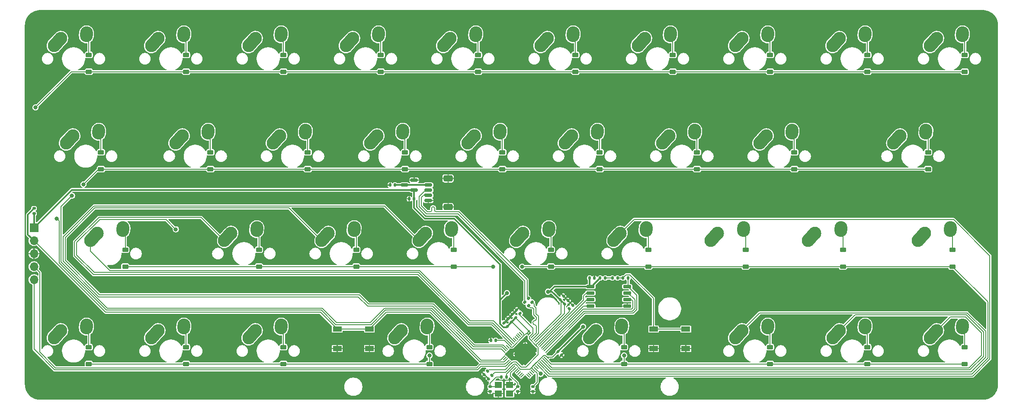
<source format=gbl>
%TF.GenerationSoftware,KiCad,Pcbnew,8.0.5*%
%TF.CreationDate,2024-10-22T20:51:29-04:00*%
%TF.ProjectId,trad,74726164-2e6b-4696-9361-645f70636258,rev?*%
%TF.SameCoordinates,PX1c62fe0PY650e7e0*%
%TF.FileFunction,Copper,L2,Bot*%
%TF.FilePolarity,Positive*%
%FSLAX46Y46*%
G04 Gerber Fmt 4.6, Leading zero omitted, Abs format (unit mm)*
G04 Created by KiCad (PCBNEW 8.0.5) date 2024-10-22 20:51:29*
%MOMM*%
%LPD*%
G01*
G04 APERTURE LIST*
G04 Aperture macros list*
%AMRoundRect*
0 Rectangle with rounded corners*
0 $1 Rounding radius*
0 $2 $3 $4 $5 $6 $7 $8 $9 X,Y pos of 4 corners*
0 Add a 4 corners polygon primitive as box body*
4,1,4,$2,$3,$4,$5,$6,$7,$8,$9,$2,$3,0*
0 Add four circle primitives for the rounded corners*
1,1,$1+$1,$2,$3*
1,1,$1+$1,$4,$5*
1,1,$1+$1,$6,$7*
1,1,$1+$1,$8,$9*
0 Add four rect primitives between the rounded corners*
20,1,$1+$1,$2,$3,$4,$5,0*
20,1,$1+$1,$4,$5,$6,$7,0*
20,1,$1+$1,$6,$7,$8,$9,0*
20,1,$1+$1,$8,$9,$2,$3,0*%
%AMHorizOval*
0 Thick line with rounded ends*
0 $1 width*
0 $2 $3 position (X,Y) of the first rounded end (center of the circle)*
0 $4 $5 position (X,Y) of the second rounded end (center of the circle)*
0 Add line between two ends*
20,1,$1,$2,$3,$4,$5,0*
0 Add two circle primitives to create the rounded ends*
1,1,$1,$2,$3*
1,1,$1,$4,$5*%
%AMRotRect*
0 Rectangle, with rotation*
0 The origin of the aperture is its center*
0 $1 length*
0 $2 width*
0 $3 Rotation angle, in degrees counterclockwise*
0 Add horizontal line*
21,1,$1,$2,0,0,$3*%
G04 Aperture macros list end*
%TA.AperFunction,ComponentPad*%
%ADD10HorizOval,2.500000X0.656270X0.728862X-0.656270X-0.728862X0*%
%TD*%
%TA.AperFunction,ComponentPad*%
%ADD11C,2.500000*%
%TD*%
%TA.AperFunction,ComponentPad*%
%ADD12HorizOval,2.500000X0.020277X0.289981X-0.020277X-0.289981X0*%
%TD*%
%TA.AperFunction,SMDPad,CuDef*%
%ADD13RoundRect,0.140000X0.219203X0.021213X0.021213X0.219203X-0.219203X-0.021213X-0.021213X-0.219203X0*%
%TD*%
%TA.AperFunction,SMDPad,CuDef*%
%ADD14RoundRect,0.225000X0.375000X-0.225000X0.375000X0.225000X-0.375000X0.225000X-0.375000X-0.225000X0*%
%TD*%
%TA.AperFunction,SMDPad,CuDef*%
%ADD15RoundRect,0.140000X-0.021213X0.219203X-0.219203X0.021213X0.021213X-0.219203X0.219203X-0.021213X0*%
%TD*%
%TA.AperFunction,SMDPad,CuDef*%
%ADD16R,1.700000X1.000000*%
%TD*%
%TA.AperFunction,SMDPad,CuDef*%
%ADD17RoundRect,0.135000X-0.135000X-0.185000X0.135000X-0.185000X0.135000X0.185000X-0.135000X0.185000X0*%
%TD*%
%TA.AperFunction,SMDPad,CuDef*%
%ADD18RoundRect,0.140000X0.140000X0.170000X-0.140000X0.170000X-0.140000X-0.170000X0.140000X-0.170000X0*%
%TD*%
%TA.AperFunction,SMDPad,CuDef*%
%ADD19RoundRect,0.150000X0.650000X0.150000X-0.650000X0.150000X-0.650000X-0.150000X0.650000X-0.150000X0*%
%TD*%
%TA.AperFunction,SMDPad,CuDef*%
%ADD20RoundRect,0.140000X0.170000X-0.140000X0.170000X0.140000X-0.170000X0.140000X-0.170000X-0.140000X0*%
%TD*%
%TA.AperFunction,SMDPad,CuDef*%
%ADD21RoundRect,0.150000X0.587500X0.150000X-0.587500X0.150000X-0.587500X-0.150000X0.587500X-0.150000X0*%
%TD*%
%TA.AperFunction,SMDPad,CuDef*%
%ADD22R,1.400000X1.200000*%
%TD*%
%TA.AperFunction,SMDPad,CuDef*%
%ADD23RoundRect,0.135000X-0.226274X-0.035355X-0.035355X-0.226274X0.226274X0.035355X0.035355X0.226274X0*%
%TD*%
%TA.AperFunction,SMDPad,CuDef*%
%ADD24RoundRect,0.140000X0.021213X-0.219203X0.219203X-0.021213X-0.021213X0.219203X-0.219203X0.021213X0*%
%TD*%
%TA.AperFunction,ComponentPad*%
%ADD25R,1.700000X1.700000*%
%TD*%
%TA.AperFunction,ComponentPad*%
%ADD26O,1.700000X1.700000*%
%TD*%
%TA.AperFunction,SMDPad,CuDef*%
%ADD27RoundRect,0.140000X-0.170000X0.140000X-0.170000X-0.140000X0.170000X-0.140000X0.170000X0.140000X0*%
%TD*%
%TA.AperFunction,SMDPad,CuDef*%
%ADD28RoundRect,0.150000X-0.625000X0.150000X-0.625000X-0.150000X0.625000X-0.150000X0.625000X0.150000X0*%
%TD*%
%TA.AperFunction,SMDPad,CuDef*%
%ADD29RoundRect,0.250000X-0.650000X0.350000X-0.650000X-0.350000X0.650000X-0.350000X0.650000X0.350000X0*%
%TD*%
%TA.AperFunction,SMDPad,CuDef*%
%ADD30RoundRect,0.140000X-0.140000X-0.170000X0.140000X-0.170000X0.140000X0.170000X-0.140000X0.170000X0*%
%TD*%
%TA.AperFunction,SMDPad,CuDef*%
%ADD31RoundRect,0.135000X0.185000X-0.135000X0.185000X0.135000X-0.185000X0.135000X-0.185000X-0.135000X0*%
%TD*%
%TA.AperFunction,SMDPad,CuDef*%
%ADD32RoundRect,0.140000X-0.219203X-0.021213X-0.021213X-0.219203X0.219203X0.021213X0.021213X0.219203X0*%
%TD*%
%TA.AperFunction,SMDPad,CuDef*%
%ADD33RoundRect,0.050000X0.309359X-0.238649X-0.238649X0.309359X-0.309359X0.238649X0.238649X-0.309359X0*%
%TD*%
%TA.AperFunction,SMDPad,CuDef*%
%ADD34RoundRect,0.050000X0.309359X0.238649X0.238649X0.309359X-0.309359X-0.238649X-0.238649X-0.309359X0*%
%TD*%
%TA.AperFunction,HeatsinkPad*%
%ADD35C,0.500000*%
%TD*%
%TA.AperFunction,HeatsinkPad*%
%ADD36RotRect,3.200000X3.200000X135.000000*%
%TD*%
%TA.AperFunction,ViaPad*%
%ADD37C,0.800000*%
%TD*%
%TA.AperFunction,Conductor*%
%ADD38C,0.200000*%
%TD*%
%TA.AperFunction,Conductor*%
%ADD39C,0.400000*%
%TD*%
%TA.AperFunction,Conductor*%
%ADD40C,0.300000*%
%TD*%
G04 APERTURE END LIST*
D10*
%TO.P,MX26,1,COL*%
%TO.N,COL 7*%
X134958653Y31843836D03*
D11*
X135612384Y32574976D03*
D12*
%TO.P,MX26,2,ROW*%
%TO.N,Net-(D26-A)*%
X140632385Y33364976D03*
%TD*%
D10*
%TO.P,MX11,1,COL*%
%TO.N,COL 0*%
X8752508Y50893819D03*
D11*
X9406239Y51624959D03*
D12*
%TO.P,MX11,2,ROW*%
%TO.N,Net-(D11-A)*%
X14426240Y52414959D03*
%TD*%
D10*
%TO.P,MX27,1,COL*%
%TO.N,COL 8*%
X154008637Y31843836D03*
D11*
X154662368Y32574976D03*
D12*
%TO.P,MX27,2,ROW*%
%TO.N,Net-(D27-A)*%
X159682369Y33364976D03*
%TD*%
D10*
%TO.P,MX10,1,COL*%
%TO.N,COL 9*%
X177821118Y69943803D03*
D11*
X178474849Y70674943D03*
D12*
%TO.P,MX10,2,ROW*%
%TO.N,Net-(D10-A)*%
X183494850Y71464943D03*
%TD*%
D10*
%TO.P,MX36,1,COL*%
%TO.N,COL 9*%
X177821117Y12793852D03*
D11*
X178474848Y13524992D03*
D12*
%TO.P,MX36,2,ROW*%
%TO.N,Net-(D36-A)*%
X183494849Y14314992D03*
%TD*%
D10*
%TO.P,MX32,1,COL*%
%TO.N,COL 4*%
X73046205Y12793852D03*
D11*
X73699936Y13524992D03*
D12*
%TO.P,MX32,2,ROW*%
%TO.N,Net-(D32-A)*%
X78719937Y14314992D03*
%TD*%
D10*
%TO.P,MX2,1,COL*%
%TO.N,COL 1*%
X25421245Y69943803D03*
D11*
X26074976Y70674943D03*
D12*
%TO.P,MX2,2,ROW*%
%TO.N,Net-(D2-A)*%
X31094977Y71464943D03*
%TD*%
D10*
%TO.P,MX28,1,COL*%
%TO.N,COL 9*%
X175439869Y31843835D03*
D11*
X176093600Y32574975D03*
D12*
%TO.P,MX28,2,ROW*%
%TO.N,Net-(D28-A)*%
X181113601Y33364975D03*
%TD*%
D10*
%TO.P,MX24,1,COL*%
%TO.N,COL 5*%
X96858685Y31843835D03*
D11*
X97512416Y32574975D03*
D12*
%TO.P,MX24,2,ROW*%
%TO.N,Net-(D24-A)*%
X102532417Y33364975D03*
%TD*%
D10*
%TO.P,MX19,1,COL*%
%TO.N,COL 9*%
X170677373Y50893819D03*
D11*
X171331104Y51624959D03*
D12*
%TO.P,MX19,2,ROW*%
%TO.N,Net-(D19-A)*%
X176351105Y52414959D03*
%TD*%
D10*
%TO.P,MX34,1,COL*%
%TO.N,COL 7*%
X139721148Y12793852D03*
D11*
X140374879Y13524992D03*
D12*
%TO.P,MX34,2,ROW*%
%TO.N,Net-(D34-A)*%
X145394880Y14314992D03*
%TD*%
D10*
%TO.P,MX22,1,COL*%
%TO.N,COL 3*%
X58758717Y31843835D03*
D11*
X59412448Y32574975D03*
D12*
%TO.P,MX22,2,ROW*%
%TO.N,Net-(D22-A)*%
X64432449Y33364975D03*
%TD*%
D10*
%TO.P,MX23,1,COL*%
%TO.N,COL 4*%
X77808701Y31843835D03*
D11*
X78462432Y32574975D03*
D12*
%TO.P,MX23,2,ROW*%
%TO.N,Net-(D23-A)*%
X83482433Y33364975D03*
%TD*%
D10*
%TO.P,MX3,1,COL*%
%TO.N,COL 2*%
X44471228Y69943803D03*
D11*
X45124959Y70674943D03*
D12*
%TO.P,MX3,2,ROW*%
%TO.N,Net-(D3-A)*%
X50144960Y71464943D03*
%TD*%
D10*
%TO.P,MX30,1,COL*%
%TO.N,COL 1*%
X25421245Y12793852D03*
D11*
X26074976Y13524992D03*
D12*
%TO.P,MX30,2,ROW*%
%TO.N,Net-(D30-A)*%
X31094977Y14314992D03*
%TD*%
D10*
%TO.P,MX15,1,COL*%
%TO.N,COL 4*%
X87333693Y50893820D03*
D11*
X87987424Y51624960D03*
D12*
%TO.P,MX15,2,ROW*%
%TO.N,Net-(D15-A)*%
X93007425Y52414960D03*
%TD*%
D10*
%TO.P,MX1,1,COL*%
%TO.N,COL 0*%
X6371261Y69943803D03*
D11*
X7024992Y70674943D03*
D12*
%TO.P,MX1,2,ROW*%
%TO.N,Net-(D1-A)*%
X12044993Y71464943D03*
%TD*%
D10*
%TO.P,MX4,1,COL*%
%TO.N,COL 3*%
X63521212Y69943803D03*
D11*
X64174943Y70674943D03*
D12*
%TO.P,MX4,2,ROW*%
%TO.N,Net-(D4-A)*%
X69194944Y71464943D03*
%TD*%
D10*
%TO.P,MX6,1,COL*%
%TO.N,COL 5*%
X101621181Y69943803D03*
D11*
X102274912Y70674943D03*
D12*
%TO.P,MX6,2,ROW*%
%TO.N,Net-(D6-A)*%
X107294913Y71464943D03*
%TD*%
D10*
%TO.P,MX5,1,COL*%
%TO.N,COL 4*%
X82571197Y69943803D03*
D11*
X83224928Y70674943D03*
D12*
%TO.P,MX5,2,ROW*%
%TO.N,Net-(D5-A)*%
X88244929Y71464943D03*
%TD*%
D10*
%TO.P,MX14,1,COL*%
%TO.N,COL 3*%
X68283709Y50893820D03*
D11*
X68937440Y51624960D03*
D12*
%TO.P,MX14,2,ROW*%
%TO.N,Net-(D14-A)*%
X73957441Y52414960D03*
%TD*%
D10*
%TO.P,MX35,1,COL*%
%TO.N,COL 8*%
X158771133Y12793852D03*
D11*
X159424864Y13524992D03*
D12*
%TO.P,MX35,2,ROW*%
%TO.N,Net-(D35-A)*%
X164444865Y14314992D03*
%TD*%
D10*
%TO.P,MX8,1,COL*%
%TO.N,COL 7*%
X139721149Y69943803D03*
D11*
X140374880Y70674943D03*
D12*
%TO.P,MX8,2,ROW*%
%TO.N,Net-(D8-A)*%
X145394881Y71464943D03*
%TD*%
D10*
%TO.P,MX20,1,COL*%
%TO.N,COL 0*%
X13515005Y31843836D03*
D11*
X14168736Y32574976D03*
D12*
%TO.P,MX20,2,ROW*%
%TO.N,Net-(D20-A)*%
X19188737Y33364976D03*
%TD*%
D10*
%TO.P,MX7,1,COL*%
%TO.N,COL 6*%
X120671165Y69943803D03*
D11*
X121324896Y70674943D03*
D12*
%TO.P,MX7,2,ROW*%
%TO.N,Net-(D7-A)*%
X126344897Y71464943D03*
%TD*%
D10*
%TO.P,MX16,1,COL*%
%TO.N,COL 5*%
X106383676Y50893819D03*
D11*
X107037407Y51624959D03*
D12*
%TO.P,MX16,2,ROW*%
%TO.N,Net-(D16-A)*%
X112057408Y52414959D03*
%TD*%
D10*
%TO.P,MX12,1,COL*%
%TO.N,COL 1*%
X30183741Y50893819D03*
D11*
X30837472Y51624959D03*
D12*
%TO.P,MX12,2,ROW*%
%TO.N,Net-(D12-A)*%
X35857473Y52414959D03*
%TD*%
D10*
%TO.P,MX9,1,COL*%
%TO.N,COL 8*%
X158771133Y69943803D03*
D11*
X159424864Y70674943D03*
D12*
%TO.P,MX9,2,ROW*%
%TO.N,Net-(D9-A)*%
X164444865Y71464943D03*
%TD*%
D10*
%TO.P,MX21,1,COL*%
%TO.N,COL 2*%
X39708733Y31843836D03*
D11*
X40362464Y32574976D03*
D12*
%TO.P,MX21,2,ROW*%
%TO.N,Net-(D21-A)*%
X45382465Y33364976D03*
%TD*%
D10*
%TO.P,MX29,1,COL*%
%TO.N,COL 0*%
X6371261Y12793852D03*
D11*
X7024992Y13524992D03*
D12*
%TO.P,MX29,2,ROW*%
%TO.N,Net-(D29-A)*%
X12044993Y14314992D03*
%TD*%
D10*
%TO.P,MX33,1,COL*%
%TO.N,COL 5*%
X111146173Y12793852D03*
D11*
X111799904Y13524992D03*
D12*
%TO.P,MX33,2,ROW*%
%TO.N,Net-(D33-A)*%
X116819905Y14314992D03*
%TD*%
D10*
%TO.P,MX31,1,COL*%
%TO.N,COL 2*%
X44471229Y12793852D03*
D11*
X45124960Y13524992D03*
D12*
%TO.P,MX31,2,ROW*%
%TO.N,Net-(D31-A)*%
X50144961Y14314992D03*
%TD*%
D10*
%TO.P,MX17,1,COL*%
%TO.N,COL 6*%
X125433661Y50893819D03*
D11*
X126087392Y51624959D03*
D12*
%TO.P,MX17,2,ROW*%
%TO.N,Net-(D17-A)*%
X131107393Y52414959D03*
%TD*%
D10*
%TO.P,MX13,1,COL*%
%TO.N,COL 2*%
X49233725Y50893819D03*
D11*
X49887456Y51624959D03*
D12*
%TO.P,MX13,2,ROW*%
%TO.N,Net-(D13-A)*%
X54907457Y52414959D03*
%TD*%
D10*
%TO.P,MX25,1,COL*%
%TO.N,COL 6*%
X115908669Y31843836D03*
D11*
X116562400Y32574976D03*
D12*
%TO.P,MX25,2,ROW*%
%TO.N,Net-(D25-A)*%
X121582401Y33364976D03*
%TD*%
D10*
%TO.P,MX18,1,COL*%
%TO.N,COL 7*%
X144483645Y50893819D03*
D11*
X145137376Y51624959D03*
D12*
%TO.P,MX18,2,ROW*%
%TO.N,Net-(D18-A)*%
X150157377Y52414959D03*
%TD*%
D13*
%TO.P,C_3V-Decoup1,1*%
%TO.N,+3V3*%
X94408022Y14338557D03*
%TO.P,C_3V-Decoup1,2*%
%TO.N,GND*%
X93729200Y15017379D03*
%TD*%
D14*
%TO.P,D30,1,K*%
%TO.N,ROW 3*%
X31551536Y6982023D03*
%TO.P,D30,2,A*%
%TO.N,Net-(D30-A)*%
X31551536Y10282023D03*
%TD*%
D15*
%TO.P,C_3V-Decoup6,1*%
%TO.N,+3V3*%
X91422147Y4804250D03*
%TO.P,C_3V-Decoup6,2*%
%TO.N,GND*%
X90743325Y4125428D03*
%TD*%
D16*
%TO.P,SW2,1,1*%
%TO.N,GND*%
X123056146Y10006239D03*
X129356144Y10006239D03*
%TO.P,SW2,2,2*%
%TO.N,Net-(R_Flash2-Pad2)*%
X123056146Y13806239D03*
X129356144Y13806239D03*
%TD*%
D14*
%TO.P,D36,1,K*%
%TO.N,ROW 3*%
X183951408Y6982023D03*
%TO.P,D36,2,A*%
%TO.N,Net-(D36-A)*%
X183951408Y10282023D03*
%TD*%
D17*
%TO.P,R_Crystal1,1*%
%TO.N,Net-(C_Crystal2-Pad2)*%
X93251641Y4464839D03*
%TO.P,R_Crystal1,2*%
%TO.N,XTAL_OUT*%
X94271639Y4464839D03*
%TD*%
D18*
%TO.P,C_LD2,1*%
%TO.N,+3V3*%
X76199937Y39290591D03*
%TO.P,C_LD2,2*%
%TO.N,GND*%
X75239937Y39290591D03*
%TD*%
D14*
%TO.P,D33,1,K*%
%TO.N,ROW 3*%
X117276464Y6982023D03*
%TO.P,D33,2,A*%
%TO.N,Net-(D33-A)*%
X117276464Y10282023D03*
%TD*%
D19*
%TO.P,U2,1,~{CS}*%
%TO.N,CS*%
X117899904Y22145608D03*
%TO.P,U2,2,DO(IO1)*%
%TO.N,SD1*%
X117899904Y20875608D03*
%TO.P,U2,3,IO2*%
%TO.N,SD2*%
X117899904Y19605608D03*
%TO.P,U2,4,GND*%
%TO.N,GND*%
X117899904Y18335608D03*
%TO.P,U2,5,DI(IO0)*%
%TO.N,SD0*%
X110699904Y18335608D03*
%TO.P,U2,6,CLK*%
%TO.N,QSPI_CLK*%
X110699904Y19605608D03*
%TO.P,U2,7,IO3*%
%TO.N,SD3*%
X110699904Y20875608D03*
%TO.P,U2,8,VCC*%
%TO.N,+3V3*%
X110699904Y22145608D03*
%TD*%
D14*
%TO.P,D4,1,K*%
%TO.N,ROW 0*%
X69651504Y64131975D03*
%TO.P,D4,2,A*%
%TO.N,Net-(D4-A)*%
X69651504Y67431975D03*
%TD*%
D17*
%TO.P,R_Flash2,1*%
%TO.N,Net-(R_Flash1-Pad2)*%
X114980529Y23812479D03*
%TO.P,R_Flash2,2*%
%TO.N,Net-(R_Flash2-Pad2)*%
X116000527Y23812479D03*
%TD*%
D18*
%TO.P,C_LD1,1*%
%TO.N,+5V*%
X72468219Y41981215D03*
%TO.P,C_LD1,2*%
%TO.N,GND*%
X71508219Y41981215D03*
%TD*%
D14*
%TO.P,D2,1,K*%
%TO.N,ROW 0*%
X31551536Y64131976D03*
%TO.P,D2,2,A*%
%TO.N,Net-(D2-A)*%
X31551536Y67431976D03*
%TD*%
D13*
%TO.P,C_3V-Decoup2,1*%
%TO.N,+3V3*%
X96091818Y16022353D03*
%TO.P,C_3V-Decoup2,2*%
%TO.N,GND*%
X95412996Y16701175D03*
%TD*%
D14*
%TO.P,D21,1,K*%
%TO.N,ROW 2*%
X45839024Y26032008D03*
%TO.P,D21,2,A*%
%TO.N,Net-(D21-A)*%
X45839024Y29332008D03*
%TD*%
%TO.P,D9,1,K*%
%TO.N,ROW 0*%
X164901424Y64131976D03*
%TO.P,D9,2,A*%
%TO.N,Net-(D9-A)*%
X164901424Y67431976D03*
%TD*%
D20*
%TO.P,C_Crystal1,1*%
%TO.N,GND*%
X96440544Y1603591D03*
%TO.P,C_Crystal1,2*%
%TO.N,XTAL_IN*%
X96440544Y2563591D03*
%TD*%
D14*
%TO.P,D27,1,K*%
%TO.N,ROW 2*%
X160138928Y26032007D03*
%TO.P,D27,2,A*%
%TO.N,Net-(D27-A)*%
X160138928Y29332007D03*
%TD*%
%TO.P,D24,1,K*%
%TO.N,ROW 2*%
X102988976Y26032007D03*
%TO.P,D24,2,A*%
%TO.N,Net-(D24-A)*%
X102988976Y29332007D03*
%TD*%
D21*
%TO.P,U3,1,GND*%
%TO.N,GND*%
X76199936Y42931215D03*
%TO.P,U3,2,VO*%
%TO.N,+3V3*%
X76199936Y41031215D03*
%TO.P,U3,3,VI*%
%TO.N,+5V*%
X74324935Y41981215D03*
%TD*%
D14*
%TO.P,D13,1,K*%
%TO.N,ROW 1*%
X55364016Y45081992D03*
%TO.P,D13,2,A*%
%TO.N,Net-(D13-A)*%
X55364016Y48381992D03*
%TD*%
D22*
%TO.P,Y1,1,1*%
%TO.N,Net-(C_Crystal2-Pad2)*%
X92661640Y2933591D03*
%TO.P,Y1,2,2*%
%TO.N,GND*%
X94861640Y2933591D03*
%TO.P,Y1,3,3*%
%TO.N,XTAL_IN*%
X94861640Y1233591D03*
%TO.P,Y1,4,4*%
%TO.N,GND*%
X92661640Y1233591D03*
%TD*%
D23*
%TO.P,R_DATA2,1*%
%TO.N,D-*%
X97865856Y19112952D03*
%TO.P,R_DATA2,2*%
%TO.N,Net-(U1-USB_DM)*%
X98587104Y18391704D03*
%TD*%
D24*
%TO.P,C_3V-Decoup9,1*%
%TO.N,+3V3*%
X105626125Y18710572D03*
%TO.P,C_3V-Decoup9,2*%
%TO.N,GND*%
X106304947Y19389394D03*
%TD*%
D25*
%TO.P,J2,1,Pin_1*%
%TO.N,+3V3*%
X1785936Y33649975D03*
D26*
%TO.P,J2,2,Pin_2*%
%TO.N,RESET*%
X1785936Y31109975D03*
%TO.P,J2,3,Pin_3*%
%TO.N,GND*%
X1785936Y28569976D03*
%TO.P,J2,4,Pin_4*%
%TO.N,SWDIO*%
X1785936Y26029975D03*
%TO.P,J2,5,Pin_5*%
%TO.N,SWCLK*%
X1785936Y23489975D03*
%TD*%
D14*
%TO.P,D31,1,K*%
%TO.N,ROW 3*%
X50601520Y6982023D03*
%TO.P,D31,2,A*%
%TO.N,Net-(D31-A)*%
X50601520Y10282023D03*
%TD*%
%TO.P,D18,1,K*%
%TO.N,ROW 1*%
X150613935Y45081992D03*
%TO.P,D18,2,A*%
%TO.N,Net-(D18-A)*%
X150613935Y48381992D03*
%TD*%
D27*
%TO.P,C_3V-Decoup4,1*%
%TO.N,+3V3*%
X99417104Y2563591D03*
%TO.P,C_3V-Decoup4,2*%
%TO.N,GND*%
X99417104Y1603591D03*
%TD*%
D14*
%TO.P,D14,1,K*%
%TO.N,ROW 1*%
X74414000Y45081992D03*
%TO.P,D14,2,A*%
%TO.N,Net-(D14-A)*%
X74414000Y48381992D03*
%TD*%
%TO.P,D7,1,K*%
%TO.N,ROW 0*%
X126801456Y64131976D03*
%TO.P,D7,2,A*%
%TO.N,Net-(D7-A)*%
X126801456Y67431976D03*
%TD*%
%TO.P,D35,1,K*%
%TO.N,ROW 3*%
X164901424Y6982023D03*
%TO.P,D35,2,A*%
%TO.N,Net-(D35-A)*%
X164901424Y10282023D03*
%TD*%
%TO.P,D11,1,K*%
%TO.N,ROW 1*%
X14882800Y45081992D03*
%TO.P,D11,2,A*%
%TO.N,Net-(D11-A)*%
X14882800Y48381992D03*
%TD*%
%TO.P,D34,1,K*%
%TO.N,ROW 3*%
X145851440Y6982023D03*
%TO.P,D34,2,A*%
%TO.N,Net-(D34-A)*%
X145851440Y10282023D03*
%TD*%
%TO.P,D1,1,K*%
%TO.N,ROW 0*%
X12501552Y64131976D03*
%TO.P,D1,2,A*%
%TO.N,Net-(D1-A)*%
X12501552Y67431976D03*
%TD*%
%TO.P,D29,1,K*%
%TO.N,ROW 3*%
X12501552Y6982023D03*
%TO.P,D29,2,A*%
%TO.N,Net-(D29-A)*%
X12501552Y10282023D03*
%TD*%
%TO.P,D5,1,K*%
%TO.N,ROW 0*%
X88701488Y64131975D03*
%TO.P,D5,2,A*%
%TO.N,Net-(D5-A)*%
X88701488Y67431975D03*
%TD*%
%TO.P,D26,1,K*%
%TO.N,ROW 2*%
X141088944Y26032007D03*
%TO.P,D26,2,A*%
%TO.N,Net-(D26-A)*%
X141088944Y29332007D03*
%TD*%
%TO.P,D8,1,K*%
%TO.N,ROW 0*%
X145851440Y64131976D03*
%TO.P,D8,2,A*%
%TO.N,Net-(D8-A)*%
X145851440Y67431976D03*
%TD*%
D18*
%TO.P,C_3V-Decoup8,1*%
%TO.N,+3V3*%
X92158048Y11608583D03*
%TO.P,C_3V-Decoup8,2*%
%TO.N,GND*%
X91198048Y11608583D03*
%TD*%
D14*
%TO.P,D19,1,K*%
%TO.N,ROW 1*%
X176807664Y45081990D03*
%TO.P,D19,2,A*%
%TO.N,Net-(D19-A)*%
X176807664Y48381990D03*
%TD*%
%TO.P,D20,1,K*%
%TO.N,ROW 2*%
X19645296Y26032007D03*
%TO.P,D20,2,A*%
%TO.N,Net-(D20-A)*%
X19645296Y29332007D03*
%TD*%
D20*
%TO.P,C_Crystal2,1*%
%TO.N,GND*%
X91082737Y1603591D03*
%TO.P,C_Crystal2,2*%
%TO.N,Net-(C_Crystal2-Pad2)*%
X91082737Y2563591D03*
%TD*%
D24*
%TO.P,C_3V-Decoup3,1*%
%TO.N,+3V3*%
X104733157Y19603540D03*
%TO.P,C_3V-Decoup3,2*%
%TO.N,GND*%
X105411979Y20282362D03*
%TD*%
D14*
%TO.P,D12,1,K*%
%TO.N,ROW 1*%
X36314032Y45081992D03*
%TO.P,D12,2,A*%
%TO.N,Net-(D12-A)*%
X36314032Y48381992D03*
%TD*%
%TO.P,D6,1,K*%
%TO.N,ROW 0*%
X107751472Y64131975D03*
%TO.P,D6,2,A*%
%TO.N,Net-(D6-A)*%
X107751472Y67431975D03*
%TD*%
D17*
%TO.P,R_Flash1,1*%
%TO.N,+3V3*%
X112599281Y23812479D03*
%TO.P,R_Flash1,2*%
%TO.N,Net-(R_Flash1-Pad2)*%
X113619279Y23812479D03*
%TD*%
D28*
%TO.P,J1,1,Pin_1*%
%TO.N,+5V*%
X78962432Y41981215D03*
%TO.P,J1,2,Pin_2*%
%TO.N,D-*%
X78962432Y40981215D03*
%TO.P,J1,3,Pin_3*%
%TO.N,D+*%
X78962432Y39981215D03*
%TO.P,J1,4,Pin_4*%
%TO.N,GND*%
X78962432Y38981215D03*
D29*
%TO.P,J1,MP,MP*%
X82837432Y43281215D03*
X82837432Y37681215D03*
%TD*%
D14*
%TO.P,D25,1,K*%
%TO.N,ROW 2*%
X122038960Y26032007D03*
%TO.P,D25,2,A*%
%TO.N,Net-(D25-A)*%
X122038960Y29332007D03*
%TD*%
D13*
%TO.P,C_1V-Decoup3,1*%
%TO.N,+1V1*%
X96933716Y16864251D03*
%TO.P,C_1V-Decoup3,2*%
%TO.N,GND*%
X96254894Y17543073D03*
%TD*%
D23*
%TO.P,R_DATA1,1*%
%TO.N,D+*%
X98557604Y19804699D03*
%TO.P,R_DATA1,2*%
%TO.N,Net-(U1-USB_DP)*%
X99278852Y19083451D03*
%TD*%
D14*
%TO.P,D17,1,K*%
%TO.N,ROW 1*%
X131563952Y45081991D03*
%TO.P,D17,2,A*%
%TO.N,Net-(D17-A)*%
X131563952Y48381991D03*
%TD*%
D30*
%TO.P,C_Flash1,1*%
%TO.N,+3V3*%
X110545688Y23812479D03*
%TO.P,C_Flash1,2*%
%TO.N,GND*%
X111505688Y23812479D03*
%TD*%
D31*
%TO.P,R_RST1,1*%
%TO.N,+3V3*%
X1785936Y36399345D03*
%TO.P,R_RST1,2*%
%TO.N,RESET*%
X1785936Y37419343D03*
%TD*%
D14*
%TO.P,D23,1,K*%
%TO.N,ROW 2*%
X83938992Y26032007D03*
%TO.P,D23,2,A*%
%TO.N,Net-(D23-A)*%
X83938992Y29332007D03*
%TD*%
%TO.P,D22,1,K*%
%TO.N,ROW 2*%
X64889007Y26032007D03*
%TO.P,D22,2,A*%
%TO.N,Net-(D22-A)*%
X64889007Y29332007D03*
%TD*%
%TO.P,D15,1,K*%
%TO.N,ROW 1*%
X93463984Y45081992D03*
%TO.P,D15,2,A*%
%TO.N,Net-(D15-A)*%
X93463984Y48381992D03*
%TD*%
D32*
%TO.P,C_3V-Decoup5,1*%
%TO.N,+3V3*%
X104375116Y9422851D03*
%TO.P,C_3V-Decoup5,2*%
%TO.N,GND*%
X105053938Y8744029D03*
%TD*%
D13*
%TO.P,C_3V-Decoup7,1*%
%TO.N,+3V3*%
X95249920Y15180455D03*
%TO.P,C_3V-Decoup7,2*%
%TO.N,GND*%
X94571098Y15859277D03*
%TD*%
D14*
%TO.P,D10,1,K*%
%TO.N,ROW 0*%
X183951408Y64131976D03*
%TO.P,D10,2,A*%
%TO.N,Net-(D10-A)*%
X183951408Y67431976D03*
%TD*%
D24*
%TO.P,C_1V-Decoup2,1*%
%TO.N,+1V1*%
X106519093Y17817604D03*
%TO.P,C_1V-Decoup2,2*%
%TO.N,GND*%
X107197915Y18496426D03*
%TD*%
D14*
%TO.P,D32,1,K*%
%TO.N,ROW 3*%
X79176496Y6982023D03*
%TO.P,D32,2,A*%
%TO.N,Net-(D32-A)*%
X79176496Y10282023D03*
%TD*%
D16*
%TO.P,SW1,1,1*%
%TO.N,GND*%
X61143697Y10006239D03*
X67443695Y10006239D03*
%TO.P,SW1,2,2*%
%TO.N,RESET*%
X61143697Y13806239D03*
X67443695Y13806239D03*
%TD*%
D33*
%TO.P,U1,1,IOVDD*%
%TO.N,+3V3*%
X102197981Y8337477D03*
%TO.P,U1,2,GPIO0*%
%TO.N,ROW 3*%
X101915138Y8054634D03*
%TO.P,U1,3,GPIO1*%
%TO.N,COL 9*%
X101632296Y7771792D03*
%TO.P,U1,4,GPIO2*%
%TO.N,COL 8*%
X101349453Y7488949D03*
%TO.P,U1,5,GPIO3*%
%TO.N,COL 7*%
X101066610Y7206106D03*
%TO.P,U1,6,GPIO4*%
%TO.N,ROW 2*%
X100783768Y6923264D03*
%TO.P,U1,7,GPIO5*%
%TO.N,COL 6*%
X100500925Y6640421D03*
%TO.P,U1,8,GPIO6*%
%TO.N,unconnected-(U1-GPIO6-Pad8)*%
X100218082Y6357578D03*
%TO.P,U1,9,GPIO7*%
%TO.N,COL 5*%
X99935239Y6074735D03*
%TO.P,U1,10,IOVDD*%
%TO.N,+3V3*%
X99652397Y5791893D03*
%TO.P,U1,11,GPIO8*%
%TO.N,unconnected-(U1-GPIO8-Pad11)*%
X99369554Y5509050D03*
%TO.P,U1,12,GPIO9*%
%TO.N,unconnected-(U1-GPIO9-Pad12)*%
X99086711Y5226207D03*
%TO.P,U1,13,GPIO10*%
%TO.N,unconnected-(U1-GPIO10-Pad13)*%
X98803869Y4943365D03*
%TO.P,U1,14,GPIO11*%
%TO.N,unconnected-(U1-GPIO11-Pad14)*%
X98521026Y4660522D03*
D34*
%TO.P,U1,15,GPIO12*%
%TO.N,unconnected-(U1-GPIO12-Pad15)*%
X97336622Y4660522D03*
%TO.P,U1,16,GPIO13*%
%TO.N,unconnected-(U1-GPIO13-Pad16)*%
X97053779Y4943365D03*
%TO.P,U1,17,GPIO14*%
%TO.N,unconnected-(U1-GPIO14-Pad17)*%
X96770937Y5226207D03*
%TO.P,U1,18,GPIO15*%
%TO.N,unconnected-(U1-GPIO15-Pad18)*%
X96488094Y5509050D03*
%TO.P,U1,19,TESTEN*%
%TO.N,GND*%
X96205251Y5791893D03*
%TO.P,U1,20,XIN*%
%TO.N,XTAL_IN*%
X95922409Y6074735D03*
%TO.P,U1,21,XOUT*%
%TO.N,XTAL_OUT*%
X95639566Y6357578D03*
%TO.P,U1,22,IOVDD*%
%TO.N,+3V3*%
X95356723Y6640421D03*
%TO.P,U1,23,DVDD*%
%TO.N,+1V1*%
X95073880Y6923264D03*
%TO.P,U1,24,SWCLK*%
%TO.N,SWCLK*%
X94791038Y7206106D03*
%TO.P,U1,25,SWD*%
%TO.N,SWDIO*%
X94508195Y7488949D03*
%TO.P,U1,26,RUN*%
%TO.N,RESET*%
X94225352Y7771792D03*
%TO.P,U1,27,GPIO16*%
%TO.N,unconnected-(U1-GPIO16-Pad27)*%
X93942510Y8054634D03*
%TO.P,U1,28,GPIO17*%
%TO.N,ROW 0*%
X93659667Y8337477D03*
D33*
%TO.P,U1,29,GPIO18*%
%TO.N,ROW 1*%
X93659667Y9521881D03*
%TO.P,U1,30,GPIO19*%
%TO.N,COL 4*%
X93942510Y9804724D03*
%TO.P,U1,31,GPIO20*%
%TO.N,COL 3*%
X94225352Y10087566D03*
%TO.P,U1,32,GPIO21*%
%TO.N,unconnected-(U1-GPIO21-Pad32)*%
X94508195Y10370409D03*
%TO.P,U1,33,IOVDD*%
%TO.N,+3V3*%
X94791038Y10653252D03*
%TO.P,U1,34,GPIO22*%
%TO.N,COL 2*%
X95073880Y10936094D03*
%TO.P,U1,35,GPIO23*%
%TO.N,COL 1*%
X95356723Y11218937D03*
%TO.P,U1,36,GPIO24*%
%TO.N,COL 0*%
X95639566Y11501780D03*
%TO.P,U1,37,GPIO25*%
%TO.N,unconnected-(U1-GPIO25-Pad37)*%
X95922409Y11784623D03*
%TO.P,U1,38,GPIO26_ADC0*%
%TO.N,unconnected-(U1-GPIO26_ADC0-Pad38)*%
X96205251Y12067465D03*
%TO.P,U1,39,GPIO27_ADC1*%
%TO.N,unconnected-(U1-GPIO27_ADC1-Pad39)*%
X96488094Y12350308D03*
%TO.P,U1,40,GPIO28_ADC2*%
%TO.N,unconnected-(U1-GPIO28_ADC2-Pad40)*%
X96770937Y12633151D03*
%TO.P,U1,41,GPIO29_ADC3*%
%TO.N,unconnected-(U1-GPIO29_ADC3-Pad41)*%
X97053779Y12915993D03*
%TO.P,U1,42,IOVDD*%
%TO.N,+3V3*%
X97336622Y13198836D03*
D34*
%TO.P,U1,43,ADC_AVDD*%
X98521026Y13198836D03*
%TO.P,U1,44,VREG_IN*%
X98803869Y12915993D03*
%TO.P,U1,45,VREG_VOUT*%
%TO.N,+1V1*%
X99086711Y12633151D03*
%TO.P,U1,46,USB_DM*%
%TO.N,Net-(U1-USB_DM)*%
X99369554Y12350308D03*
%TO.P,U1,47,USB_DP*%
%TO.N,Net-(U1-USB_DP)*%
X99652397Y12067465D03*
%TO.P,U1,48,USB_VDD*%
%TO.N,+3V3*%
X99935239Y11784623D03*
%TO.P,U1,49,IOVDD*%
X100218082Y11501780D03*
%TO.P,U1,50,DVDD*%
%TO.N,+1V1*%
X100500925Y11218937D03*
%TO.P,U1,51,QSPI_SD3*%
%TO.N,SD3*%
X100783768Y10936094D03*
%TO.P,U1,52,QSPI_SCLK*%
%TO.N,QSPI_CLK*%
X101066610Y10653252D03*
%TO.P,U1,53,QSPI_SD0*%
%TO.N,SD0*%
X101349453Y10370409D03*
%TO.P,U1,54,QSPI_SD2*%
%TO.N,SD2*%
X101632296Y10087566D03*
%TO.P,U1,55,QSPI_SD1*%
%TO.N,SD1*%
X101915138Y9804724D03*
%TO.P,U1,56,QSPI_SS*%
%TO.N,CS*%
X102197981Y9521881D03*
D35*
%TO.P,U1,57,GND*%
%TO.N,GND*%
X97928824Y7020491D03*
X99838012Y8929679D03*
D36*
X97928824Y8929679D03*
X97928824Y8929679D03*
D35*
X96019636Y8929679D03*
X97928824Y10838867D03*
%TD*%
D14*
%TO.P,D3,1,K*%
%TO.N,ROW 0*%
X50601520Y64131976D03*
%TO.P,D3,2,A*%
%TO.N,Net-(D3-A)*%
X50601520Y67431976D03*
%TD*%
D15*
%TO.P,C_1V-Decoup1,1*%
%TO.N,+1V1*%
X90580248Y5646149D03*
%TO.P,C_1V-Decoup1,2*%
%TO.N,GND*%
X89901426Y4967327D03*
%TD*%
D14*
%TO.P,D16,1,K*%
%TO.N,ROW 1*%
X112513968Y45081991D03*
%TO.P,D16,2,A*%
%TO.N,Net-(D16-A)*%
X112513968Y48381991D03*
%TD*%
D17*
%TO.P,R_Flash3,1*%
%TO.N,Net-(R_Flash2-Pad2)*%
X117064121Y23812479D03*
%TO.P,R_Flash3,2*%
%TO.N,CS*%
X118084119Y23812479D03*
%TD*%
D14*
%TO.P,D28,1,K*%
%TO.N,ROW 2*%
X181570160Y26032007D03*
%TO.P,D28,2,A*%
%TO.N,Net-(D28-A)*%
X181570160Y29332007D03*
%TD*%
D37*
%TO.N,ROW 0*%
X2083592Y57149952D03*
X6250776Y35421064D03*
%TO.N,ROW 1*%
X11459756Y42118324D03*
X9227336Y39885904D03*
%TO.N,ROW 2*%
X97333512Y26032008D03*
X91678048Y26032008D03*
%TO.N,ROW 3*%
X117276464Y8632023D03*
X79176496Y8632023D03*
%TO.N,COL 1*%
X29547320Y33337472D03*
%TO.N,COL 5*%
X100949823Y5060151D03*
%TO.N,GND*%
X96142888Y19347640D03*
X72925720Y39290592D03*
X74116344Y39290592D03*
X94356952Y17561703D03*
X116085840Y18752328D03*
X95249920Y18454671D03*
X88999144Y11608584D03*
X90189768Y11608584D03*
X114895216Y18752328D03*
%TO.N,+3V3*%
X109239752Y14287487D03*
X94356952Y20835919D03*
X102393664Y21133575D03*
%TD*%
D38*
%TO.N,ROW 0*%
X15949893Y17511704D02*
X58003919Y17511704D01*
X164901424Y64131976D02*
X183951407Y64131975D01*
X70583472Y17511704D02*
X67761240Y14689472D01*
X79494526Y17511704D02*
X89257798Y7748431D01*
X67761240Y14689472D02*
X60826151Y14689472D01*
X6709430Y26752167D02*
X6709430Y34962410D01*
X79494526Y17511704D02*
X70583472Y17511704D01*
X145851440Y64131976D02*
X164901424Y64131976D01*
X6709430Y34962410D02*
X6250776Y35421064D01*
X93070621Y7748431D02*
X89257798Y7748431D01*
X15949893Y17511704D02*
X6709430Y26752167D01*
X12501552Y64131976D02*
X9065616Y64131976D01*
X93659667Y8337477D02*
X93070621Y7748431D01*
X9065616Y64131976D02*
X2083592Y57149952D01*
X12501552Y64131976D02*
X145851440Y64131976D01*
X60826151Y14689472D02*
X58003919Y17511704D01*
%TO.N,ROW 1*%
X60991837Y15089472D02*
X58169605Y17911704D01*
X176807664Y45081990D02*
X150613937Y45081990D01*
X79660212Y17911704D02*
X70417786Y17911704D01*
X16125768Y17911704D02*
X16123424Y17911704D01*
X87656301Y9915615D02*
X79660212Y17911704D01*
X67595554Y15089472D02*
X60991837Y15089472D01*
X150613936Y45081991D02*
X131563952Y45081991D01*
X16123424Y17911704D02*
X7109430Y26925698D01*
X9227336Y39885904D02*
X7109430Y37767998D01*
X14423424Y45081992D02*
X11459756Y42118324D01*
X7109430Y37767998D02*
X7109430Y26925698D01*
X93659667Y9521881D02*
X93265933Y9915615D01*
X93265933Y9915615D02*
X87656301Y9915615D01*
X131563952Y45081991D02*
X14882800Y45081991D01*
X70417786Y17911704D02*
X67595554Y15089472D01*
X58169605Y17911704D02*
X16125768Y17911704D01*
%TO.N,ROW 2*%
X102988976Y26032007D02*
X97333513Y26032007D01*
X181570160Y26032008D02*
X160138928Y26032008D01*
X97333513Y26032007D02*
X97333512Y26032008D01*
X188479848Y19122319D02*
X188479848Y8129937D01*
X64889008Y26032007D02*
X45839024Y26032007D01*
X181570160Y26032008D02*
X188479848Y19122319D01*
X45839024Y26032007D02*
X19645296Y26032008D01*
X188479848Y8129937D02*
X185381934Y5032023D01*
X102988976Y26032008D02*
X122038960Y26032008D01*
X83938992Y26032008D02*
X64889008Y26032007D01*
X102675007Y5032023D02*
X100783768Y6923265D01*
X160138928Y26032008D02*
X141088944Y26032008D01*
X83938992Y26032007D02*
X91678047Y26032007D01*
X185381934Y5032023D02*
X102675007Y5032023D01*
X122038960Y26032008D02*
X141088944Y26032008D01*
X91678047Y26032007D02*
X91678048Y26032008D01*
%TO.N,ROW 3*%
X79176496Y6982023D02*
X79176496Y8632023D01*
X117276464Y6982023D02*
X183951408Y6982023D01*
X117276464Y6982023D02*
X117276464Y8632023D01*
X102987749Y6982023D02*
X101915137Y8054634D01*
X117276464Y6982023D02*
X102987749Y6982023D01*
X79176496Y6982023D02*
X12501552Y6982023D01*
%TO.N,COL 0*%
X12858736Y29061574D02*
X12858736Y31114976D01*
X77289397Y25282007D02*
X16638303Y25282007D01*
X91705254Y15436092D02*
X87135312Y15436092D01*
X87135312Y15436092D02*
X77289397Y25282007D01*
X95639566Y11501780D02*
X91705254Y15436092D01*
X16638303Y25282007D02*
X12858736Y29061574D01*
%TO.N,COL 1*%
X13549294Y24882007D02*
X77123711Y24882007D01*
X27638826Y35245966D02*
X29547320Y33337472D01*
X95356723Y11218937D02*
X91539568Y15036092D01*
X86969626Y15036092D02*
X77123711Y24882007D01*
X91539568Y15036092D02*
X86969626Y15036092D01*
X14647694Y35245966D02*
X27638826Y35245966D01*
X10120304Y30718576D02*
X14647694Y35245966D01*
X10120304Y28310997D02*
X10120304Y30718576D01*
X13549294Y24882007D02*
X10120304Y28310997D01*
%TO.N,COL 2*%
X9720304Y28145311D02*
X9720304Y30884261D01*
X76958026Y24482007D02*
X13383608Y24482007D01*
X91373882Y14636092D02*
X95073880Y10936094D01*
X9720304Y30884261D02*
X14482009Y35645966D01*
X86803941Y14636092D02*
X91373882Y14636092D01*
X13383608Y24482007D02*
X9720304Y28145311D01*
X86803941Y14636092D02*
X76958026Y24482007D01*
X91373884Y14636092D02*
X86803941Y14636092D01*
X14482009Y35645966D02*
X34521474Y35645966D01*
X34521474Y35645966D02*
X39052464Y31114976D01*
%TO.N,COL 3*%
X51712767Y37504656D02*
X58102448Y31114975D01*
X14642608Y20523892D02*
X65458068Y20523892D01*
X67270256Y18711704D02*
X65458068Y20523892D01*
X79991584Y18711704D02*
X67270256Y18711704D01*
X7909430Y31721910D02*
X13692176Y37504656D01*
X93597303Y10715616D02*
X87987672Y10715616D01*
X94225352Y10087566D02*
X93597303Y10715616D01*
X14642608Y20523892D02*
X7909430Y27257070D01*
X87987672Y10715616D02*
X79991584Y18711704D01*
X7909430Y27257070D02*
X7909430Y31721910D01*
X13692176Y37504656D02*
X51712767Y37504656D01*
%TO.N,COL 4*%
X65264560Y20123892D02*
X14476922Y20123892D01*
X79825898Y18311704D02*
X67076748Y18311704D01*
X67076748Y18311704D02*
X65264560Y20123892D01*
X14476922Y20123892D02*
X7509430Y27091384D01*
X93431619Y10315615D02*
X87821987Y10315615D01*
X70362751Y37904656D02*
X77152432Y31114975D01*
X7509430Y31887596D02*
X13526490Y37904656D01*
X87821987Y10315615D02*
X79825898Y18311704D01*
X13526490Y37904656D02*
X70362751Y37904656D01*
X7509430Y27091384D02*
X7509430Y31887596D01*
X93942510Y9804724D02*
X93431619Y10315615D01*
%TO.N,COL 5*%
X99935238Y6074735D02*
X100949823Y5060151D01*
%TO.N,COL 6*%
X181792894Y35245965D02*
X188879848Y28159012D01*
X116562400Y32574976D02*
X119233389Y35245965D01*
X188879848Y28159012D02*
X188879848Y7964251D01*
X119233389Y35245965D02*
X181792894Y35245965D01*
X188879848Y7964251D02*
X185547620Y4632023D01*
X102509323Y4632023D02*
X100500924Y6640422D01*
X185547620Y4632023D02*
X102509323Y4632023D01*
%TO.N,COL 7*%
X188079848Y8295623D02*
X185216248Y5432023D01*
X140374879Y13524991D02*
X143845870Y16995982D01*
X102840693Y5432023D02*
X101066610Y7206107D01*
X143845870Y16995982D02*
X184457878Y16995981D01*
X184457878Y16995981D02*
X188079848Y13374011D01*
X185216248Y5432023D02*
X102840693Y5432023D01*
X188079848Y13374011D02*
X188079848Y8295623D01*
%TO.N,COL 8*%
X184292192Y16595981D02*
X187679848Y13208325D01*
X162495854Y16595982D02*
X184292192Y16595981D01*
X187679848Y13208325D02*
X187679848Y8520562D01*
X159424864Y13524991D02*
X162495854Y16595982D01*
X184991310Y5832024D02*
X103006379Y5832023D01*
X187679848Y8520562D02*
X184991310Y5832024D01*
X103006379Y5832023D02*
X101349452Y7488950D01*
%TO.N,COL 9*%
X184126506Y16195981D02*
X187279848Y13042639D01*
X101632296Y7771790D02*
X103172063Y6232024D01*
X187279848Y13042639D02*
X187279848Y8686248D01*
X181145838Y16195981D02*
X184126506Y16195981D01*
X187279848Y8686248D02*
X184825624Y6232024D01*
X178474848Y13524991D02*
X181145838Y16195981D01*
X184825624Y6232024D02*
X103172063Y6232024D01*
%TO.N,+1V1*%
X99444208Y12990648D02*
X99444208Y13996033D01*
X98044804Y6386937D02*
X97190593Y6386937D01*
X100143429Y10561734D02*
X100143430Y10861447D01*
X90778238Y5844138D02*
X93994753Y5844137D01*
X96179613Y7397917D02*
X95548533Y7397917D01*
X106519093Y17237111D02*
X100500925Y11218943D01*
X96933716Y16506525D02*
X96933716Y16864251D01*
X95548533Y7397917D02*
X95191038Y7040423D01*
X93994753Y5844137D02*
X95073880Y6923264D01*
X97190593Y6386937D02*
X96179613Y7397917D01*
X98729215Y12275655D02*
X99086711Y12633151D01*
X98729215Y11975947D02*
X98729215Y12275655D01*
X100471566Y8813699D02*
X98044804Y6386937D01*
X100143429Y10561734D02*
X98729215Y11975947D01*
X90580249Y5646149D02*
X90778238Y5844138D01*
X100471566Y10233597D02*
X100143429Y10561734D01*
X99444208Y13996033D02*
X96933716Y16506525D01*
X99086711Y12633151D02*
X99444208Y12990648D01*
X106519093Y17817605D02*
X106519093Y17237111D01*
X100143430Y10861447D02*
X100500922Y11218940D01*
X100471566Y8813699D02*
X100471566Y10233597D01*
D39*
%TO.N,GND*%
X93729200Y15017379D02*
X96254894Y17543073D01*
D38*
X3274216Y36314032D02*
X3274216Y36611688D01*
D40*
%TO.N,+3V3*%
X102393664Y21133575D02*
X102691320Y21133575D01*
X102393664Y21133575D02*
X103203122Y21133576D01*
X102691320Y21133575D02*
X103703353Y22145608D01*
X112599281Y23812480D02*
X110932409Y22145608D01*
X110545688Y23812479D02*
X110545688Y22299824D01*
D38*
X95356723Y6640422D02*
X94074109Y5357808D01*
X95356723Y6640422D02*
X95714219Y6997918D01*
D40*
X110545688Y22299824D02*
X110699904Y22145607D01*
D38*
X99294900Y6449097D02*
X99294899Y6149390D01*
X98803869Y13310302D02*
X98803869Y12915994D01*
X98521026Y13593146D02*
X96091818Y16022354D01*
X95714219Y6997918D02*
X96013927Y6997917D01*
X95448241Y10295756D02*
X95148535Y10295755D01*
X101840485Y8694973D02*
X101540776Y8694973D01*
X95148535Y10295755D02*
X94791038Y10653252D01*
X105626126Y18710572D02*
X105626125Y16909829D01*
X97694118Y12841341D02*
X97694118Y12541632D01*
X97024908Y5986937D02*
X98832741Y5986937D01*
D40*
X103203122Y21133576D02*
X103203122Y21133575D01*
D38*
X104733157Y19603541D02*
X104952360Y19384338D01*
X93835707Y11608583D02*
X94791038Y10653252D01*
D40*
X93017253Y14795944D02*
X93017253Y26463022D01*
X103703353Y22145608D02*
X110699904Y22145608D01*
D38*
X100249822Y3396310D02*
X99417104Y2563592D01*
X99652396Y5791893D02*
X100249823Y5194467D01*
X95355003Y15180456D02*
X97336622Y13198836D01*
D40*
X76199936Y41031215D02*
X9167176Y41031215D01*
X76199936Y37504655D02*
X78283527Y35421063D01*
X84059211Y35421063D02*
X93017253Y26463022D01*
X93017253Y14795944D02*
X93693843Y14119355D01*
D38*
X98521026Y13593146D02*
X98803869Y13310302D01*
D40*
X103203122Y21133575D02*
X105626125Y18710572D01*
X1785936Y33649975D02*
X1785936Y36399344D01*
D38*
X101540776Y8694973D02*
X99294900Y6449097D01*
D40*
X94356952Y20835919D02*
X93017253Y19496220D01*
X9167176Y41031215D02*
X1785936Y33649975D01*
D38*
X104952360Y19384338D02*
X104952360Y16801745D01*
D40*
X103203122Y21133576D02*
X104733157Y19603541D01*
D38*
X98521026Y13593146D02*
X98521026Y13198836D01*
D40*
X76199936Y41031215D02*
X76199936Y39290591D01*
X109239752Y14287487D02*
X104592568Y9640304D01*
D38*
X98068479Y12915994D02*
X97694118Y12541632D01*
X92158048Y11608583D02*
X93835707Y11608583D01*
X97694118Y12541632D02*
X95448241Y10295756D01*
X96013928Y6997917D02*
X97024908Y5986937D01*
D40*
X93693843Y14119355D02*
X94188819Y14119355D01*
D38*
X104952360Y16801745D02*
X99935239Y11784623D01*
D40*
X94408021Y14338557D02*
X96091818Y16022354D01*
X94188819Y14119355D02*
X94408021Y14338557D01*
D38*
X98832741Y5986937D02*
X101540776Y8694973D01*
X104375116Y9422851D02*
X103289741Y8337477D01*
D40*
X76199936Y39290591D02*
X76199936Y37504655D01*
D38*
X103289741Y8337477D02*
X102197981Y8337477D01*
X105626125Y16909829D02*
X100218082Y11501786D01*
X98803869Y12915994D02*
X98068479Y12915994D01*
X94074109Y5357808D02*
X91975704Y5357808D01*
D40*
X78283527Y35421063D02*
X84059211Y35421063D01*
D38*
X97336622Y13198836D02*
X97694118Y12841341D01*
X100249823Y5194467D02*
X100249822Y3396310D01*
X102197981Y8337478D02*
X101840485Y8694973D01*
X91975704Y5357808D02*
X91422147Y4804250D01*
%TO.N,XTAL_IN*%
X95110544Y1233591D02*
X96440544Y2563591D01*
X95922409Y6074735D02*
X95078872Y5231199D01*
X95078872Y4596531D02*
X96440544Y3234859D01*
X95078872Y5231199D02*
X95078872Y4596531D01*
X96440544Y2563591D02*
X96440544Y3234859D01*
%TO.N,Net-(C_Crystal2-Pad2)*%
X91082736Y2563592D02*
X92291640Y2563591D01*
X91082736Y3274216D02*
X92273359Y4464839D01*
X91082736Y2563592D02*
X91082736Y3274216D01*
X93251641Y4464840D02*
X92273359Y4464839D01*
D40*
%TO.N,+5V*%
X74324936Y41981215D02*
X72468220Y41981215D01*
X78962432Y41981215D02*
X74324936Y41981215D01*
D38*
%TO.N,D-*%
X77165560Y37772801D02*
X78607145Y36331216D01*
X78161274Y40706216D02*
X77165560Y39710502D01*
X77165560Y39710502D02*
X77165560Y37772801D01*
X78607145Y36331216D02*
X84794232Y36331215D01*
X78962432Y40981215D02*
X78687433Y40706216D01*
X78687433Y40706216D02*
X78161274Y40706216D01*
X84794232Y36331215D02*
X97865856Y23259591D01*
X97865856Y23259591D02*
X97865856Y19112951D01*
%TO.N,D+*%
X98315857Y23445991D02*
X84980632Y36781216D01*
X78687433Y40256214D02*
X78962432Y39981215D01*
X77615560Y37959201D02*
X77615560Y39524102D01*
X98557604Y19804699D02*
X98315857Y20046446D01*
X78793545Y36781216D02*
X79370801Y36781215D01*
X78347672Y40256214D02*
X78687433Y40256214D01*
X78793545Y36781216D02*
X77615560Y37959201D01*
X77615560Y39524102D02*
X78347672Y40256214D01*
X79610801Y37470755D02*
X79610801Y37021215D01*
X84980632Y36781216D02*
X80450801Y36781215D01*
X98315857Y20046446D02*
X98315857Y23445991D01*
X79970801Y37710755D02*
X79850801Y37710755D01*
X80210801Y37021215D02*
X80210801Y37470755D01*
X79850801Y37710755D02*
G75*
G03*
X79610781Y37470755I-1J-240019D01*
G01*
X80210801Y37470755D02*
G75*
G03*
X79970801Y37710737I-240001J-19D01*
G01*
X79610801Y37021215D02*
G75*
G02*
X79370801Y36781235I-240001J21D01*
G01*
X80450801Y36781215D02*
G75*
G02*
X80210779Y37021215I-1J240021D01*
G01*
D40*
%TO.N,RESET*%
X585936Y36208978D02*
X585936Y32309975D01*
D38*
X94225352Y7771792D02*
X93801991Y7348431D01*
X61143697Y13806240D02*
X57838233Y17111704D01*
D40*
X1785936Y37408978D02*
X585936Y36208978D01*
D38*
X79328840Y17111704D02*
X70749158Y17111704D01*
X70749158Y17111704D02*
X67443694Y13806240D01*
X93801991Y7348431D02*
X89092112Y7348431D01*
X15784208Y17111704D02*
X1785936Y31109975D01*
X89092112Y7348431D02*
X79328840Y17111704D01*
D40*
X585936Y32309975D02*
X1785936Y31109975D01*
D38*
X57838233Y17111704D02*
X15784208Y17111704D01*
X67443694Y13806240D02*
X61143697Y13806240D01*
%TO.N,SWDIO*%
X93967677Y6948431D02*
X89131115Y6948431D01*
X88414707Y6232024D02*
X6005548Y6232023D01*
X2935936Y9301635D02*
X2935936Y24879975D01*
X6005548Y6232023D02*
X2935936Y9301635D01*
X94508195Y7488949D02*
X93967677Y6948431D01*
X2935936Y24879975D02*
X1785936Y26029975D01*
X89131115Y6948431D02*
X88414707Y6232024D01*
%TO.N,SWCLK*%
X94791038Y7206106D02*
X94133363Y6548431D01*
X1785936Y23489976D02*
X1785936Y9885949D01*
X1785936Y9885949D02*
X5839862Y5832023D01*
X94133363Y6548431D02*
X89296800Y6548432D01*
X88580392Y5832024D02*
X89296800Y6548432D01*
X5839862Y5832023D02*
X88580392Y5832024D01*
%TO.N,XTAL_OUT*%
X94271639Y4989651D02*
X94271639Y4464839D01*
X95639566Y6357578D02*
X94271639Y4989651D01*
%TO.N,Net-(U1-USB_DP)*%
X100049753Y16809116D02*
X100535072Y16323798D01*
X99652397Y12067465D02*
X100535072Y12950140D01*
X100049753Y17939000D02*
X100049753Y16809116D01*
X99664848Y18697456D02*
X99664848Y18323905D01*
X100535072Y12950140D02*
X100535072Y16323798D01*
X99278852Y19083452D02*
X99664848Y18697456D01*
X99664848Y18323905D02*
X100049753Y17939000D01*
%TO.N,Net-(U1-USB_DM)*%
X99346650Y18005707D02*
X99599773Y17752584D01*
X100085072Y13065826D02*
X99369554Y12350308D01*
X98587104Y18391704D02*
X98973100Y18005708D01*
X99451434Y15143767D02*
X99451434Y14985767D01*
X100085072Y14353767D02*
X100085072Y13065826D01*
X98973100Y18005708D02*
X99346650Y18005707D01*
X99767434Y14669768D02*
X99769072Y14669768D01*
X99599773Y16622729D02*
X100085072Y16137430D01*
X100085072Y16137430D02*
X100085072Y15775767D01*
X99599773Y17752584D02*
X99599773Y16622729D01*
X99769072Y15459767D02*
X99767434Y15459767D01*
X99769072Y14669768D02*
G75*
G02*
X100085132Y14353767I28J-316032D01*
G01*
X100085072Y15775767D02*
G75*
G02*
X99769072Y15459764I-315972J-31D01*
G01*
X99451434Y14985767D02*
G75*
G03*
X99767434Y14669770I315966J-31D01*
G01*
X99767434Y15459767D02*
G75*
G03*
X99451369Y15143767I-34J-316031D01*
G01*
%TO.N,Net-(R_Flash1-Pad2)*%
X113619279Y23812479D02*
X114980529Y23812479D01*
%TO.N,Net-(R_Flash2-Pad2)*%
X129356143Y13806240D02*
X123056145Y13806240D01*
X116000528Y23812479D02*
X117064121Y23812479D01*
X118442400Y24432480D02*
X123056145Y19818735D01*
X123056145Y19818735D02*
X123056145Y13806240D01*
X117684121Y24432480D02*
X118442400Y24432480D01*
X117064121Y23812479D02*
X117684121Y24432480D01*
%TO.N,CS*%
X118070456Y22145607D02*
X119799904Y20416159D01*
X119799904Y20416159D02*
X119799904Y17663684D01*
X118084119Y23812479D02*
X118084119Y22329823D01*
X119799904Y17663684D02*
X119071828Y16935608D01*
X119071828Y16935608D02*
X109611711Y16935608D01*
X109611711Y16935608D02*
X102197983Y9521880D01*
%TO.N,SD3*%
X109366357Y19518691D02*
X100783765Y10936097D01*
X109899904Y20875607D02*
X109366357Y20342060D01*
X110699904Y20875607D02*
X109899904Y20875607D01*
X109366357Y20342060D02*
X109366357Y19518691D01*
%TO.N,QSPI_CLK*%
X110018961Y19605608D02*
X101066608Y10653255D01*
%TO.N,SD0*%
X110699904Y18335608D02*
X109314647Y18335607D01*
X109314647Y18335607D02*
X101349451Y10370411D01*
%TO.N,SD2*%
X117899904Y19605607D02*
X118699903Y19605608D01*
X109280332Y17735607D02*
X101632294Y10087569D01*
X118740456Y17735608D02*
X109280332Y17735607D01*
X118699903Y19605608D02*
X118999904Y19305606D01*
X118999903Y17995055D02*
X118740456Y17735608D01*
X118999904Y19305606D02*
X118999903Y17995055D01*
%TO.N,SD1*%
X109446025Y17335607D02*
X101915140Y9804722D01*
X119399904Y19546159D02*
X119399904Y17829369D01*
X118070455Y20875607D02*
X119399904Y19546159D01*
X119399904Y17829369D02*
X118906142Y17335607D01*
X118906142Y17335607D02*
X109446025Y17335607D01*
%TO.N,Net-(D1-A)*%
X12501552Y67431975D02*
X12501552Y71008383D01*
%TO.N,Net-(D2-A)*%
X31551536Y67431975D02*
X31551536Y71008383D01*
%TO.N,Net-(D3-A)*%
X50601520Y67431975D02*
X50601520Y71008384D01*
%TO.N,Net-(D4-A)*%
X69651504Y67431975D02*
X69651504Y71008384D01*
%TO.N,Net-(D5-A)*%
X88701487Y67431975D02*
X88701488Y71008384D01*
%TO.N,Net-(D6-A)*%
X107751471Y67431975D02*
X107751472Y71008384D01*
%TO.N,Net-(D7-A)*%
X126801456Y67431975D02*
X126801456Y71008384D01*
%TO.N,Net-(D8-A)*%
X145851440Y67431975D02*
X145851440Y71008383D01*
%TO.N,Net-(D9-A)*%
X164901424Y67431975D02*
X164901424Y71008383D01*
%TO.N,Net-(D10-A)*%
X183951408Y67431975D02*
X183951407Y71008384D01*
%TO.N,Net-(D11-A)*%
X14882800Y48381991D02*
X14882800Y51958399D01*
%TO.N,Net-(D12-A)*%
X36314032Y48381991D02*
X36314032Y51978247D01*
%TO.N,Net-(D13-A)*%
X55364016Y48381991D02*
X55364016Y51938552D01*
%TO.N,Net-(D14-A)*%
X74414000Y48381991D02*
X74413999Y51958399D01*
%TO.N,Net-(D15-A)*%
X93463984Y48381991D02*
X93463984Y51958399D01*
%TO.N,Net-(D16-A)*%
X112513968Y48381992D02*
X112513968Y51958399D01*
%TO.N,Net-(D17-A)*%
X131563952Y48381992D02*
X131563952Y51958399D01*
%TO.N,Net-(D18-A)*%
X150613935Y48381991D02*
X150613936Y51958399D01*
%TO.N,Net-(D19-A)*%
X176807664Y48381990D02*
X176807664Y51958399D01*
%TO.N,Net-(D20-A)*%
X19645296Y29332007D02*
X19645295Y32908415D01*
%TO.N,Net-(D22-A)*%
X64889008Y29332008D02*
X64889008Y32908415D01*
%TO.N,Net-(D23-A)*%
X83938992Y29332007D02*
X83938992Y32908415D01*
%TO.N,Net-(D24-A)*%
X102988976Y29332007D02*
X102988976Y32908415D01*
%TO.N,Net-(D25-A)*%
X122038960Y29332007D02*
X122038960Y32908416D01*
%TO.N,Net-(D26-A)*%
X141088944Y29332007D02*
X141088943Y32908415D01*
%TO.N,Net-(D27-A)*%
X160138928Y29332008D02*
X160138928Y32908415D01*
%TO.N,Net-(D28-A)*%
X181570160Y29332007D02*
X181570160Y32908415D01*
%TO.N,Net-(D29-A)*%
X12501552Y10282023D02*
X12501552Y13858432D01*
%TO.N,Net-(D30-A)*%
X31551535Y10282024D02*
X31551536Y13858432D01*
%TO.N,Net-(D31-A)*%
X50601520Y10282024D02*
X50601520Y13858431D01*
%TO.N,Net-(D32-A)*%
X79176496Y10282023D02*
X79176496Y13858432D01*
%TO.N,Net-(D33-A)*%
X117276464Y10282024D02*
X117276464Y13858431D01*
%TO.N,Net-(D34-A)*%
X145851440Y10282023D02*
X145851440Y13858432D01*
%TO.N,Net-(D35-A)*%
X164901424Y10282023D02*
X164901424Y13858432D01*
%TO.N,Net-(D36-A)*%
X183951407Y10282024D02*
X183951408Y13858432D01*
%TO.N,Net-(D21-A)*%
X45839024Y29332008D02*
X45839024Y32908415D01*
%TD*%
%TA.AperFunction,Conductor*%
%TO.N,GND*%
G36*
X98261963Y12587765D02*
G01*
X98299333Y12554557D01*
X98315467Y12530411D01*
X98409841Y12436038D01*
X98437619Y12381522D01*
X98435465Y12340414D01*
X98428715Y12315223D01*
X98428715Y11936383D01*
X98449192Y11859962D01*
X98449193Y11859960D01*
X98449194Y11859958D01*
X98480385Y11805933D01*
X98488755Y11791436D01*
X99210021Y11070171D01*
X100142070Y10138122D01*
X100169847Y10083605D01*
X100171066Y10068118D01*
X100171066Y9431418D01*
X100152159Y9373227D01*
X100102659Y9337263D01*
X100041473Y9337263D01*
X100030942Y9341363D01*
X100026871Y9343222D01*
X99938012Y9369314D01*
X99938012Y9041811D01*
X99922980Y9056843D01*
X99867849Y9079679D01*
X99808175Y9079679D01*
X99753044Y9056843D01*
X99738012Y9041811D01*
X99738012Y9369314D01*
X99738011Y9369314D01*
X99649153Y9343223D01*
X99540295Y9273263D01*
X99455555Y9175469D01*
X99401800Y9057760D01*
X99401799Y9057758D01*
X99397763Y9029679D01*
X99725880Y9029679D01*
X99710848Y9014647D01*
X99688012Y8959516D01*
X99688012Y8899842D01*
X99710848Y8844711D01*
X99725880Y8829679D01*
X99397763Y8829679D01*
X99401799Y8801601D01*
X99401800Y8801599D01*
X99455555Y8683890D01*
X99540296Y8586094D01*
X99606605Y8543480D01*
X99645336Y8496114D01*
X99648830Y8435029D01*
X99623086Y8390192D01*
X98471012Y7238118D01*
X98416495Y7210341D01*
X98356063Y7219912D01*
X98315438Y7260537D01*
X98315109Y7260325D01*
X98314136Y7261839D01*
X98312798Y7263177D01*
X98311356Y7266165D01*
X98311283Y7266277D01*
X98226540Y7364075D01*
X98117682Y7434035D01*
X98028824Y7460126D01*
X98028824Y7132623D01*
X98013792Y7147655D01*
X97958661Y7170491D01*
X97898987Y7170491D01*
X97843856Y7147655D01*
X97828824Y7132623D01*
X97828824Y7460126D01*
X97828823Y7460126D01*
X97739965Y7434035D01*
X97631107Y7364075D01*
X97546367Y7266281D01*
X97492612Y7148572D01*
X97492611Y7148570D01*
X97488575Y7120491D01*
X97816692Y7120491D01*
X97801660Y7105459D01*
X97778824Y7050328D01*
X97778824Y6990654D01*
X97801660Y6935523D01*
X97816692Y6920491D01*
X97488575Y6920491D01*
X97492611Y6892413D01*
X97492612Y6892411D01*
X97522227Y6827563D01*
X97529201Y6766776D01*
X97499114Y6713499D01*
X97443458Y6688082D01*
X97432173Y6687437D01*
X97356072Y6687437D01*
X97297881Y6706344D01*
X97286068Y6716433D01*
X96832010Y7170491D01*
X96364124Y7638377D01*
X96344419Y7649754D01*
X96344417Y7649755D01*
X96303580Y7673332D01*
X96295601Y7677939D01*
X96219177Y7698417D01*
X96219175Y7698417D01*
X95508971Y7698417D01*
X95508968Y7698417D01*
X95494376Y7694507D01*
X95494375Y7694508D01*
X95432547Y7677940D01*
X95432545Y7677939D01*
X95364025Y7638380D01*
X95358878Y7634430D01*
X95356988Y7636892D01*
X95313652Y7614933D01*
X95253242Y7624641D01*
X95228384Y7642744D01*
X95176622Y7694504D01*
X95176616Y7694508D01*
X95157711Y7707141D01*
X95119624Y7732592D01*
X95119622Y7732593D01*
X95113647Y7733781D01*
X95060264Y7763681D01*
X95035868Y7811566D01*
X95034681Y7817534D01*
X95026788Y7829346D01*
X94996596Y7874532D01*
X94893779Y7977347D01*
X94836781Y8015435D01*
X94836779Y8015436D01*
X94830804Y8016624D01*
X94777421Y8046524D01*
X94753025Y8094409D01*
X94751838Y8100377D01*
X94747087Y8107487D01*
X94713753Y8157375D01*
X94610936Y8260190D01*
X94593266Y8271998D01*
X94553937Y8298278D01*
X94547963Y8299467D01*
X94494583Y8329362D01*
X94470183Y8377251D01*
X94468996Y8383219D01*
X94465332Y8388702D01*
X94430911Y8440217D01*
X94328094Y8543032D01*
X94271096Y8581120D01*
X94271094Y8581121D01*
X94265119Y8582309D01*
X94211736Y8612209D01*
X94187340Y8660094D01*
X94186153Y8666062D01*
X94185854Y8666509D01*
X94148068Y8723060D01*
X94045251Y8825875D01*
X94045248Y8825877D01*
X94013090Y8847366D01*
X93975213Y8895416D01*
X93972813Y8956555D01*
X94006807Y9007427D01*
X94013094Y9011994D01*
X94039561Y9029679D01*
X95579387Y9029679D01*
X95907504Y9029679D01*
X95892472Y9014647D01*
X95869636Y8959516D01*
X95869636Y8899842D01*
X95892472Y8844711D01*
X95907504Y8829679D01*
X95579387Y8829679D01*
X95583423Y8801601D01*
X95583424Y8801599D01*
X95637179Y8683890D01*
X95721919Y8586096D01*
X95830776Y8516137D01*
X95830779Y8516136D01*
X95919636Y8490046D01*
X95919636Y8817547D01*
X95934668Y8802515D01*
X95989799Y8779679D01*
X96049473Y8779679D01*
X96104604Y8802515D01*
X96119636Y8817547D01*
X96119636Y8490047D01*
X96208492Y8516136D01*
X96208495Y8516137D01*
X96317352Y8586096D01*
X96402092Y8683890D01*
X96455847Y8801599D01*
X96455848Y8801601D01*
X96459885Y8829679D01*
X96131768Y8829679D01*
X96146800Y8844711D01*
X96169636Y8899842D01*
X96169636Y8959516D01*
X96146800Y9014647D01*
X96131768Y9029679D01*
X96459885Y9029679D01*
X96455848Y9057758D01*
X96455847Y9057760D01*
X96402092Y9175469D01*
X96317352Y9273263D01*
X96208494Y9343223D01*
X96119636Y9369314D01*
X96119636Y9041811D01*
X96104604Y9056843D01*
X96049473Y9079679D01*
X95989799Y9079679D01*
X95934668Y9056843D01*
X95919636Y9041811D01*
X95919636Y9369314D01*
X95919635Y9369314D01*
X95830777Y9343223D01*
X95721919Y9273263D01*
X95637179Y9175469D01*
X95583424Y9057760D01*
X95583423Y9057758D01*
X95579387Y9029679D01*
X94039561Y9029679D01*
X94045250Y9033480D01*
X94148066Y9136298D01*
X94186153Y9193296D01*
X94187339Y9199264D01*
X94217233Y9252647D01*
X94265125Y9277051D01*
X94271095Y9278238D01*
X94328093Y9316323D01*
X94430909Y9419141D01*
X94468996Y9476139D01*
X94470183Y9482107D01*
X94500077Y9535490D01*
X94547968Y9559893D01*
X94553937Y9561080D01*
X94610935Y9599165D01*
X94713751Y9701983D01*
X94751838Y9758981D01*
X94753024Y9764949D01*
X94782918Y9818332D01*
X94830810Y9842736D01*
X94836780Y9843923D01*
X94893778Y9882008D01*
X94988151Y9976384D01*
X95042665Y10004161D01*
X95083778Y10002007D01*
X95108973Y9995255D01*
X95229092Y9995255D01*
X95229105Y9995256D01*
X95487802Y9995256D01*
X95487804Y9995256D01*
X95564231Y10015735D01*
X95614391Y10044697D01*
X95614392Y10044695D01*
X95614398Y10044702D01*
X95632752Y10055296D01*
X96516323Y10938867D01*
X97488575Y10938867D01*
X97816692Y10938867D01*
X97801660Y10923835D01*
X97778824Y10868704D01*
X97778824Y10809030D01*
X97801660Y10753899D01*
X97816692Y10738867D01*
X97488575Y10738867D01*
X97492611Y10710789D01*
X97492612Y10710787D01*
X97546367Y10593078D01*
X97631107Y10495284D01*
X97739964Y10425325D01*
X97739967Y10425324D01*
X97828824Y10399234D01*
X97828824Y10726735D01*
X97843856Y10711703D01*
X97898987Y10688867D01*
X97958661Y10688867D01*
X98013792Y10711703D01*
X98028824Y10726735D01*
X98028824Y10399235D01*
X98117680Y10425324D01*
X98117683Y10425325D01*
X98226540Y10495284D01*
X98311280Y10593078D01*
X98365035Y10710787D01*
X98365036Y10710789D01*
X98369073Y10738867D01*
X98040956Y10738867D01*
X98055988Y10753899D01*
X98078824Y10809030D01*
X98078824Y10868704D01*
X98055988Y10923835D01*
X98040956Y10938867D01*
X98369073Y10938867D01*
X98365036Y10966946D01*
X98365035Y10966948D01*
X98311280Y11084657D01*
X98226540Y11182451D01*
X98117682Y11252411D01*
X98028824Y11278502D01*
X98028824Y10950999D01*
X98013792Y10966031D01*
X97958661Y10988867D01*
X97898987Y10988867D01*
X97843856Y10966031D01*
X97828824Y10950999D01*
X97828824Y11278502D01*
X97828823Y11278502D01*
X97739965Y11252411D01*
X97631107Y11182451D01*
X97546367Y11084657D01*
X97492612Y10966948D01*
X97492611Y10966946D01*
X97488575Y10938867D01*
X96516323Y10938867D01*
X97934578Y12357121D01*
X97934578Y12357122D01*
X98147014Y12569558D01*
X98201531Y12597336D01*
X98261963Y12587765D01*
G37*
%TD.AperFunction*%
%TA.AperFunction,Conductor*%
G36*
X75334439Y40661808D02*
G01*
X75346245Y40651725D01*
X75405953Y40592017D01*
X75459721Y40565732D01*
X75511040Y40540643D01*
X75511041Y40540643D01*
X75511043Y40540642D01*
X75579176Y40530715D01*
X75750436Y40530715D01*
X75808627Y40511808D01*
X75844591Y40462308D01*
X75849436Y40431715D01*
X75849436Y39772638D01*
X75830529Y39714447D01*
X75820438Y39702633D01*
X75789584Y39671780D01*
X75735067Y39644004D01*
X75674636Y39653576D01*
X75649578Y39671781D01*
X75577958Y39743401D01*
X75469298Y39794070D01*
X75469291Y39794072D01*
X75419776Y39800591D01*
X75339938Y39800591D01*
X75339937Y39800590D01*
X75339937Y38780592D01*
X75339938Y38780591D01*
X75419775Y38780591D01*
X75469291Y38787111D01*
X75469298Y38787113D01*
X75577958Y38837782D01*
X75577960Y38837783D01*
X75649578Y38909401D01*
X75704094Y38937179D01*
X75764526Y38927608D01*
X75789584Y38909403D01*
X75820438Y38878550D01*
X75848217Y38824034D01*
X75849436Y38808545D01*
X75849436Y37458512D01*
X75868151Y37388666D01*
X75873320Y37369372D01*
X75873321Y37369371D01*
X75873322Y37369367D01*
X75919466Y37289443D01*
X78068314Y35140594D01*
X78068316Y35140593D01*
X78068317Y35140592D01*
X78068318Y35140591D01*
X78148235Y35094451D01*
X78148233Y35094451D01*
X78148237Y35094450D01*
X78148239Y35094449D01*
X78237383Y35070563D01*
X82685691Y35070563D01*
X82743882Y35051656D01*
X82779846Y35002156D01*
X82779846Y34940970D01*
X82743882Y34891470D01*
X82738154Y34887607D01*
X82656523Y34836597D01*
X82637250Y34824554D01*
X82637247Y34824552D01*
X82637245Y34824550D01*
X82608400Y34799475D01*
X82464940Y34674767D01*
X82464938Y34674766D01*
X82464936Y34674763D01*
X82318184Y34499872D01*
X82200593Y34304165D01*
X82200590Y34304159D01*
X82115065Y34092478D01*
X82063705Y33870013D01*
X82007226Y33062293D01*
X82027124Y32834852D01*
X82082360Y32613316D01*
X82171569Y32403152D01*
X82231311Y32307548D01*
X82292558Y32209534D01*
X82442345Y32037224D01*
X82501413Y31987660D01*
X82617240Y31890469D01*
X82617242Y31890468D01*
X82617243Y31890467D01*
X82812947Y31772877D01*
X83024635Y31687349D01*
X83247098Y31635990D01*
X83474855Y31620064D01*
X83530864Y31624965D01*
X83590479Y31611202D01*
X83630621Y31565026D01*
X83638492Y31526342D01*
X83638492Y30081507D01*
X83619585Y30023316D01*
X83570085Y29987352D01*
X83539492Y29982507D01*
X83530502Y29982507D01*
X83430866Y29966726D01*
X83430859Y29966724D01*
X83310774Y29905537D01*
X83215462Y29810225D01*
X83154275Y29690140D01*
X83154273Y29690134D01*
X83146981Y29644097D01*
X83119202Y29589581D01*
X83064685Y29561805D01*
X83004253Y29571377D01*
X82963466Y29610084D01*
X82837670Y29827969D01*
X82735852Y29960660D01*
X82658082Y30062012D01*
X82658081Y30062013D01*
X82658078Y30062017D01*
X82449474Y30270621D01*
X82449469Y30270625D01*
X82449467Y30270627D01*
X82215429Y30450211D01*
X82215424Y30450214D01*
X81959939Y30597718D01*
X81959935Y30597720D01*
X81959931Y30597722D01*
X81687385Y30710614D01*
X81620615Y30728505D01*
X81402425Y30786968D01*
X81402418Y30786969D01*
X81109938Y30825475D01*
X80814926Y30825475D01*
X80814925Y30825475D01*
X80522445Y30786969D01*
X80522443Y30786969D01*
X80522439Y30786968D01*
X80371016Y30746395D01*
X80237478Y30710614D01*
X79964932Y30597722D01*
X79709434Y30450211D01*
X79475396Y30270627D01*
X79475390Y30270622D01*
X79475390Y30270621D01*
X79266786Y30062017D01*
X79266782Y30062013D01*
X79266782Y30062012D01*
X79087196Y29827973D01*
X78939685Y29572475D01*
X78826793Y29299929D01*
X78803117Y29211566D01*
X78750439Y29014968D01*
X78750438Y29014964D01*
X78750438Y29014962D01*
X78711932Y28722482D01*
X78711932Y28427469D01*
X78749735Y28140325D01*
X78750439Y28134982D01*
X78797111Y27960800D01*
X78826793Y27850022D01*
X78939685Y27577476D01*
X78939687Y27577472D01*
X78939689Y27577468D01*
X79087194Y27321981D01*
X79087196Y27321978D01*
X79266780Y27087940D01*
X79266782Y27087938D01*
X79266786Y27087933D01*
X79475390Y26879329D01*
X79475394Y26879326D01*
X79475396Y26879324D01*
X79609555Y26776380D01*
X79709438Y26699737D01*
X79964925Y26552232D01*
X79964931Y26552230D01*
X79964932Y26552229D01*
X80035564Y26522972D01*
X80082090Y26483236D01*
X80096374Y26423741D01*
X80072959Y26367213D01*
X80020790Y26335243D01*
X79997679Y26332508D01*
X65763754Y26332508D01*
X65705563Y26351415D01*
X65675544Y26386563D01*
X65673726Y26390131D01*
X65673726Y26390133D01*
X65612535Y26510227D01*
X65517227Y26605535D01*
X65517224Y26605537D01*
X65397139Y26666724D01*
X65397134Y26666726D01*
X65397133Y26666726D01*
X65363920Y26671987D01*
X65297497Y26682507D01*
X65297495Y26682507D01*
X64480519Y26682507D01*
X64480517Y26682507D01*
X64380881Y26666726D01*
X64380874Y26666724D01*
X64260789Y26605537D01*
X64260787Y26605535D01*
X64165479Y26510227D01*
X64104288Y26390133D01*
X64104287Y26390132D01*
X64102469Y26386562D01*
X64059204Y26343297D01*
X64014259Y26332507D01*
X62877199Y26332507D01*
X62819008Y26351414D01*
X62783044Y26400914D01*
X62783044Y26462100D01*
X62819008Y26511600D01*
X62839313Y26522971D01*
X62909950Y26552230D01*
X62909949Y26552230D01*
X62909955Y26552232D01*
X63165442Y26699737D01*
X63399490Y26879329D01*
X63608094Y27087933D01*
X63787686Y27321981D01*
X63935191Y27577468D01*
X64048087Y27850023D01*
X64124441Y28134982D01*
X64162948Y28427469D01*
X64162948Y28646779D01*
X64168400Y28663558D01*
X65866947Y28663558D01*
X65866947Y28486393D01*
X65894660Y28311423D01*
X65949404Y28142935D01*
X66029830Y27985089D01*
X66029833Y27985085D01*
X66133964Y27841761D01*
X66259233Y27716492D01*
X66402557Y27612361D01*
X66560405Y27531933D01*
X66728892Y27477189D01*
X66792925Y27467047D01*
X66903865Y27449475D01*
X66903868Y27449475D01*
X67081029Y27449475D01*
X67168514Y27463332D01*
X67256002Y27477189D01*
X67424489Y27531933D01*
X67582337Y27612361D01*
X67725661Y27716492D01*
X67850930Y27841761D01*
X67955061Y27985085D01*
X68035489Y28142933D01*
X68090233Y28311420D01*
X68109881Y28435468D01*
X68117947Y28486393D01*
X68117947Y28663558D01*
X74756933Y28663558D01*
X74756933Y28486393D01*
X74784646Y28311423D01*
X74839390Y28142935D01*
X74919816Y27985089D01*
X74919819Y27985085D01*
X75023950Y27841761D01*
X75149219Y27716492D01*
X75292543Y27612361D01*
X75450391Y27531933D01*
X75618878Y27477189D01*
X75682911Y27467047D01*
X75793851Y27449475D01*
X75793854Y27449475D01*
X75971015Y27449475D01*
X76058500Y27463332D01*
X76145988Y27477189D01*
X76314475Y27531933D01*
X76472323Y27612361D01*
X76615647Y27716492D01*
X76740916Y27841761D01*
X76845047Y27985085D01*
X76925475Y28142933D01*
X76980219Y28311420D01*
X76999867Y28435468D01*
X77007933Y28486393D01*
X77007933Y28663558D01*
X76980219Y28838528D01*
X76980219Y28838529D01*
X76980219Y28838530D01*
X76925475Y29007017D01*
X76845047Y29164865D01*
X76740916Y29308189D01*
X76615647Y29433458D01*
X76472323Y29537589D01*
X76472322Y29537590D01*
X76472320Y29537591D01*
X76314473Y29618018D01*
X76145985Y29672762D01*
X75971015Y29700475D01*
X75971012Y29700475D01*
X75793854Y29700475D01*
X75793851Y29700475D01*
X75618880Y29672762D01*
X75450392Y29618018D01*
X75292545Y29537591D01*
X75149220Y29433459D01*
X75023949Y29308188D01*
X74919817Y29164863D01*
X74839390Y29007016D01*
X74784646Y28838528D01*
X74756933Y28663558D01*
X68117947Y28663558D01*
X68090233Y28838528D01*
X68090233Y28838529D01*
X68090233Y28838530D01*
X68035489Y29007017D01*
X67955061Y29164865D01*
X67850930Y29308189D01*
X67725661Y29433458D01*
X67582337Y29537589D01*
X67582336Y29537590D01*
X67582334Y29537591D01*
X67424487Y29618018D01*
X67255999Y29672762D01*
X67081029Y29700475D01*
X67081026Y29700475D01*
X66903868Y29700475D01*
X66903865Y29700475D01*
X66728894Y29672762D01*
X66560406Y29618018D01*
X66402559Y29537591D01*
X66259234Y29433459D01*
X66133963Y29308188D01*
X66029831Y29164863D01*
X65949404Y29007016D01*
X65894660Y28838528D01*
X65866947Y28663558D01*
X64168400Y28663558D01*
X64181855Y28704969D01*
X64231355Y28740933D01*
X64292541Y28740933D01*
X64306886Y28734991D01*
X64380881Y28697288D01*
X64456548Y28685304D01*
X64480517Y28681507D01*
X64480519Y28681507D01*
X65297497Y28681507D01*
X65318892Y28684896D01*
X65397133Y28697288D01*
X65517227Y28758479D01*
X65612535Y28853787D01*
X65673726Y28973881D01*
X65689507Y29073519D01*
X65689507Y29590495D01*
X65673726Y29690133D01*
X65673723Y29690138D01*
X65673723Y29690140D01*
X65612536Y29810225D01*
X65612535Y29810227D01*
X65517227Y29905535D01*
X65517224Y29905537D01*
X65397139Y29966724D01*
X65397134Y29966726D01*
X65397133Y29966726D01*
X65363920Y29971987D01*
X65297497Y29982507D01*
X65297495Y29982507D01*
X65288508Y29982507D01*
X65230317Y30001414D01*
X65194353Y30050914D01*
X65189508Y30081507D01*
X65189508Y31795453D01*
X65208415Y31853644D01*
X65236046Y31879410D01*
X65253745Y31890470D01*
X65277632Y31905396D01*
X65449942Y32055183D01*
X65596699Y32230081D01*
X65714289Y32425785D01*
X65799817Y32637473D01*
X65851176Y32859936D01*
X65907656Y33667655D01*
X65887757Y33895100D01*
X65832522Y34116632D01*
X65832521Y34116636D01*
X65743312Y34326799D01*
X65635163Y34499869D01*
X65622324Y34520416D01*
X65472537Y34692726D01*
X65381778Y34768882D01*
X65297641Y34839482D01*
X65224295Y34883552D01*
X65101935Y34957073D01*
X65101925Y34957077D01*
X64890247Y35042601D01*
X64667781Y35093961D01*
X64474271Y35107492D01*
X64440027Y35109886D01*
X64440026Y35109886D01*
X64440025Y35109886D01*
X64212583Y35089988D01*
X63991047Y35034752D01*
X63780883Y34945543D01*
X63605618Y34836022D01*
X63587266Y34824554D01*
X63587263Y34824552D01*
X63587261Y34824550D01*
X63558416Y34799475D01*
X63414956Y34674767D01*
X63414954Y34674766D01*
X63414952Y34674763D01*
X63268200Y34499872D01*
X63150609Y34304165D01*
X63150606Y34304159D01*
X63065081Y34092478D01*
X63013721Y33870013D01*
X62957242Y33062293D01*
X62977140Y32834852D01*
X63032376Y32613316D01*
X63121585Y32403152D01*
X63181327Y32307548D01*
X63242574Y32209534D01*
X63392361Y32037224D01*
X63451429Y31987660D01*
X63567256Y31890469D01*
X63567258Y31890468D01*
X63567259Y31890467D01*
X63762963Y31772877D01*
X63974651Y31687349D01*
X64197114Y31635990D01*
X64424871Y31620064D01*
X64480880Y31624965D01*
X64540495Y31611202D01*
X64580637Y31565026D01*
X64588508Y31526342D01*
X64588508Y30081507D01*
X64569601Y30023316D01*
X64520101Y29987352D01*
X64489508Y29982507D01*
X64480517Y29982507D01*
X64380881Y29966726D01*
X64380874Y29966724D01*
X64260789Y29905537D01*
X64165477Y29810225D01*
X64104290Y29690140D01*
X64104288Y29690133D01*
X64096997Y29644100D01*
X64069219Y29589584D01*
X64014702Y29561807D01*
X63954270Y29571379D01*
X63913479Y29610088D01*
X63787686Y29827969D01*
X63685868Y29960660D01*
X63608098Y30062012D01*
X63608097Y30062013D01*
X63608094Y30062017D01*
X63399490Y30270621D01*
X63399485Y30270625D01*
X63399483Y30270627D01*
X63165445Y30450211D01*
X63165440Y30450214D01*
X62909955Y30597718D01*
X62909951Y30597720D01*
X62909947Y30597722D01*
X62637401Y30710614D01*
X62570631Y30728505D01*
X62352441Y30786968D01*
X62352434Y30786969D01*
X62059954Y30825475D01*
X61764942Y30825475D01*
X61764941Y30825475D01*
X61472461Y30786969D01*
X61472459Y30786969D01*
X61472455Y30786968D01*
X61321032Y30746395D01*
X61187494Y30710614D01*
X60914948Y30597722D01*
X60659450Y30450211D01*
X60425412Y30270627D01*
X60425406Y30270622D01*
X60425406Y30270621D01*
X60216802Y30062017D01*
X60216798Y30062013D01*
X60216798Y30062012D01*
X60037212Y29827973D01*
X59889701Y29572475D01*
X59776809Y29299929D01*
X59753133Y29211566D01*
X59700455Y29014968D01*
X59700454Y29014964D01*
X59700454Y29014962D01*
X59661948Y28722482D01*
X59661948Y28427469D01*
X59699751Y28140325D01*
X59700455Y28134982D01*
X59747127Y27960800D01*
X59776809Y27850022D01*
X59889701Y27577476D01*
X59889703Y27577472D01*
X59889705Y27577468D01*
X60037210Y27321981D01*
X60037212Y27321978D01*
X60216796Y27087940D01*
X60216798Y27087938D01*
X60216802Y27087933D01*
X60425406Y26879329D01*
X60425410Y26879326D01*
X60425412Y26879324D01*
X60559571Y26776380D01*
X60659454Y26699737D01*
X60914941Y26552232D01*
X60914942Y26552232D01*
X60914945Y26552230D01*
X60985583Y26522971D01*
X61032108Y26483234D01*
X61046392Y26423740D01*
X61022977Y26367212D01*
X60970808Y26335242D01*
X60947697Y26332507D01*
X46713773Y26332507D01*
X46655582Y26351414D01*
X46625564Y26386561D01*
X46576306Y26483234D01*
X46562552Y26510228D01*
X46467244Y26605536D01*
X46467241Y26605538D01*
X46347156Y26666725D01*
X46347151Y26666727D01*
X46347150Y26666727D01*
X46313937Y26671988D01*
X46247514Y26682508D01*
X46247512Y26682508D01*
X45430536Y26682508D01*
X45430534Y26682508D01*
X45330898Y26666727D01*
X45330891Y26666725D01*
X45210806Y26605538D01*
X45210804Y26605536D01*
X45115496Y26510228D01*
X45054305Y26390134D01*
X45054304Y26390133D01*
X45052486Y26386563D01*
X45009221Y26343298D01*
X44964276Y26332508D01*
X43827215Y26332508D01*
X43769024Y26351415D01*
X43733060Y26400915D01*
X43733060Y26462101D01*
X43769024Y26511601D01*
X43789329Y26522972D01*
X43859966Y26552231D01*
X43859965Y26552231D01*
X43859971Y26552233D01*
X44115458Y26699738D01*
X44349506Y26879330D01*
X44558110Y27087934D01*
X44737702Y27321982D01*
X44885207Y27577469D01*
X44998103Y27850024D01*
X45074457Y28134983D01*
X45112964Y28427470D01*
X45112964Y28646779D01*
X45118416Y28663559D01*
X46816963Y28663559D01*
X46816963Y28486394D01*
X46844676Y28311424D01*
X46899420Y28142936D01*
X46966901Y28010496D01*
X46979849Y27985086D01*
X47083980Y27841762D01*
X47209249Y27716493D01*
X47352573Y27612362D01*
X47510421Y27531934D01*
X47678908Y27477190D01*
X47742947Y27467047D01*
X47853881Y27449476D01*
X47853884Y27449476D01*
X48031045Y27449476D01*
X48118530Y27463333D01*
X48206018Y27477190D01*
X48374505Y27531934D01*
X48532353Y27612362D01*
X48675677Y27716493D01*
X48800946Y27841762D01*
X48905077Y27985086D01*
X48985505Y28142934D01*
X49040249Y28311421D01*
X49058630Y28427471D01*
X49067963Y28486394D01*
X49067963Y28663558D01*
X55706949Y28663558D01*
X55706949Y28486393D01*
X55734662Y28311423D01*
X55789406Y28142935D01*
X55869832Y27985089D01*
X55869835Y27985085D01*
X55973966Y27841761D01*
X56099235Y27716492D01*
X56242559Y27612361D01*
X56400407Y27531933D01*
X56568894Y27477189D01*
X56632927Y27467047D01*
X56743867Y27449475D01*
X56743870Y27449475D01*
X56921031Y27449475D01*
X57008516Y27463332D01*
X57096004Y27477189D01*
X57264491Y27531933D01*
X57422339Y27612361D01*
X57565663Y27716492D01*
X57690932Y27841761D01*
X57795063Y27985085D01*
X57875491Y28142933D01*
X57930235Y28311420D01*
X57949883Y28435468D01*
X57957949Y28486393D01*
X57957949Y28663558D01*
X57930235Y28838528D01*
X57930235Y28838529D01*
X57930235Y28838530D01*
X57875491Y29007017D01*
X57795063Y29164865D01*
X57690932Y29308189D01*
X57565663Y29433458D01*
X57422339Y29537589D01*
X57422338Y29537590D01*
X57422336Y29537591D01*
X57264489Y29618018D01*
X57096001Y29672762D01*
X56921031Y29700475D01*
X56921028Y29700475D01*
X56743870Y29700475D01*
X56743867Y29700475D01*
X56568896Y29672762D01*
X56400408Y29618018D01*
X56242561Y29537591D01*
X56099236Y29433459D01*
X55973965Y29308188D01*
X55869833Y29164863D01*
X55789406Y29007016D01*
X55734662Y28838528D01*
X55706949Y28663558D01*
X49067963Y28663558D01*
X49067963Y28663559D01*
X49040249Y28838529D01*
X49040249Y28838530D01*
X49040249Y28838531D01*
X48985505Y29007018D01*
X48905077Y29164866D01*
X48800946Y29308190D01*
X48675677Y29433459D01*
X48532353Y29537590D01*
X48532352Y29537591D01*
X48532350Y29537592D01*
X48374503Y29618019D01*
X48206015Y29672763D01*
X48031045Y29700476D01*
X48031042Y29700476D01*
X47853884Y29700476D01*
X47853881Y29700476D01*
X47678910Y29672763D01*
X47510422Y29618019D01*
X47352575Y29537592D01*
X47209250Y29433460D01*
X47083979Y29308189D01*
X46979847Y29164864D01*
X46899420Y29007017D01*
X46844676Y28838529D01*
X46816963Y28663559D01*
X45118416Y28663559D01*
X45131871Y28704970D01*
X45181371Y28740934D01*
X45242557Y28740934D01*
X45256907Y28734989D01*
X45330898Y28697289D01*
X45406565Y28685305D01*
X45430534Y28681508D01*
X45430536Y28681508D01*
X46247514Y28681508D01*
X46268909Y28684897D01*
X46347150Y28697289D01*
X46467244Y28758480D01*
X46562552Y28853788D01*
X46623743Y28973882D01*
X46639524Y29073520D01*
X46639524Y29590496D01*
X46623743Y29690134D01*
X46623740Y29690140D01*
X46623740Y29690141D01*
X46562553Y29810226D01*
X46562552Y29810228D01*
X46467244Y29905536D01*
X46467241Y29905538D01*
X46347156Y29966725D01*
X46347151Y29966727D01*
X46347150Y29966727D01*
X46313937Y29971988D01*
X46247514Y29982508D01*
X46247512Y29982508D01*
X46238524Y29982508D01*
X46180333Y30001415D01*
X46144369Y30050915D01*
X46139524Y30081508D01*
X46139524Y31795454D01*
X46158431Y31853645D01*
X46186062Y31879411D01*
X46203760Y31890470D01*
X46227648Y31905397D01*
X46399958Y32055184D01*
X46546715Y32230082D01*
X46664305Y32425786D01*
X46749833Y32637474D01*
X46801192Y32859937D01*
X46857672Y33667656D01*
X46837773Y33895101D01*
X46782538Y34116633D01*
X46745117Y34204793D01*
X46693328Y34326800D01*
X46628165Y34431079D01*
X46572340Y34520417D01*
X46422553Y34692727D01*
X46331795Y34768882D01*
X46247657Y34839483D01*
X46152717Y34896528D01*
X46051951Y34957074D01*
X45963556Y34992788D01*
X45840263Y35042602D01*
X45617797Y35093962D01*
X45424287Y35107493D01*
X45390043Y35109887D01*
X45390042Y35109887D01*
X45390041Y35109887D01*
X45162599Y35089989D01*
X44941063Y35034753D01*
X44730899Y34945544D01*
X44537288Y34824559D01*
X44537282Y34824555D01*
X44537281Y34824554D01*
X44537277Y34824551D01*
X44520905Y34810319D01*
X44364972Y34674768D01*
X44364970Y34674767D01*
X44364968Y34674764D01*
X44218216Y34499873D01*
X44100625Y34304166D01*
X44100622Y34304160D01*
X44015097Y34092479D01*
X43963737Y33870014D01*
X43919666Y33239743D01*
X43909475Y33093994D01*
X43907258Y33062294D01*
X43927156Y32834853D01*
X43982392Y32613317D01*
X44071601Y32403153D01*
X44158662Y32263831D01*
X44192590Y32209535D01*
X44342377Y32037225D01*
X44385893Y32000711D01*
X44517272Y31890470D01*
X44517274Y31890469D01*
X44517275Y31890468D01*
X44712979Y31772878D01*
X44924667Y31687350D01*
X45147130Y31635991D01*
X45374887Y31620065D01*
X45430896Y31624966D01*
X45490511Y31611203D01*
X45530653Y31565027D01*
X45538524Y31526343D01*
X45538524Y30081508D01*
X45519617Y30023317D01*
X45470117Y29987353D01*
X45439524Y29982508D01*
X45430534Y29982508D01*
X45330898Y29966727D01*
X45330891Y29966725D01*
X45210806Y29905538D01*
X45115494Y29810226D01*
X45054307Y29690141D01*
X45054305Y29690135D01*
X45047013Y29644098D01*
X45019234Y29589582D01*
X44964717Y29561806D01*
X44904285Y29571378D01*
X44863498Y29610085D01*
X44737702Y29827970D01*
X44631231Y29966725D01*
X44558114Y30062013D01*
X44558113Y30062014D01*
X44558110Y30062018D01*
X44349506Y30270622D01*
X44349501Y30270626D01*
X44349499Y30270628D01*
X44115461Y30450212D01*
X44115458Y30450214D01*
X43859971Y30597719D01*
X43859967Y30597721D01*
X43859963Y30597723D01*
X43587417Y30710615D01*
X43520647Y30728506D01*
X43302457Y30786969D01*
X43302450Y30786970D01*
X43009970Y30825476D01*
X42714958Y30825476D01*
X42714957Y30825476D01*
X42422477Y30786970D01*
X42422475Y30786970D01*
X42422471Y30786969D01*
X42271048Y30746396D01*
X42137510Y30710615D01*
X41864964Y30597723D01*
X41609466Y30450212D01*
X41375428Y30270628D01*
X41375422Y30270623D01*
X41375422Y30270622D01*
X41166818Y30062018D01*
X41166814Y30062014D01*
X41166814Y30062013D01*
X40987228Y29827974D01*
X40839717Y29572476D01*
X40726825Y29299930D01*
X40696310Y29186045D01*
X40650471Y29014969D01*
X40650471Y29014968D01*
X40650470Y29014963D01*
X40617294Y28762969D01*
X40611964Y28722482D01*
X40611964Y28427470D01*
X40650471Y28134983D01*
X40697143Y27960801D01*
X40726825Y27850023D01*
X40839717Y27577477D01*
X40839718Y27577476D01*
X40839721Y27577469D01*
X40979717Y27334988D01*
X40987228Y27321979D01*
X41166812Y27087941D01*
X41166813Y27087940D01*
X41166818Y27087934D01*
X41375422Y26879330D01*
X41375426Y26879327D01*
X41375428Y26879325D01*
X41609466Y26699741D01*
X41609470Y26699738D01*
X41864957Y26552233D01*
X41864958Y26552233D01*
X41864961Y26552231D01*
X41935599Y26522972D01*
X41982124Y26483235D01*
X41996408Y26423741D01*
X41972993Y26367213D01*
X41920824Y26335243D01*
X41897713Y26332508D01*
X20520043Y26332508D01*
X20461852Y26351415D01*
X20431833Y26386563D01*
X20430015Y26390131D01*
X20430015Y26390133D01*
X20368824Y26510227D01*
X20273516Y26605535D01*
X20273513Y26605537D01*
X20153428Y26666724D01*
X20153423Y26666726D01*
X20153422Y26666726D01*
X20120209Y26671987D01*
X20053786Y26682507D01*
X20053784Y26682507D01*
X19236808Y26682507D01*
X19236806Y26682507D01*
X19137170Y26666726D01*
X19137163Y26666724D01*
X19017078Y26605537D01*
X18921766Y26510225D01*
X18860579Y26390140D01*
X18860577Y26390133D01*
X18844796Y26290497D01*
X18844796Y25773516D01*
X18856916Y25696994D01*
X18847345Y25636562D01*
X18804080Y25593297D01*
X18759135Y25582507D01*
X16803782Y25582507D01*
X16745591Y25601414D01*
X16733778Y25611503D01*
X16151158Y26194123D01*
X16123381Y26248640D01*
X16132952Y26309072D01*
X16176217Y26352337D01*
X16234083Y26362280D01*
X16521230Y26324476D01*
X16521231Y26324476D01*
X16816241Y26324476D01*
X16816242Y26324476D01*
X17108729Y26362983D01*
X17393688Y26439337D01*
X17666243Y26552233D01*
X17921730Y26699738D01*
X18155778Y26879330D01*
X18364382Y27087934D01*
X18543974Y27321982D01*
X18691479Y27577469D01*
X18804375Y27850024D01*
X18880729Y28134983D01*
X18919236Y28427470D01*
X18919236Y28646779D01*
X18924688Y28663559D01*
X20623235Y28663559D01*
X20623235Y28486394D01*
X20650948Y28311424D01*
X20705692Y28142936D01*
X20773173Y28010496D01*
X20786121Y27985086D01*
X20890252Y27841762D01*
X21015521Y27716493D01*
X21158845Y27612362D01*
X21316693Y27531934D01*
X21485180Y27477190D01*
X21549219Y27467047D01*
X21660153Y27449476D01*
X21660156Y27449476D01*
X21837317Y27449476D01*
X21924802Y27463333D01*
X22012290Y27477190D01*
X22180777Y27531934D01*
X22338625Y27612362D01*
X22481949Y27716493D01*
X22607218Y27841762D01*
X22711349Y27985086D01*
X22791777Y28142934D01*
X22846521Y28311421D01*
X22864902Y28427471D01*
X22874235Y28486394D01*
X22874235Y28663559D01*
X36656965Y28663559D01*
X36656965Y28486394D01*
X36684678Y28311424D01*
X36739422Y28142936D01*
X36806903Y28010496D01*
X36819851Y27985086D01*
X36923982Y27841762D01*
X37049251Y27716493D01*
X37192575Y27612362D01*
X37350423Y27531934D01*
X37518910Y27477190D01*
X37582949Y27467047D01*
X37693883Y27449476D01*
X37693886Y27449476D01*
X37871047Y27449476D01*
X37958532Y27463333D01*
X38046020Y27477190D01*
X38214507Y27531934D01*
X38372355Y27612362D01*
X38515679Y27716493D01*
X38640948Y27841762D01*
X38745079Y27985086D01*
X38825507Y28142934D01*
X38880251Y28311421D01*
X38898632Y28427471D01*
X38907965Y28486394D01*
X38907965Y28663559D01*
X38880251Y28838529D01*
X38880251Y28838530D01*
X38880251Y28838531D01*
X38825507Y29007018D01*
X38745079Y29164866D01*
X38640948Y29308190D01*
X38515679Y29433459D01*
X38372355Y29537590D01*
X38372354Y29537591D01*
X38372352Y29537592D01*
X38214505Y29618019D01*
X38046017Y29672763D01*
X37871047Y29700476D01*
X37871044Y29700476D01*
X37693886Y29700476D01*
X37693883Y29700476D01*
X37518912Y29672763D01*
X37350424Y29618019D01*
X37192577Y29537592D01*
X37049252Y29433460D01*
X36923981Y29308189D01*
X36819849Y29164864D01*
X36739422Y29007017D01*
X36684678Y28838529D01*
X36656965Y28663559D01*
X22874235Y28663559D01*
X22846521Y28838529D01*
X22846521Y28838530D01*
X22846521Y28838531D01*
X22791777Y29007018D01*
X22711349Y29164866D01*
X22607218Y29308190D01*
X22481949Y29433459D01*
X22338625Y29537590D01*
X22338624Y29537591D01*
X22338622Y29537592D01*
X22180775Y29618019D01*
X22012287Y29672763D01*
X21837317Y29700476D01*
X21837314Y29700476D01*
X21660156Y29700476D01*
X21660153Y29700476D01*
X21485182Y29672763D01*
X21316694Y29618019D01*
X21158847Y29537592D01*
X21015522Y29433460D01*
X20890251Y29308189D01*
X20786119Y29164864D01*
X20705692Y29007017D01*
X20650948Y28838529D01*
X20623235Y28663559D01*
X18924688Y28663559D01*
X18938143Y28704969D01*
X18987643Y28740933D01*
X19048829Y28740933D01*
X19063179Y28734988D01*
X19137170Y28697288D01*
X19212837Y28685304D01*
X19236806Y28681507D01*
X19236808Y28681507D01*
X20053786Y28681507D01*
X20075181Y28684896D01*
X20153422Y28697288D01*
X20273516Y28758479D01*
X20368824Y28853787D01*
X20430015Y28973881D01*
X20445796Y29073519D01*
X20445796Y29590495D01*
X20430015Y29690133D01*
X20430012Y29690138D01*
X20430012Y29690140D01*
X20368825Y29810225D01*
X20368824Y29810227D01*
X20273516Y29905535D01*
X20273513Y29905537D01*
X20153428Y29966724D01*
X20153423Y29966726D01*
X20153422Y29966726D01*
X20120209Y29971987D01*
X20053786Y29982507D01*
X20053784Y29982507D01*
X20044796Y29982507D01*
X19986605Y30001414D01*
X19950641Y30050914D01*
X19945796Y30081507D01*
X19945795Y31795454D01*
X19964702Y31853645D01*
X19992330Y31879410D01*
X20033920Y31905397D01*
X20206230Y32055184D01*
X20352987Y32230082D01*
X20470577Y32425786D01*
X20556105Y32637474D01*
X20607464Y32859937D01*
X20663944Y33667656D01*
X20644045Y33895101D01*
X20588810Y34116633D01*
X20551389Y34204793D01*
X20499600Y34326800D01*
X20434437Y34431079D01*
X20378612Y34520417D01*
X20228825Y34692727D01*
X20197059Y34719382D01*
X20135987Y34770628D01*
X20103564Y34822516D01*
X20107832Y34883552D01*
X20147161Y34930423D01*
X20199623Y34945466D01*
X27473347Y34945466D01*
X27531538Y34926559D01*
X27543351Y34916470D01*
X28928139Y33531682D01*
X28955916Y33477165D01*
X28956288Y33448757D01*
X28941638Y33337474D01*
X28941638Y33337472D01*
X28962275Y33180714D01*
X28962277Y33180706D01*
X29022782Y33034634D01*
X29022782Y33034633D01*
X29119033Y32909196D01*
X29119038Y32909190D01*
X29244479Y32812936D01*
X29244480Y32812936D01*
X29244481Y32812935D01*
X29390553Y32752430D01*
X29390558Y32752428D01*
X29508129Y32736950D01*
X29547319Y32731790D01*
X29547320Y32731790D01*
X29547321Y32731790D01*
X29578672Y32735918D01*
X29704082Y32752428D01*
X29850161Y32812936D01*
X29975602Y32909190D01*
X30071856Y33034631D01*
X30132364Y33180710D01*
X30153002Y33337472D01*
X30132364Y33494234D01*
X30131394Y33496576D01*
X30071857Y33640311D01*
X30071857Y33640312D01*
X29975606Y33765749D01*
X29975605Y33765750D01*
X29975602Y33765754D01*
X29975597Y33765758D01*
X29975596Y33765759D01*
X29869490Y33847176D01*
X29850161Y33862008D01*
X29850160Y33862009D01*
X29850158Y33862010D01*
X29704086Y33922515D01*
X29704078Y33922517D01*
X29547321Y33943154D01*
X29547318Y33943154D01*
X29436035Y33928504D01*
X29375875Y33939654D01*
X29353110Y33956653D01*
X28133301Y35176462D01*
X28105524Y35230979D01*
X28115095Y35291411D01*
X28158360Y35334676D01*
X28203305Y35345466D01*
X34355995Y35345466D01*
X34414186Y35326559D01*
X34425999Y35316470D01*
X37779884Y31962585D01*
X37807661Y31908068D01*
X37798090Y31847636D01*
X37792910Y31838664D01*
X37773795Y31809230D01*
X37680934Y31600661D01*
X37680933Y31600661D01*
X37657694Y31513930D01*
X37635131Y31429721D01*
X37621841Y31380123D01*
X37597976Y31153055D01*
X37597976Y31153054D01*
X37609924Y30925070D01*
X37609925Y30925068D01*
X37609925Y30925065D01*
X37609926Y30925060D01*
X37639278Y30786969D01*
X37657394Y30701736D01*
X37697321Y30597722D01*
X37739215Y30488587D01*
X37853371Y30290861D01*
X37853372Y30290860D01*
X37853376Y30290854D01*
X37853377Y30290853D01*
X37997054Y30113428D01*
X37997056Y30113427D01*
X37997057Y30113425D01*
X38166718Y29960661D01*
X38166720Y29960660D01*
X38166724Y29960656D01*
X38358205Y29836308D01*
X38566776Y29743446D01*
X38566776Y29743445D01*
X38566777Y29743445D01*
X38566779Y29743444D01*
X38787313Y29684352D01*
X39014376Y29660488D01*
X39014380Y29660489D01*
X39014382Y29660488D01*
X39014383Y29660488D01*
X39242367Y29672436D01*
X39242368Y29672437D01*
X39242377Y29672437D01*
X39465701Y29719905D01*
X39678850Y29801726D01*
X39876576Y29915882D01*
X40054009Y30059565D01*
X41519321Y31686960D01*
X41643670Y31878440D01*
X41736533Y32087015D01*
X41795625Y32307549D01*
X41819489Y32534612D01*
X41817941Y32564146D01*
X41818045Y32570880D01*
X41817935Y32570880D01*
X41817935Y32574972D01*
X41816529Y32591935D01*
X41816327Y32594932D01*
X41816089Y32599477D01*
X41807540Y32762612D01*
X41800400Y32796205D01*
X41798575Y32808613D01*
X41798084Y32814541D01*
X41792168Y32837899D01*
X41788709Y32851557D01*
X41787846Y32855265D01*
X41760071Y32985940D01*
X41746335Y33021721D01*
X41742788Y33032896D01*
X41739074Y33047567D01*
X41718704Y33094003D01*
X41716945Y33098285D01*
X41685306Y33180706D01*
X41678251Y33199086D01*
X41669914Y33213525D01*
X41657511Y33235008D01*
X41652585Y33244743D01*
X41642517Y33267697D01*
X41642513Y33267703D01*
X41642513Y33267704D01*
X41628741Y33288783D01*
X41610658Y33316463D01*
X41607803Y33321109D01*
X41564100Y33396803D01*
X41564098Y33396805D01*
X41564095Y33396811D01*
X41536558Y33430816D01*
X41530625Y33438959D01*
X41527571Y33443633D01*
X41511035Y33468945D01*
X41511030Y33468950D01*
X41511028Y33468953D01*
X41487754Y33494234D01*
X41468660Y33514976D01*
X41464575Y33519706D01*
X41454877Y33531682D01*
X41442128Y33547426D01*
X41420414Y33574242D01*
X41420412Y33574244D01*
X41386972Y33604354D01*
X41380390Y33610865D01*
X41353280Y33640313D01*
X41348228Y33645801D01*
X41348218Y33645809D01*
X41297265Y33685468D01*
X41291835Y33690017D01*
X41250742Y33727016D01*
X41250741Y33727017D01*
X41250738Y33727019D01*
X41212878Y33751606D01*
X41205991Y33756509D01*
X41158534Y33793446D01*
X41158531Y33793448D01*
X41101496Y33824314D01*
X41094697Y33828353D01*
X41059262Y33851365D01*
X41059259Y33851367D01*
X41019019Y33869283D01*
X41012181Y33872649D01*
X40947120Y33907858D01*
X40886831Y33928556D01*
X40878733Y33931741D01*
X40857671Y33941119D01*
X40850683Y33944230D01*
X40824247Y33951313D01*
X40810647Y33954957D01*
X40804137Y33956944D01*
X40719764Y33985910D01*
X40659171Y33996021D01*
X40649847Y33998043D01*
X40630153Y34003320D01*
X40630152Y34003321D01*
X40630145Y34003322D01*
X40593356Y34007189D01*
X40587413Y34007996D01*
X40482657Y34025476D01*
X40482656Y34025476D01*
X40424531Y34025476D01*
X40414186Y34026018D01*
X40403090Y34027184D01*
X40403084Y34027185D01*
X40373094Y34025612D01*
X40367912Y34025476D01*
X40242270Y34025476D01*
X40189079Y34016601D01*
X40177985Y34015388D01*
X40175101Y34015237D01*
X40175084Y34015235D01*
X40155985Y34011177D01*
X40151710Y34010366D01*
X40005161Y33985910D01*
X39957793Y33969648D01*
X39953790Y33968368D01*
X39951766Y33967769D01*
X39948719Y33966599D01*
X39945406Y33965395D01*
X39870426Y33939654D01*
X39777808Y33907858D01*
X39777806Y33907858D01*
X39777803Y33907856D01*
X39566396Y33793448D01*
X39566393Y33793446D01*
X39376703Y33645804D01*
X39376697Y33645799D01*
X39213897Y33468952D01*
X39201540Y33450038D01*
X39192233Y33437945D01*
X38296553Y32443193D01*
X38243565Y32412600D01*
X38182715Y32418996D01*
X38152978Y32439433D01*
X36437342Y34155069D01*
X34705985Y35886426D01*
X34705982Y35886428D01*
X34637466Y35925986D01*
X34637462Y35925988D01*
X34561038Y35946466D01*
X34561036Y35946466D01*
X14521571Y35946466D01*
X14442447Y35946466D01*
X14395670Y35933933D01*
X14366016Y35925987D01*
X14297502Y35886430D01*
X9535793Y31124721D01*
X9535792Y31124722D01*
X9479843Y31068772D01*
X9440284Y31000254D01*
X9440282Y31000250D01*
X9419804Y30923826D01*
X9419804Y30923823D01*
X9419804Y28105749D01*
X9440283Y28029322D01*
X9451152Y28010497D01*
X9479844Y27960800D01*
X13143148Y24297496D01*
X13143147Y24297496D01*
X13199097Y24241547D01*
X13267615Y24201988D01*
X13267619Y24201986D01*
X13344043Y24181508D01*
X13344045Y24181507D01*
X13344046Y24181507D01*
X13423170Y24181507D01*
X76792547Y24181507D01*
X76850738Y24162600D01*
X76862551Y24152511D01*
X86619430Y14395632D01*
X86619432Y14395631D01*
X86619433Y14395630D01*
X86619434Y14395629D01*
X86687949Y14356072D01*
X86687947Y14356072D01*
X86687951Y14356071D01*
X86687953Y14356070D01*
X86764379Y14335592D01*
X91208403Y14335592D01*
X91266594Y14316685D01*
X91278407Y14306596D01*
X93506916Y12078087D01*
X93534693Y12023570D01*
X93525122Y11963138D01*
X93481857Y11919873D01*
X93436912Y11909083D01*
X92675965Y11909083D01*
X92617774Y11927990D01*
X92586240Y11966244D01*
X92581272Y11976899D01*
X92496364Y12061807D01*
X92496362Y12061808D01*
X92496361Y12061809D01*
X92387537Y12112554D01*
X92387536Y12112555D01*
X92371006Y12114731D01*
X92337949Y12119083D01*
X92337947Y12119083D01*
X91978152Y12119083D01*
X91978140Y12119082D01*
X91928561Y12112556D01*
X91928559Y12112556D01*
X91819734Y12061809D01*
X91819732Y12061808D01*
X91819732Y12061807D01*
X91747695Y11989771D01*
X91693181Y11961995D01*
X91632749Y11971566D01*
X91607690Y11989772D01*
X91536069Y12061393D01*
X91427409Y12112062D01*
X91427402Y12112064D01*
X91377887Y12118583D01*
X91298049Y12118583D01*
X91298048Y12118582D01*
X91298048Y11607583D01*
X91279141Y11549392D01*
X91229641Y11513428D01*
X91199048Y11508583D01*
X90718049Y11508583D01*
X90718048Y11508582D01*
X90718048Y11398745D01*
X90724567Y11349229D01*
X90724569Y11349222D01*
X90775238Y11240562D01*
X90830680Y11185120D01*
X90858457Y11130603D01*
X90848886Y11070171D01*
X90805621Y11026906D01*
X90760676Y11016116D01*
X88153151Y11016116D01*
X88094960Y11035023D01*
X88083147Y11045112D01*
X87309837Y11818422D01*
X90718048Y11818422D01*
X90718048Y11708584D01*
X90718049Y11708583D01*
X91098047Y11708583D01*
X91098048Y11708584D01*
X91098048Y12118582D01*
X91098047Y12118583D01*
X91018209Y12118583D01*
X90968693Y12112064D01*
X90968686Y12112062D01*
X90860026Y12061393D01*
X90775238Y11976605D01*
X90724569Y11867945D01*
X90724567Y11867938D01*
X90718048Y11818422D01*
X87309837Y11818422D01*
X84130999Y14997260D01*
X80176095Y18952164D01*
X80133419Y18976803D01*
X80131398Y18977970D01*
X80131397Y18977970D01*
X80107572Y18991726D01*
X80031148Y19012204D01*
X80031146Y19012204D01*
X67435735Y19012204D01*
X67377544Y19031111D01*
X67365731Y19041200D01*
X66507719Y19899212D01*
X65642579Y20764352D01*
X65642576Y20764354D01*
X65574060Y20803912D01*
X65574056Y20803914D01*
X65497632Y20824392D01*
X65497630Y20824392D01*
X14808087Y20824392D01*
X14749896Y20843299D01*
X14738083Y20853388D01*
X8238926Y27352545D01*
X8211149Y27407062D01*
X8209930Y27422549D01*
X8209930Y31556431D01*
X8228837Y31614622D01*
X8238926Y31626435D01*
X13787651Y37175160D01*
X13842168Y37202937D01*
X13857655Y37204156D01*
X51547288Y37204156D01*
X51605479Y37185249D01*
X51617292Y37175160D01*
X56829868Y31962584D01*
X56857645Y31908067D01*
X56848074Y31847635D01*
X56842894Y31838663D01*
X56823779Y31809229D01*
X56730918Y31600660D01*
X56730917Y31600660D01*
X56689993Y31447927D01*
X56671826Y31380124D01*
X56671825Y31380122D01*
X56647960Y31153054D01*
X56647960Y31153053D01*
X56659908Y30925069D01*
X56659909Y30925067D01*
X56659909Y30925064D01*
X56659910Y30925059D01*
X56689262Y30786968D01*
X56707378Y30701735D01*
X56741334Y30613276D01*
X56789199Y30488586D01*
X56903355Y30290860D01*
X56903357Y30290857D01*
X56903360Y30290853D01*
X56950784Y30232290D01*
X57047038Y30113427D01*
X57047040Y30113426D01*
X57047041Y30113424D01*
X57209967Y29966724D01*
X57216708Y29960655D01*
X57408189Y29836307D01*
X57616760Y29743445D01*
X57616760Y29743444D01*
X57616761Y29743444D01*
X57616763Y29743443D01*
X57837297Y29684351D01*
X58064360Y29660487D01*
X58064364Y29660488D01*
X58064366Y29660487D01*
X58064367Y29660487D01*
X58292351Y29672435D01*
X58292352Y29672436D01*
X58292361Y29672436D01*
X58515685Y29719904D01*
X58728834Y29801725D01*
X58926560Y29915881D01*
X59103993Y30059564D01*
X60569305Y31686959D01*
X60569312Y31686969D01*
X60648709Y31809230D01*
X60693654Y31878439D01*
X60786517Y32087014D01*
X60845609Y32307548D01*
X60869473Y32534611D01*
X60867925Y32564145D01*
X60868029Y32570879D01*
X60867919Y32570879D01*
X60867919Y32574971D01*
X60866513Y32591934D01*
X60866311Y32594931D01*
X60865348Y32613316D01*
X60857524Y32762611D01*
X60850384Y32796204D01*
X60848559Y32808612D01*
X60848068Y32814540D01*
X60838697Y32851541D01*
X60837830Y32855264D01*
X60810055Y32985937D01*
X60810054Y32985940D01*
X60796319Y33021720D01*
X60792772Y33032895D01*
X60789058Y33047566D01*
X60768688Y33094002D01*
X60766929Y33098284D01*
X60735287Y33180714D01*
X60728235Y33199085D01*
X60707494Y33235008D01*
X60702569Y33244742D01*
X60692501Y33267696D01*
X60692498Y33267701D01*
X60692497Y33267703D01*
X60672314Y33298596D01*
X60660642Y33316462D01*
X60657787Y33321108D01*
X60614084Y33396802D01*
X60614082Y33396804D01*
X60614079Y33396810D01*
X60586542Y33430815D01*
X60580609Y33438958D01*
X60580608Y33438959D01*
X60561019Y33468944D01*
X60518644Y33514975D01*
X60514559Y33519705D01*
X60514558Y33519706D01*
X60470396Y33574243D01*
X60436956Y33604353D01*
X60430374Y33610864D01*
X60403263Y33640313D01*
X60398212Y33645800D01*
X60398202Y33645808D01*
X60347249Y33685467D01*
X60341812Y33690021D01*
X60300725Y33727016D01*
X60300722Y33727018D01*
X60262862Y33751605D01*
X60255975Y33756508D01*
X60208518Y33793445D01*
X60208515Y33793447D01*
X60151480Y33824313D01*
X60144689Y33828347D01*
X60109246Y33851364D01*
X60109243Y33851366D01*
X60069003Y33869282D01*
X60062165Y33872648D01*
X59997104Y33907857D01*
X59936815Y33928555D01*
X59928717Y33931740D01*
X59900671Y33944227D01*
X59900672Y33944227D01*
X59900667Y33944229D01*
X59874231Y33951312D01*
X59860631Y33954956D01*
X59854121Y33956943D01*
X59769748Y33985909D01*
X59709155Y33996020D01*
X59699831Y33998042D01*
X59699827Y33998043D01*
X59680137Y34003319D01*
X59680136Y34003320D01*
X59680129Y34003321D01*
X59643340Y34007188D01*
X59637397Y34007995D01*
X59532641Y34025475D01*
X59532640Y34025475D01*
X59474515Y34025475D01*
X59464170Y34026017D01*
X59453074Y34027183D01*
X59453068Y34027184D01*
X59423078Y34025611D01*
X59417896Y34025475D01*
X59292254Y34025475D01*
X59239063Y34016600D01*
X59227969Y34015387D01*
X59225085Y34015236D01*
X59225068Y34015234D01*
X59205969Y34011176D01*
X59201694Y34010365D01*
X59055145Y33985909D01*
X59007777Y33969647D01*
X59003774Y33968367D01*
X59001750Y33967768D01*
X58998703Y33966598D01*
X58995390Y33965394D01*
X58933734Y33944227D01*
X58827792Y33907857D01*
X58827790Y33907857D01*
X58827787Y33907855D01*
X58616380Y33793447D01*
X58616377Y33793445D01*
X58426687Y33645803D01*
X58426681Y33645798D01*
X58263881Y33468951D01*
X58254608Y33454759D01*
X58251525Y33450038D01*
X58251524Y33450037D01*
X58242217Y33437944D01*
X57346537Y32443192D01*
X57293549Y32412599D01*
X57232699Y32418995D01*
X57202962Y32439432D01*
X52207242Y37435152D01*
X52179465Y37489669D01*
X52189036Y37550101D01*
X52232301Y37593366D01*
X52277246Y37604156D01*
X70197272Y37604156D01*
X70255463Y37585249D01*
X70267276Y37575160D01*
X75879852Y31962584D01*
X75907629Y31908067D01*
X75898058Y31847635D01*
X75892878Y31838663D01*
X75873763Y31809229D01*
X75780902Y31600660D01*
X75780901Y31600660D01*
X75739977Y31447927D01*
X75721810Y31380124D01*
X75721809Y31380122D01*
X75697944Y31153054D01*
X75697944Y31153053D01*
X75709892Y30925069D01*
X75709893Y30925067D01*
X75709893Y30925064D01*
X75709894Y30925059D01*
X75739246Y30786968D01*
X75757362Y30701735D01*
X75791318Y30613276D01*
X75839183Y30488586D01*
X75953339Y30290860D01*
X75953341Y30290857D01*
X75953344Y30290853D01*
X76000768Y30232290D01*
X76097022Y30113427D01*
X76097024Y30113426D01*
X76097025Y30113424D01*
X76259951Y29966724D01*
X76266692Y29960655D01*
X76458173Y29836307D01*
X76666744Y29743445D01*
X76666744Y29743444D01*
X76666745Y29743444D01*
X76666747Y29743443D01*
X76887281Y29684351D01*
X77114344Y29660487D01*
X77114348Y29660488D01*
X77114350Y29660487D01*
X77114351Y29660487D01*
X77342335Y29672435D01*
X77342336Y29672436D01*
X77342345Y29672436D01*
X77565669Y29719904D01*
X77778818Y29801725D01*
X77976544Y29915881D01*
X78153977Y30059564D01*
X79619289Y31686959D01*
X79619296Y31686969D01*
X79698693Y31809230D01*
X79743638Y31878439D01*
X79836501Y32087014D01*
X79895593Y32307548D01*
X79919457Y32534611D01*
X79917909Y32564145D01*
X79918013Y32570879D01*
X79917903Y32570879D01*
X79917903Y32574971D01*
X79916497Y32591934D01*
X79916295Y32594931D01*
X79915332Y32613316D01*
X79907508Y32762611D01*
X79900368Y32796204D01*
X79898543Y32808612D01*
X79898052Y32814540D01*
X79888681Y32851541D01*
X79887814Y32855264D01*
X79860039Y32985937D01*
X79860038Y32985940D01*
X79846303Y33021720D01*
X79842756Y33032895D01*
X79839042Y33047566D01*
X79818672Y33094002D01*
X79816913Y33098284D01*
X79785271Y33180714D01*
X79778219Y33199085D01*
X79757478Y33235008D01*
X79752553Y33244742D01*
X79742485Y33267696D01*
X79742482Y33267701D01*
X79742481Y33267703D01*
X79722298Y33298596D01*
X79710626Y33316462D01*
X79707771Y33321108D01*
X79664068Y33396802D01*
X79664066Y33396804D01*
X79664063Y33396810D01*
X79636526Y33430815D01*
X79630593Y33438958D01*
X79630592Y33438959D01*
X79611003Y33468944D01*
X79568628Y33514975D01*
X79564543Y33519705D01*
X79564542Y33519706D01*
X79520380Y33574243D01*
X79486940Y33604353D01*
X79480358Y33610864D01*
X79453247Y33640313D01*
X79448196Y33645800D01*
X79448186Y33645808D01*
X79397233Y33685467D01*
X79391796Y33690021D01*
X79350709Y33727016D01*
X79350706Y33727018D01*
X79312846Y33751605D01*
X79305959Y33756508D01*
X79258502Y33793445D01*
X79258499Y33793447D01*
X79201464Y33824313D01*
X79194673Y33828347D01*
X79159230Y33851364D01*
X79159227Y33851366D01*
X79118987Y33869282D01*
X79112149Y33872648D01*
X79047088Y33907857D01*
X78986799Y33928555D01*
X78978701Y33931740D01*
X78950655Y33944227D01*
X78950656Y33944227D01*
X78950651Y33944229D01*
X78924215Y33951312D01*
X78910615Y33954956D01*
X78904105Y33956943D01*
X78819732Y33985909D01*
X78759139Y33996020D01*
X78749815Y33998042D01*
X78749811Y33998043D01*
X78730121Y34003319D01*
X78730120Y34003320D01*
X78730113Y34003321D01*
X78693324Y34007188D01*
X78687381Y34007995D01*
X78582625Y34025475D01*
X78582624Y34025475D01*
X78524499Y34025475D01*
X78514154Y34026017D01*
X78503058Y34027183D01*
X78503052Y34027184D01*
X78473062Y34025611D01*
X78467880Y34025475D01*
X78342238Y34025475D01*
X78289047Y34016600D01*
X78277953Y34015387D01*
X78275069Y34015236D01*
X78275052Y34015234D01*
X78255953Y34011176D01*
X78251678Y34010365D01*
X78105129Y33985909D01*
X78057761Y33969647D01*
X78053758Y33968367D01*
X78051734Y33967768D01*
X78048687Y33966598D01*
X78045374Y33965394D01*
X77983718Y33944227D01*
X77877776Y33907857D01*
X77877774Y33907857D01*
X77877771Y33907855D01*
X77666364Y33793447D01*
X77666361Y33793445D01*
X77476671Y33645803D01*
X77476665Y33645798D01*
X77313865Y33468951D01*
X77304592Y33454759D01*
X77301509Y33450038D01*
X77301508Y33450037D01*
X77292201Y33437944D01*
X76396521Y32443192D01*
X76343533Y32412599D01*
X76282683Y32418995D01*
X76252946Y32439432D01*
X73400967Y35291411D01*
X70547262Y38145116D01*
X70547259Y38145118D01*
X70478743Y38184676D01*
X70478739Y38184678D01*
X70402315Y38205156D01*
X70402313Y38205156D01*
X13486928Y38205156D01*
X13486925Y38205156D01*
X13410501Y38184678D01*
X13410497Y38184676D01*
X13341981Y38145118D01*
X7578934Y32382071D01*
X7524417Y32354294D01*
X7463985Y32363865D01*
X7420720Y32407130D01*
X7409930Y32452075D01*
X7409930Y37602520D01*
X7428837Y37660711D01*
X7438920Y37672518D01*
X8956991Y39190590D01*
X74759937Y39190590D01*
X74759937Y39080753D01*
X74766456Y39031237D01*
X74766458Y39031230D01*
X74817127Y38922570D01*
X74901915Y38837782D01*
X75010575Y38787113D01*
X75010582Y38787111D01*
X75060098Y38780591D01*
X75139936Y38780591D01*
X75139937Y38780592D01*
X75139937Y39190590D01*
X75139936Y39190591D01*
X74759938Y39190591D01*
X74759937Y39190590D01*
X8956991Y39190590D01*
X9033127Y39266726D01*
X9087642Y39294501D01*
X9116050Y39294873D01*
X9171140Y39287621D01*
X9227335Y39280222D01*
X9227336Y39280222D01*
X9227337Y39280222D01*
X9258688Y39284350D01*
X9384098Y39300860D01*
X9530177Y39361368D01*
X9655618Y39457622D01*
X9688466Y39500430D01*
X74759937Y39500430D01*
X74759937Y39390592D01*
X74759938Y39390591D01*
X75139936Y39390591D01*
X75139937Y39390592D01*
X75139937Y39800590D01*
X75139936Y39800591D01*
X75060098Y39800591D01*
X75010582Y39794072D01*
X75010575Y39794070D01*
X74901915Y39743401D01*
X74817127Y39658613D01*
X74766458Y39549953D01*
X74766456Y39549946D01*
X74759937Y39500430D01*
X9688466Y39500430D01*
X9751872Y39583063D01*
X9812380Y39729142D01*
X9833018Y39885904D01*
X9812380Y40042666D01*
X9751873Y40188743D01*
X9751873Y40188744D01*
X9655622Y40314181D01*
X9655621Y40314182D01*
X9655618Y40314186D01*
X9655613Y40314190D01*
X9655612Y40314191D01*
X9530174Y40410442D01*
X9384102Y40470947D01*
X9384095Y40470949D01*
X9334373Y40477495D01*
X9279148Y40503837D01*
X9249954Y40557608D01*
X9257941Y40618270D01*
X9277299Y40645657D01*
X9283373Y40651730D01*
X9337894Y40679499D01*
X9353365Y40680715D01*
X75276248Y40680715D01*
X75334439Y40661808D01*
G37*
%TD.AperFunction*%
%TA.AperFunction,Conductor*%
G36*
X76833578Y39066874D02*
G01*
X76863241Y39013360D01*
X76865060Y38994470D01*
X76865060Y37733237D01*
X76884494Y37660711D01*
X76885539Y37656812D01*
X76889237Y37650407D01*
X76906306Y37620841D01*
X76906420Y37620645D01*
X76925100Y37588290D01*
X78366685Y36146705D01*
X78366684Y36146705D01*
X78422634Y36090756D01*
X78491152Y36051197D01*
X78491156Y36051195D01*
X78567580Y36030717D01*
X78567582Y36030716D01*
X78567583Y36030716D01*
X84628752Y36030716D01*
X84686943Y36011809D01*
X84698756Y36001720D01*
X97536360Y23164116D01*
X97564137Y23109599D01*
X97565356Y23094112D01*
X97565356Y19518847D01*
X97546449Y19460656D01*
X97536360Y19448844D01*
X97374543Y19287027D01*
X97344550Y19247940D01*
X97344548Y19247936D01*
X97344548Y19247935D01*
X97304082Y19136754D01*
X97304082Y19018439D01*
X97344548Y18907258D01*
X97344549Y18907257D01*
X97344550Y18907254D01*
X97374540Y18868171D01*
X97374543Y18868168D01*
X97374547Y18868163D01*
X97621067Y18621643D01*
X97621071Y18621640D01*
X97621074Y18621637D01*
X97660157Y18591647D01*
X97660159Y18591647D01*
X97660162Y18591644D01*
X97771343Y18551178D01*
X97771344Y18551178D01*
X97889658Y18551178D01*
X97903464Y18556204D01*
X97964610Y18558341D01*
X98015337Y18524128D01*
X98036266Y18466634D01*
X98030356Y18429317D01*
X98025330Y18415508D01*
X98025330Y18415506D01*
X98025330Y18297191D01*
X98065796Y18186010D01*
X98065797Y18186009D01*
X98065798Y18186006D01*
X98095788Y18146923D01*
X98095791Y18146920D01*
X98095795Y18146915D01*
X98342315Y17900395D01*
X98342319Y17900392D01*
X98342322Y17900389D01*
X98381405Y17870399D01*
X98381407Y17870399D01*
X98381410Y17870396D01*
X98492591Y17829930D01*
X98492592Y17829930D01*
X98610906Y17829930D01*
X98634485Y17838512D01*
X98695633Y17840648D01*
X98738350Y17815487D01*
X98758121Y17795716D01*
X98788588Y17765248D01*
X98838638Y17736352D01*
X98857112Y17725686D01*
X98868593Y17722610D01*
X98903033Y17713381D01*
X98903036Y17713381D01*
X98933537Y17705208D01*
X99181170Y17705208D01*
X99239361Y17686301D01*
X99251174Y17676212D01*
X99270277Y17657109D01*
X99298054Y17602592D01*
X99299273Y17587105D01*
X99299273Y16583165D01*
X99319751Y16506741D01*
X99319752Y16506740D01*
X99335195Y16479992D01*
X99359313Y16438218D01*
X99755577Y16041954D01*
X99783353Y15987439D01*
X99784572Y15971952D01*
X99784572Y15858436D01*
X99765665Y15800245D01*
X99716165Y15764281D01*
X99703410Y15761521D01*
X99703427Y15761447D01*
X99562568Y15729313D01*
X99437405Y15669054D01*
X99437400Y15669051D01*
X99328778Y15582447D01*
X99328777Y15582446D01*
X99242157Y15473850D01*
X99242153Y15473843D01*
X99181865Y15348687D01*
X99150941Y15213255D01*
X99150937Y15188241D01*
X99150934Y15188166D01*
X99150934Y15143795D01*
X99150928Y15088266D01*
X99150934Y15088193D01*
X99150934Y15008406D01*
X99150929Y14953282D01*
X99132016Y14895093D01*
X99082513Y14859134D01*
X99021328Y14859139D01*
X98981925Y14883287D01*
X97377105Y16488107D01*
X97349328Y16542624D01*
X97358899Y16603056D01*
X97377102Y16628111D01*
X97421902Y16672909D01*
X97452350Y16712587D01*
X97493419Y16825425D01*
X97493419Y16945503D01*
X97452350Y17058341D01*
X97421903Y17098020D01*
X97167485Y17352437D01*
X97127806Y17382885D01*
X97014968Y17423954D01*
X96913097Y17423954D01*
X96854906Y17442861D01*
X96818942Y17492361D01*
X96814097Y17522954D01*
X96814097Y17624239D01*
X96814096Y17624241D01*
X96773090Y17736903D01*
X96773084Y17736914D01*
X96742690Y17776525D01*
X96686228Y17832987D01*
X96254893Y17401653D01*
X96254894Y17401652D01*
X96015199Y17161957D01*
X96015198Y17161958D01*
X95964980Y17111739D01*
X95964980Y17090089D01*
X95946073Y17031898D01*
X95896573Y16995934D01*
X95865980Y16991089D01*
X95844331Y16991089D01*
X95412995Y16559755D01*
X95412996Y16559754D01*
X95173301Y16320059D01*
X95173300Y16320060D01*
X95123082Y16269841D01*
X95123082Y16248191D01*
X95104175Y16190000D01*
X95054675Y16154036D01*
X95024082Y16149191D01*
X95002433Y16149191D01*
X94571097Y15717857D01*
X94571098Y15717856D01*
X94331403Y15478161D01*
X94331402Y15478162D01*
X94281184Y15427943D01*
X94281184Y15406293D01*
X94262277Y15348102D01*
X94212777Y15312138D01*
X94182184Y15307293D01*
X94160535Y15307293D01*
X93799203Y14945962D01*
X93744687Y14918185D01*
X93684255Y14927756D01*
X93659196Y14945962D01*
X93657782Y14947376D01*
X93630005Y15001893D01*
X93639576Y15062325D01*
X93657783Y15087384D01*
X94019114Y15448715D01*
X94019114Y15470363D01*
X94038021Y15528554D01*
X94087521Y15564518D01*
X94118114Y15569363D01*
X94139763Y15569363D01*
X94189983Y15619582D01*
X94429676Y15859277D01*
X94160976Y16127977D01*
X94083301Y16050303D01*
X94052906Y16010690D01*
X94052901Y16010680D01*
X94011895Y15898018D01*
X94011895Y15778114D01*
X94054609Y15660758D01*
X94056744Y15599610D01*
X94022530Y15548885D01*
X93965034Y15527958D01*
X93927719Y15533868D01*
X93810364Y15576582D01*
X93690459Y15576582D01*
X93577797Y15535576D01*
X93577787Y15535571D01*
X93538170Y15505173D01*
X93538164Y15505168D01*
X93536747Y15503750D01*
X93536274Y15503510D01*
X93535737Y15503038D01*
X93535617Y15503175D01*
X93482227Y15475980D01*
X93421796Y15485559D01*
X93378537Y15528830D01*
X93367753Y15573763D01*
X93367753Y16269399D01*
X94302398Y16269399D01*
X94571098Y16000699D01*
X94861012Y16290613D01*
X94861012Y16312261D01*
X94879919Y16370452D01*
X94929419Y16406416D01*
X94960012Y16411261D01*
X94981661Y16411261D01*
X95031881Y16461480D01*
X95271574Y16701175D01*
X95002874Y16969875D01*
X94925199Y16892201D01*
X94894804Y16852588D01*
X94894799Y16852578D01*
X94853793Y16739916D01*
X94853793Y16620012D01*
X94896507Y16502656D01*
X94898642Y16441508D01*
X94864428Y16390783D01*
X94806932Y16369856D01*
X94769617Y16375766D01*
X94652262Y16418480D01*
X94532357Y16418480D01*
X94419695Y16377474D01*
X94419685Y16377469D01*
X94380072Y16347074D01*
X94302398Y16269399D01*
X93367753Y16269399D01*
X93367753Y17111297D01*
X95144296Y17111297D01*
X95412996Y16842597D01*
X95702910Y17132511D01*
X95702910Y17154159D01*
X95721817Y17212350D01*
X95771317Y17248314D01*
X95801910Y17253159D01*
X95823559Y17253159D01*
X95873779Y17303378D01*
X96113472Y17543073D01*
X95844772Y17811773D01*
X95767097Y17734099D01*
X95736702Y17694486D01*
X95736697Y17694476D01*
X95695691Y17581814D01*
X95695691Y17461910D01*
X95738405Y17344554D01*
X95740540Y17283406D01*
X95706326Y17232681D01*
X95648830Y17211754D01*
X95611515Y17217664D01*
X95494160Y17260378D01*
X95374255Y17260378D01*
X95261593Y17219372D01*
X95261583Y17219367D01*
X95221970Y17188972D01*
X95144296Y17111297D01*
X93367753Y17111297D01*
X93367753Y17953195D01*
X95986194Y17953195D01*
X96254894Y17684495D01*
X96544807Y17974408D01*
X96488345Y18030870D01*
X96448734Y18061264D01*
X96448723Y18061270D01*
X96336061Y18102276D01*
X96216153Y18102276D01*
X96103491Y18061270D01*
X96103481Y18061265D01*
X96063868Y18030870D01*
X95986194Y17953195D01*
X93367753Y17953195D01*
X93367753Y19310031D01*
X93386660Y19368222D01*
X93396743Y19380029D01*
X94225228Y20208515D01*
X94279743Y20236290D01*
X94308149Y20236662D01*
X94356952Y20230237D01*
X94513714Y20250875D01*
X94659793Y20311383D01*
X94785234Y20407637D01*
X94881488Y20533078D01*
X94941996Y20679157D01*
X94962634Y20835919D01*
X94961662Y20843299D01*
X94955424Y20890688D01*
X94941996Y20992681D01*
X94914582Y21058865D01*
X94881489Y21138758D01*
X94881489Y21138759D01*
X94785238Y21264196D01*
X94785237Y21264197D01*
X94785234Y21264201D01*
X94785229Y21264205D01*
X94785228Y21264206D01*
X94659790Y21360457D01*
X94513718Y21420962D01*
X94513710Y21420964D01*
X94356953Y21441601D01*
X94356951Y21441601D01*
X94200193Y21420964D01*
X94200185Y21420962D01*
X94054113Y21360457D01*
X94054112Y21360457D01*
X93928675Y21264206D01*
X93928665Y21264196D01*
X93832414Y21138759D01*
X93832414Y21138758D01*
X93771909Y20992686D01*
X93771907Y20992678D01*
X93751270Y20835920D01*
X93751270Y20835918D01*
X93757694Y20787119D01*
X93746543Y20726958D01*
X93729547Y20704198D01*
X93561816Y20536465D01*
X93536757Y20511406D01*
X93482240Y20483629D01*
X93421808Y20493200D01*
X93378543Y20536465D01*
X93367753Y20581410D01*
X93367753Y26509165D01*
X93367469Y26510226D01*
X93343867Y26598310D01*
X93339694Y26605537D01*
X93328344Y26625196D01*
X93328344Y26625197D01*
X93304368Y26666724D01*
X93297723Y26678234D01*
X84274423Y35701533D01*
X84194499Y35747677D01*
X84105355Y35771563D01*
X84105353Y35771563D01*
X78469716Y35771563D01*
X78411525Y35790470D01*
X78399712Y35800559D01*
X77950738Y36249533D01*
X77048028Y37152244D01*
X76579432Y37620841D01*
X76551655Y37675358D01*
X76550436Y37690845D01*
X76550436Y38808543D01*
X76569343Y38866734D01*
X76579426Y38878541D01*
X76623161Y38922275D01*
X76673909Y39031104D01*
X76673909Y39031108D01*
X76676335Y39036309D01*
X76718064Y39081057D01*
X76778125Y39092732D01*
X76833578Y39066874D01*
G37*
%TD.AperFunction*%
%TA.AperFunction,Conductor*%
G36*
X94372579Y15342788D02*
G01*
X94489932Y15300074D01*
X94591217Y15300074D01*
X94649408Y15281167D01*
X94685372Y15231667D01*
X94690217Y15201074D01*
X94690217Y15157443D01*
X94671310Y15099252D01*
X94661221Y15087439D01*
X94501038Y14927256D01*
X94446521Y14899479D01*
X94431034Y14898260D01*
X94387403Y14898260D01*
X94329212Y14917167D01*
X94293248Y14966667D01*
X94288403Y14997260D01*
X94288403Y15098545D01*
X94245689Y15215898D01*
X94243553Y15277046D01*
X94277767Y15327772D01*
X94335262Y15348699D01*
X94372579Y15342788D01*
G37*
%TD.AperFunction*%
%TA.AperFunction,Conductor*%
G36*
X95214477Y16184686D02*
G01*
X95331830Y16141972D01*
X95433115Y16141972D01*
X95491306Y16123065D01*
X95527270Y16073565D01*
X95532115Y16042972D01*
X95532115Y15999341D01*
X95513208Y15941150D01*
X95503119Y15929337D01*
X95342936Y15769154D01*
X95288419Y15741377D01*
X95272932Y15740158D01*
X95229301Y15740158D01*
X95171110Y15759065D01*
X95135146Y15808565D01*
X95130301Y15839158D01*
X95130301Y15940443D01*
X95087587Y16057796D01*
X95085451Y16118944D01*
X95119665Y16169670D01*
X95177160Y16190597D01*
X95214477Y16184686D01*
G37*
%TD.AperFunction*%
%TA.AperFunction,Conductor*%
G36*
X96056375Y17026584D02*
G01*
X96173728Y16983870D01*
X96275013Y16983870D01*
X96333204Y16964963D01*
X96369168Y16915463D01*
X96374013Y16884870D01*
X96374013Y16782999D01*
X96416389Y16666569D01*
X96418524Y16605421D01*
X96384309Y16554696D01*
X96326813Y16533770D01*
X96289500Y16539680D01*
X96173070Y16582056D01*
X96071199Y16582056D01*
X96013008Y16600963D01*
X95977044Y16650463D01*
X95972199Y16681056D01*
X95972199Y16782341D01*
X95929485Y16899694D01*
X95927349Y16960842D01*
X95961563Y17011568D01*
X96019058Y17032495D01*
X96056375Y17026584D01*
G37*
%TD.AperFunction*%
%TA.AperFunction,Conductor*%
G36*
X114524325Y23493072D02*
G01*
X114555858Y23454819D01*
X114566462Y23432078D01*
X114566463Y23432077D01*
X114566464Y23432075D01*
X114650125Y23348414D01*
X114650126Y23348414D01*
X114650127Y23348413D01*
X114757353Y23298412D01*
X114757354Y23298412D01*
X114757356Y23298411D01*
X114806213Y23291979D01*
X114806214Y23291979D01*
X115154843Y23291979D01*
X115154845Y23291979D01*
X115203702Y23298411D01*
X115310933Y23348414D01*
X115394594Y23432075D01*
X115400803Y23445392D01*
X115442531Y23490140D01*
X115502592Y23501815D01*
X115558045Y23475958D01*
X115580251Y23445393D01*
X115586462Y23432075D01*
X115670123Y23348414D01*
X115670124Y23348414D01*
X115670125Y23348413D01*
X115777351Y23298412D01*
X115777352Y23298412D01*
X115777354Y23298411D01*
X115826211Y23291979D01*
X115826212Y23291979D01*
X116174841Y23291979D01*
X116174843Y23291979D01*
X116223700Y23298411D01*
X116330931Y23348414D01*
X116414592Y23432075D01*
X116425198Y23454819D01*
X116466926Y23499567D01*
X116514922Y23511979D01*
X116549726Y23511979D01*
X116607917Y23493072D01*
X116639450Y23454819D01*
X116650054Y23432078D01*
X116650055Y23432077D01*
X116650056Y23432075D01*
X116733717Y23348414D01*
X116733718Y23348414D01*
X116733719Y23348413D01*
X116840945Y23298412D01*
X116840946Y23298412D01*
X116840948Y23298411D01*
X116889805Y23291979D01*
X116889806Y23291979D01*
X117238435Y23291979D01*
X117238437Y23291979D01*
X117287294Y23298411D01*
X117394525Y23348414D01*
X117478186Y23432075D01*
X117484395Y23445392D01*
X117526123Y23490140D01*
X117586184Y23501815D01*
X117641637Y23475958D01*
X117663843Y23445393D01*
X117670054Y23432075D01*
X117753715Y23348414D01*
X117753716Y23348414D01*
X117754623Y23347507D01*
X117782400Y23292990D01*
X117783619Y23277503D01*
X117783619Y22745108D01*
X117764712Y22686917D01*
X117715212Y22650953D01*
X117684619Y22646108D01*
X117216644Y22646108D01*
X117182577Y22641145D01*
X117148508Y22636181D01*
X117043422Y22584807D01*
X116960705Y22502090D01*
X116909331Y22397004D01*
X116909331Y22397001D01*
X116899404Y22328868D01*
X116899404Y21962348D01*
X116906022Y21916926D01*
X116909331Y21894213D01*
X116925456Y21861230D01*
X116960706Y21789125D01*
X117043421Y21706410D01*
X117097189Y21680125D01*
X117148508Y21655036D01*
X117148509Y21655036D01*
X117148511Y21655035D01*
X117216644Y21645108D01*
X118104976Y21645108D01*
X118163167Y21626201D01*
X118174980Y21616112D01*
X118245980Y21545112D01*
X118273757Y21490595D01*
X118264186Y21430163D01*
X118220921Y21386898D01*
X118175976Y21376108D01*
X117216644Y21376108D01*
X117182577Y21371145D01*
X117148508Y21366181D01*
X117043422Y21314807D01*
X116960705Y21232090D01*
X116909331Y21127004D01*
X116906432Y21107107D01*
X116899404Y21058868D01*
X116899404Y20692348D01*
X116901326Y20679157D01*
X116909331Y20624213D01*
X116954339Y20532148D01*
X116960706Y20519125D01*
X117043421Y20436410D01*
X117071803Y20422535D01*
X117148508Y20385036D01*
X117148509Y20385036D01*
X117148511Y20385035D01*
X117216644Y20375108D01*
X118104975Y20375108D01*
X118163166Y20356201D01*
X118174979Y20346112D01*
X118245979Y20275112D01*
X118273756Y20220595D01*
X118264185Y20160163D01*
X118220920Y20116898D01*
X118175975Y20106108D01*
X117216644Y20106108D01*
X117182577Y20101145D01*
X117148508Y20096181D01*
X117043422Y20044807D01*
X116960705Y19962090D01*
X116909331Y19857004D01*
X116904434Y19823392D01*
X116899404Y19788868D01*
X116899404Y19422348D01*
X116905569Y19380035D01*
X116909331Y19354213D01*
X116960705Y19249127D01*
X116960706Y19249125D01*
X117043421Y19166410D01*
X117064832Y19155943D01*
X117148508Y19115036D01*
X117148509Y19115036D01*
X117148511Y19115035D01*
X117216644Y19105108D01*
X117216647Y19105108D01*
X118583159Y19105108D01*
X118583164Y19105108D01*
X118586125Y19105540D01*
X118646432Y19095224D01*
X118689160Y19051430D01*
X118699403Y19007575D01*
X118699403Y18933136D01*
X118680496Y18874945D01*
X118630996Y18838981D01*
X118586136Y18835169D01*
X118583121Y18835608D01*
X117999905Y18835608D01*
X117999904Y18835607D01*
X117999904Y18334608D01*
X117980997Y18276417D01*
X117931497Y18240453D01*
X117900904Y18235608D01*
X116899906Y18235608D01*
X116899905Y18235607D01*
X116899905Y18152394D01*
X116900344Y18149381D01*
X116890023Y18089072D01*
X116846225Y18046348D01*
X116802378Y18036108D01*
X111797937Y18036108D01*
X111739746Y18055015D01*
X111703782Y18104515D01*
X111699972Y18149385D01*
X111700404Y18152348D01*
X111700404Y18518824D01*
X116899904Y18518824D01*
X116899904Y18435609D01*
X116899905Y18435608D01*
X117799903Y18435608D01*
X117799904Y18435609D01*
X117799904Y18835607D01*
X117799903Y18835608D01*
X117216690Y18835608D01*
X117216687Y18835607D01*
X117148653Y18825696D01*
X117043715Y18774394D01*
X116961117Y18691796D01*
X116909816Y18586857D01*
X116899904Y18518824D01*
X111700404Y18518824D01*
X111700404Y18518868D01*
X111690477Y18587001D01*
X111688207Y18591644D01*
X111658251Y18652921D01*
X111639102Y18692091D01*
X111556387Y18774806D01*
X111532794Y18786340D01*
X111451299Y18826181D01*
X111423768Y18830192D01*
X111383164Y18836108D01*
X110016644Y18836108D01*
X109948511Y18826181D01*
X109948510Y18826181D01*
X109948506Y18826180D01*
X109925858Y18815108D01*
X109865276Y18806538D01*
X109811227Y18835213D01*
X109784355Y18890182D01*
X109794925Y18950448D01*
X109812372Y18974050D01*
X109917620Y19079298D01*
X109972135Y19107073D01*
X110001895Y19107257D01*
X110016644Y19105108D01*
X110016646Y19105108D01*
X111383161Y19105108D01*
X111383164Y19105108D01*
X111451297Y19115035D01*
X111556387Y19166410D01*
X111639102Y19249125D01*
X111690477Y19354215D01*
X111700404Y19422348D01*
X111700404Y19788868D01*
X111690477Y19857001D01*
X111689843Y19858297D01*
X111652479Y19934727D01*
X111639102Y19962091D01*
X111556387Y20044806D01*
X111540757Y20052447D01*
X111451299Y20096181D01*
X111424043Y20100152D01*
X111383164Y20106108D01*
X110016644Y20106108D01*
X109982577Y20101145D01*
X109948508Y20096181D01*
X109843422Y20044807D01*
X109843421Y20044807D01*
X109843421Y20044806D01*
X109835858Y20037244D01*
X109781344Y20009468D01*
X109720912Y20019039D01*
X109677647Y20062304D01*
X109666857Y20107249D01*
X109666857Y20176583D01*
X109685764Y20234774D01*
X109695842Y20246575D01*
X109821822Y20372556D01*
X109876337Y20400331D01*
X109935304Y20391491D01*
X109948508Y20385036D01*
X109948509Y20385036D01*
X109948511Y20385035D01*
X110016644Y20375108D01*
X110016647Y20375108D01*
X111383161Y20375108D01*
X111383164Y20375108D01*
X111451297Y20385035D01*
X111556387Y20436410D01*
X111639102Y20519125D01*
X111690477Y20624215D01*
X111700404Y20692348D01*
X111700404Y21058868D01*
X111690477Y21127001D01*
X111687263Y21133575D01*
X111639102Y21232090D01*
X111639102Y21232091D01*
X111556387Y21314806D01*
X111556385Y21314807D01*
X111451299Y21366181D01*
X111424043Y21370152D01*
X111383164Y21376108D01*
X110016644Y21376108D01*
X109982577Y21371145D01*
X109948508Y21366181D01*
X109843422Y21314807D01*
X109760705Y21232090D01*
X109709329Y21126997D01*
X109708970Y21125835D01*
X109707865Y21124004D01*
X109705955Y21120095D01*
X109705610Y21120264D01*
X109684389Y21085066D01*
X109181846Y20582521D01*
X109125896Y20526571D01*
X109086337Y20458053D01*
X109086335Y20458049D01*
X109065857Y20381625D01*
X109065857Y19684171D01*
X109046950Y19625980D01*
X109036861Y19614167D01*
X107920568Y18497875D01*
X107866051Y18470098D01*
X107805619Y18479669D01*
X107762354Y18522934D01*
X107757534Y18534019D01*
X107716108Y18647835D01*
X107716106Y18647839D01*
X107685711Y18687452D01*
X107608036Y18765127D01*
X107267918Y18425009D01*
X107213402Y18397232D01*
X107152970Y18406803D01*
X107127912Y18425009D01*
X106766580Y18786340D01*
X106710118Y18729878D01*
X106679724Y18690267D01*
X106679718Y18690256D01*
X106638712Y18577594D01*
X106638712Y18476307D01*
X106619805Y18418116D01*
X106570305Y18382152D01*
X106539712Y18377307D01*
X106437841Y18377307D01*
X106325003Y18336238D01*
X106325002Y18336238D01*
X106325001Y18336237D01*
X106285327Y18305794D01*
X106285324Y18305792D01*
X106285324Y18305791D01*
X106165540Y18186006D01*
X106095629Y18116095D01*
X106041112Y18088318D01*
X105980680Y18097889D01*
X105937415Y18141154D01*
X105926625Y18186099D01*
X105926625Y18248111D01*
X105945532Y18306302D01*
X105955622Y18318115D01*
X106019659Y18382152D01*
X106114311Y18476803D01*
X106144759Y18516482D01*
X106185828Y18629320D01*
X106185828Y18731191D01*
X106204735Y18789382D01*
X106254235Y18825346D01*
X106284828Y18830191D01*
X106386113Y18830191D01*
X106386114Y18830192D01*
X106498776Y18871198D01*
X106498787Y18871204D01*
X106538398Y18901598D01*
X106564561Y18927761D01*
X106908002Y18927761D01*
X107197915Y18637848D01*
X107466615Y18906548D01*
X107388940Y18984223D01*
X107349327Y19014618D01*
X107349317Y19014623D01*
X107236655Y19055629D01*
X107116747Y19055629D01*
X107004085Y19014623D01*
X107004074Y19014617D01*
X106964463Y18984223D01*
X106908002Y18927761D01*
X106564561Y18927761D01*
X106594861Y18958060D01*
X106304948Y19247973D01*
X106163527Y19389394D01*
X106446369Y19389394D01*
X106736282Y19099481D01*
X106792743Y19155943D01*
X106823137Y19195554D01*
X106823143Y19195565D01*
X106864149Y19308227D01*
X106864150Y19308228D01*
X106864150Y19428133D01*
X106864149Y19428135D01*
X106823143Y19540797D01*
X106823138Y19540807D01*
X106792743Y19580420D01*
X106715069Y19658094D01*
X106446369Y19389394D01*
X106163527Y19389394D01*
X105873612Y19679308D01*
X105817150Y19622846D01*
X105786756Y19583235D01*
X105786750Y19583224D01*
X105745744Y19470562D01*
X105745744Y19369275D01*
X105726837Y19311084D01*
X105677337Y19275120D01*
X105646744Y19270275D01*
X105603112Y19270275D01*
X105544921Y19289182D01*
X105533108Y19299271D01*
X105321856Y19510523D01*
X105294079Y19565040D01*
X105292860Y19580527D01*
X105292860Y19624159D01*
X105311767Y19682350D01*
X105361267Y19718314D01*
X105391860Y19723159D01*
X105493145Y19723159D01*
X105493146Y19723160D01*
X105605808Y19764166D01*
X105605819Y19764172D01*
X105645430Y19794566D01*
X105671593Y19820729D01*
X106015034Y19820729D01*
X106304947Y19530816D01*
X106573647Y19799516D01*
X106495972Y19877191D01*
X106456359Y19907586D01*
X106456349Y19907591D01*
X106343687Y19948597D01*
X106223779Y19948597D01*
X106111117Y19907591D01*
X106111106Y19907585D01*
X106071495Y19877191D01*
X106015034Y19820729D01*
X105671593Y19820729D01*
X105701893Y19851028D01*
X105411980Y20140941D01*
X105270559Y20282362D01*
X105553401Y20282362D01*
X105843314Y19992449D01*
X105899775Y20048911D01*
X105930169Y20088522D01*
X105930175Y20088533D01*
X105971181Y20201195D01*
X105971182Y20201196D01*
X105971182Y20321101D01*
X105971181Y20321103D01*
X105930175Y20433765D01*
X105930170Y20433775D01*
X105899775Y20473388D01*
X105822101Y20551062D01*
X105553401Y20282362D01*
X105270559Y20282362D01*
X104980644Y20572276D01*
X104924182Y20515814D01*
X104893788Y20476203D01*
X104893782Y20476192D01*
X104852776Y20363530D01*
X104852776Y20262243D01*
X104833869Y20204052D01*
X104784369Y20168088D01*
X104753776Y20163243D01*
X104710144Y20163243D01*
X104651953Y20182150D01*
X104640140Y20192239D01*
X104223340Y20609039D01*
X104118682Y20713697D01*
X105122066Y20713697D01*
X105411979Y20423784D01*
X105680679Y20692484D01*
X105603004Y20770159D01*
X105563391Y20800554D01*
X105563381Y20800559D01*
X105450719Y20841565D01*
X105330811Y20841565D01*
X105218149Y20800559D01*
X105218138Y20800553D01*
X105178527Y20770159D01*
X105122066Y20713697D01*
X104118682Y20713697D01*
X103512906Y21319474D01*
X103485129Y21373991D01*
X103494700Y21434423D01*
X103512903Y21459478D01*
X103819539Y21766112D01*
X103874055Y21793889D01*
X103889542Y21795108D01*
X109713716Y21795108D01*
X109771907Y21776201D01*
X109783713Y21766118D01*
X109843421Y21706410D01*
X109897189Y21680125D01*
X109948508Y21655036D01*
X109948509Y21655036D01*
X109948511Y21655035D01*
X110016644Y21645108D01*
X110016647Y21645108D01*
X111383161Y21645108D01*
X111383164Y21645108D01*
X111451297Y21655035D01*
X111556387Y21706410D01*
X111639102Y21789125D01*
X111690477Y21894215D01*
X111700404Y21962348D01*
X111700404Y22328868D01*
X111696240Y22357445D01*
X111706560Y22417752D01*
X111724203Y22441721D01*
X112545467Y23262983D01*
X112599983Y23290760D01*
X112615470Y23291979D01*
X112773595Y23291979D01*
X112773597Y23291979D01*
X112822454Y23298411D01*
X112929685Y23348414D01*
X113013346Y23432075D01*
X113019555Y23445392D01*
X113061283Y23490140D01*
X113121344Y23501815D01*
X113176797Y23475958D01*
X113199003Y23445393D01*
X113205214Y23432075D01*
X113288875Y23348414D01*
X113288876Y23348414D01*
X113288877Y23348413D01*
X113396103Y23298412D01*
X113396104Y23298412D01*
X113396106Y23298411D01*
X113444963Y23291979D01*
X113444964Y23291979D01*
X113793593Y23291979D01*
X113793595Y23291979D01*
X113842452Y23298411D01*
X113949683Y23348414D01*
X114033344Y23432075D01*
X114043950Y23454819D01*
X114085678Y23499567D01*
X114133674Y23511979D01*
X114466134Y23511979D01*
X114524325Y23493072D01*
G37*
%TD.AperFunction*%
%TA.AperFunction,Conductor*%
G36*
X187523959Y76199926D02*
G01*
X187685424Y76197786D01*
X187695160Y76197176D01*
X188016777Y76160940D01*
X188027692Y76159085D01*
X188342560Y76087219D01*
X188353223Y76084147D01*
X188658058Y75977482D01*
X188668308Y75973236D01*
X188959285Y75833108D01*
X188968994Y75827742D01*
X189105722Y75741830D01*
X189242446Y75655920D01*
X189251501Y75649495D01*
X189503994Y75448137D01*
X189512272Y75440739D01*
X189740628Y75212380D01*
X189748026Y75204102D01*
X189949385Y74951601D01*
X189955809Y74942546D01*
X190127625Y74669097D01*
X190132988Y74659393D01*
X190273115Y74368409D01*
X190277360Y74358159D01*
X190384022Y74053323D01*
X190387095Y74042655D01*
X190458951Y73727807D01*
X190460811Y73716862D01*
X190497040Y73395267D01*
X190497653Y73385519D01*
X190499831Y73224044D01*
X190499840Y73222709D01*
X190499840Y2977232D01*
X190499831Y2975894D01*
X190497649Y2814418D01*
X190497036Y2804672D01*
X190460803Y2483080D01*
X190458943Y2472135D01*
X190387083Y2157290D01*
X190384010Y2146622D01*
X190277348Y1841791D01*
X190273099Y1831533D01*
X190132980Y1540573D01*
X190127610Y1530857D01*
X189955788Y1257401D01*
X189949363Y1248347D01*
X189748019Y995869D01*
X189740622Y987590D01*
X189512249Y759217D01*
X189503970Y751820D01*
X189251492Y550476D01*
X189242438Y544051D01*
X188968983Y372228D01*
X188959266Y366858D01*
X188668305Y226739D01*
X188658048Y222490D01*
X188353216Y115827D01*
X188342549Y112754D01*
X188027705Y40893D01*
X188016759Y39033D01*
X187695168Y2800D01*
X187685420Y2187D01*
X187523947Y8D01*
X187522611Y-1D01*
X2977228Y-1D01*
X2975893Y8D01*
X2814421Y2186D01*
X2804672Y2799D01*
X2483083Y39033D01*
X2472137Y40893D01*
X2157284Y112756D01*
X2146616Y115830D01*
X1841801Y222490D01*
X1831544Y226738D01*
X1540572Y366863D01*
X1530856Y372233D01*
X1257409Y544051D01*
X1248354Y550476D01*
X995869Y751827D01*
X987591Y759224D01*
X759225Y987590D01*
X751828Y995868D01*
X699581Y1061383D01*
X604364Y1180782D01*
X550477Y1248354D01*
X544052Y1257409D01*
X460452Y1390457D01*
X372229Y1530864D01*
X366862Y1540576D01*
X361350Y1552021D01*
X226739Y1831545D01*
X222493Y1841798D01*
X115832Y2146619D01*
X112758Y2157287D01*
X105511Y2189037D01*
X40895Y2472144D01*
X39036Y2483088D01*
X19519Y2656300D01*
X62519186Y2656300D01*
X62519186Y2423685D01*
X62545307Y2225278D01*
X62549549Y2193062D01*
X62609752Y1968382D01*
X62609756Y1968369D01*
X62698769Y1753471D01*
X62698771Y1753466D01*
X62727566Y1703592D01*
X62815078Y1552018D01*
X62852237Y1503591D01*
X62956678Y1367480D01*
X62956680Y1367478D01*
X62956684Y1367473D01*
X63121167Y1202990D01*
X63121171Y1202987D01*
X63121173Y1202985D01*
X63150109Y1180782D01*
X63305712Y1061384D01*
X63305714Y1061383D01*
X63433526Y987590D01*
X63507161Y945077D01*
X63722068Y856060D01*
X63946756Y795855D01*
X64177379Y765492D01*
X64177380Y765492D01*
X64409992Y765492D01*
X64409993Y765492D01*
X64640616Y795855D01*
X64865304Y856060D01*
X65080211Y945077D01*
X65281660Y1061384D01*
X65466205Y1202990D01*
X65630688Y1367473D01*
X65772294Y1552018D01*
X65888601Y1753467D01*
X65977618Y1968374D01*
X66037823Y2193062D01*
X66068186Y2423685D01*
X66068186Y2656299D01*
X66068186Y2656300D01*
X86331686Y2656300D01*
X86331686Y2423685D01*
X86357807Y2225278D01*
X86362049Y2193062D01*
X86422252Y1968382D01*
X86422256Y1968369D01*
X86511269Y1753471D01*
X86511271Y1753466D01*
X86540066Y1703592D01*
X86627578Y1552018D01*
X86664737Y1503591D01*
X86769178Y1367480D01*
X86769180Y1367478D01*
X86769184Y1367473D01*
X86933667Y1202990D01*
X86933671Y1202987D01*
X86933673Y1202985D01*
X86962609Y1180782D01*
X87118212Y1061384D01*
X87118214Y1061383D01*
X87246026Y987590D01*
X87319661Y945077D01*
X87534568Y856060D01*
X87759256Y795855D01*
X87989879Y765492D01*
X87989880Y765492D01*
X88222492Y765492D01*
X88222493Y765492D01*
X88453116Y795855D01*
X88677804Y856060D01*
X88892711Y945077D01*
X89094160Y1061384D01*
X89278705Y1202990D01*
X89443188Y1367473D01*
X89547634Y1503590D01*
X90572737Y1503590D01*
X90572737Y1423753D01*
X90579256Y1374237D01*
X90579258Y1374230D01*
X90629927Y1265570D01*
X90714715Y1180782D01*
X90823375Y1130113D01*
X90823382Y1130111D01*
X90872898Y1123591D01*
X90982736Y1123591D01*
X90982737Y1123592D01*
X90982737Y1503590D01*
X90982736Y1503591D01*
X90572738Y1503591D01*
X90572737Y1503590D01*
X89547634Y1503590D01*
X89584794Y1552018D01*
X89701101Y1753467D01*
X89790118Y1968374D01*
X89850323Y2193062D01*
X89880686Y2423685D01*
X89880686Y2656299D01*
X89850323Y2886922D01*
X89790118Y3111610D01*
X89701101Y3326517D01*
X89687053Y3350848D01*
X89615189Y3475320D01*
X89584794Y3527966D01*
X89469562Y3678140D01*
X89443193Y3712505D01*
X89443191Y3712507D01*
X89443188Y3712511D01*
X89278705Y3876994D01*
X89278700Y3876998D01*
X89278698Y3877000D01*
X89152250Y3974026D01*
X89094160Y4018600D01*
X89094157Y4018602D01*
X88892712Y4134907D01*
X88892707Y4134909D01*
X88677809Y4223922D01*
X88677808Y4223923D01*
X88677804Y4223924D01*
X88453116Y4284129D01*
X88453111Y4284130D01*
X88453110Y4284130D01*
X88222493Y4314492D01*
X87989879Y4314492D01*
X87989878Y4314492D01*
X87759261Y4284130D01*
X87759258Y4284130D01*
X87759256Y4284129D01*
X87611534Y4244547D01*
X87534575Y4223926D01*
X87534562Y4223922D01*
X87319664Y4134909D01*
X87319659Y4134907D01*
X87118214Y4018602D01*
X86933673Y3877000D01*
X86769178Y3712505D01*
X86627576Y3527964D01*
X86511271Y3326519D01*
X86511269Y3326514D01*
X86422256Y3111616D01*
X86422252Y3111603D01*
X86421484Y3108737D01*
X86366065Y2901907D01*
X86362048Y2886917D01*
X86331686Y2656300D01*
X66068186Y2656300D01*
X66037823Y2886922D01*
X65977618Y3111610D01*
X65888601Y3326517D01*
X65874553Y3350848D01*
X65802689Y3475320D01*
X65772294Y3527966D01*
X65657062Y3678140D01*
X65630693Y3712505D01*
X65630691Y3712507D01*
X65630688Y3712511D01*
X65466205Y3876994D01*
X65466200Y3876998D01*
X65466198Y3877000D01*
X65339750Y3974026D01*
X65281660Y4018600D01*
X65281657Y4018602D01*
X65080212Y4134907D01*
X65080207Y4134909D01*
X64865309Y4223922D01*
X64865308Y4223923D01*
X64865304Y4223924D01*
X64640616Y4284129D01*
X64640611Y4284130D01*
X64640610Y4284130D01*
X64409993Y4314492D01*
X64177379Y4314492D01*
X64177378Y4314492D01*
X63946761Y4284130D01*
X63946758Y4284130D01*
X63946756Y4284129D01*
X63799034Y4244547D01*
X63722075Y4223926D01*
X63722062Y4223922D01*
X63507164Y4134909D01*
X63507159Y4134907D01*
X63305714Y4018602D01*
X63121173Y3877000D01*
X62956678Y3712505D01*
X62815076Y3527964D01*
X62698771Y3326519D01*
X62698769Y3326514D01*
X62609756Y3111616D01*
X62609752Y3111603D01*
X62608984Y3108737D01*
X62553565Y2901907D01*
X62549548Y2886917D01*
X62519186Y2656300D01*
X19519Y2656300D01*
X9695Y2743491D01*
X2802Y2804672D01*
X2189Y2814411D01*
X1090Y2895782D01*
X9Y2975894D01*
X0Y2977229D01*
X0Y4557205D01*
X89632726Y4557205D01*
X89710400Y4479531D01*
X89750013Y4449136D01*
X89750023Y4449131D01*
X89862685Y4408125D01*
X89862687Y4408124D01*
X89982591Y4408124D01*
X90099945Y4450838D01*
X90161093Y4452974D01*
X90211819Y4418760D01*
X90232746Y4361265D01*
X90226836Y4323949D01*
X90184122Y4206593D01*
X90184122Y4086688D01*
X90225128Y3974026D01*
X90225133Y3974016D01*
X90255528Y3934403D01*
X90333203Y3856728D01*
X90601904Y4125429D01*
X90362209Y4365124D01*
X90311990Y4415342D01*
X90290340Y4415342D01*
X90232149Y4434249D01*
X90196185Y4483749D01*
X90191340Y4514342D01*
X90191340Y4535991D01*
X89901426Y4825905D01*
X89632726Y4557205D01*
X0Y4557205D01*
X0Y5048495D01*
X89342223Y5048495D01*
X89342223Y4928587D01*
X89383229Y4815925D01*
X89383234Y4815915D01*
X89413629Y4776302D01*
X89491304Y4698627D01*
X89760004Y4967327D01*
X89470091Y5257240D01*
X89413629Y5200779D01*
X89383235Y5161168D01*
X89383229Y5161157D01*
X89342223Y5048495D01*
X0Y5048495D01*
X0Y28669977D01*
X740703Y28669977D01*
X740704Y28669976D01*
X1295093Y28669976D01*
X1285936Y28635802D01*
X1285936Y28504150D01*
X1295093Y28469976D01*
X740703Y28469976D01*
X751126Y28364145D01*
X751127Y28364140D01*
X811168Y28166214D01*
X811170Y28166209D01*
X908660Y27983816D01*
X908667Y27983806D01*
X1039876Y27823926D01*
X1039885Y27823917D01*
X1199765Y27692708D01*
X1199775Y27692701D01*
X1382168Y27595211D01*
X1382173Y27595209D01*
X1580102Y27535168D01*
X1685934Y27524745D01*
X1685936Y27524746D01*
X1685936Y28079134D01*
X1720110Y28069976D01*
X1851762Y28069976D01*
X1885936Y28079134D01*
X1885936Y27524746D01*
X1885937Y27524745D01*
X1991769Y27535168D01*
X2189698Y27595209D01*
X2189703Y27595211D01*
X2372096Y27692701D01*
X2372106Y27692708D01*
X2531986Y27823917D01*
X2531995Y27823926D01*
X2663204Y27983806D01*
X2663211Y27983816D01*
X2760701Y28166209D01*
X2760703Y28166214D01*
X2820744Y28364140D01*
X2820745Y28364145D01*
X2831168Y28469976D01*
X2276779Y28469976D01*
X2285936Y28504150D01*
X2285936Y28635802D01*
X2276779Y28669976D01*
X2831168Y28669976D01*
X2831168Y28669977D01*
X2820745Y28775808D01*
X2820744Y28775813D01*
X2760703Y28973739D01*
X2760701Y28973744D01*
X2663211Y29156137D01*
X2663204Y29156147D01*
X2531995Y29316027D01*
X2531986Y29316036D01*
X2372106Y29447245D01*
X2372096Y29447252D01*
X2189703Y29544742D01*
X2189698Y29544744D01*
X1991772Y29604785D01*
X1991767Y29604786D01*
X1885936Y29615209D01*
X1885936Y29060819D01*
X1851762Y29069976D01*
X1720110Y29069976D01*
X1685936Y29060819D01*
X1685936Y29615209D01*
X1685935Y29615209D01*
X1580104Y29604786D01*
X1580099Y29604785D01*
X1382173Y29544744D01*
X1382168Y29544742D01*
X1199775Y29447252D01*
X1199765Y29447245D01*
X1039885Y29316036D01*
X1039876Y29316027D01*
X908667Y29156147D01*
X908660Y29156137D01*
X811170Y28973744D01*
X811168Y28973739D01*
X751127Y28775813D01*
X751126Y28775808D01*
X740703Y28669977D01*
X0Y28669977D01*
X0Y36255121D01*
X235436Y36255121D01*
X235436Y32263829D01*
X249984Y32209538D01*
X249985Y32209534D01*
X259319Y32174693D01*
X259320Y32174691D01*
X259321Y32174688D01*
X259322Y32174687D01*
X305466Y32094763D01*
X590998Y31809232D01*
X786340Y31613890D01*
X814117Y31559373D01*
X811073Y31515148D01*
X750635Y31315910D01*
X750634Y31315905D01*
X730353Y31109979D01*
X730353Y31109972D01*
X750634Y30904046D01*
X750635Y30904041D01*
X810704Y30706021D01*
X908252Y30523523D01*
X968415Y30450214D01*
X1039526Y30363565D01*
X1039531Y30363561D01*
X1199483Y30232292D01*
X1199484Y30232292D01*
X1199486Y30232290D01*
X1381982Y30134743D01*
X1519933Y30092897D01*
X1580001Y30074675D01*
X1580006Y30074674D01*
X1785933Y30054392D01*
X1785936Y30054392D01*
X1785939Y30054392D01*
X1991865Y30074674D01*
X1991870Y30074675D01*
X2014392Y30081507D01*
X2189890Y30134743D01*
X2220478Y30151094D01*
X2280711Y30161851D01*
X2335762Y30135150D01*
X2337152Y30133788D01*
X15543748Y16927193D01*
X15543747Y16927193D01*
X15599697Y16871244D01*
X15668215Y16831685D01*
X15668219Y16831683D01*
X15744643Y16811205D01*
X15744645Y16811204D01*
X15744646Y16811204D01*
X57672754Y16811204D01*
X57730945Y16792297D01*
X57742758Y16782208D01*
X60073329Y14451637D01*
X60101106Y14397120D01*
X60100423Y14362321D01*
X60093197Y14325995D01*
X60093197Y13286493D01*
X60093198Y13286481D01*
X60104829Y13228012D01*
X60104831Y13228006D01*
X60149142Y13161691D01*
X60149145Y13161687D01*
X60215466Y13117372D01*
X60259928Y13108528D01*
X60273938Y13105741D01*
X60273943Y13105741D01*
X60273949Y13105739D01*
X60273950Y13105739D01*
X62013444Y13105739D01*
X62013445Y13105739D01*
X62071928Y13117372D01*
X62138249Y13161687D01*
X62182564Y13228008D01*
X62194197Y13286491D01*
X62194197Y13406740D01*
X62213104Y13464931D01*
X62262604Y13500895D01*
X62293197Y13505740D01*
X66294195Y13505740D01*
X66352386Y13486833D01*
X66388350Y13437333D01*
X66393195Y13406740D01*
X66393195Y13286493D01*
X66393196Y13286481D01*
X66404827Y13228012D01*
X66404829Y13228006D01*
X66449140Y13161691D01*
X66449143Y13161687D01*
X66515464Y13117372D01*
X66559926Y13108528D01*
X66573936Y13105741D01*
X66573941Y13105741D01*
X66573947Y13105739D01*
X66573948Y13105739D01*
X68313442Y13105739D01*
X68313443Y13105739D01*
X68371926Y13117372D01*
X68438247Y13161687D01*
X68482562Y13228008D01*
X68494195Y13286491D01*
X68494195Y14325987D01*
X68494194Y14325989D01*
X68494194Y14325995D01*
X68486968Y14362318D01*
X68494158Y14423079D01*
X68514058Y14451635D01*
X70844633Y16782208D01*
X70899150Y16809985D01*
X70914637Y16811204D01*
X79163361Y16811204D01*
X79221552Y16792297D01*
X79233364Y16782209D01*
X88816639Y7198933D01*
X88844415Y7144418D01*
X88834844Y7083986D01*
X88816638Y7058927D01*
X88319232Y6561520D01*
X88264715Y6533743D01*
X88249228Y6532524D01*
X80062657Y6532524D01*
X80004466Y6551431D01*
X79968502Y6600931D01*
X79964876Y6647011D01*
X79976996Y6723533D01*
X79976996Y7240513D01*
X79967347Y7301430D01*
X79961215Y7340149D01*
X79961212Y7340154D01*
X79961212Y7340156D01*
X79900025Y7460241D01*
X79900024Y7460243D01*
X79804716Y7555551D01*
X79804713Y7555553D01*
X79684628Y7616740D01*
X79684623Y7616742D01*
X79684622Y7616742D01*
X79651409Y7622003D01*
X79584986Y7632523D01*
X79584984Y7632523D01*
X79575996Y7632523D01*
X79517805Y7651430D01*
X79481841Y7700930D01*
X79476996Y7731523D01*
X79476996Y8056869D01*
X79495903Y8115060D01*
X79515729Y8135411D01*
X79580127Y8184826D01*
X79604778Y8203741D01*
X79701032Y8329182D01*
X79761540Y8475261D01*
X79782178Y8632023D01*
X79761540Y8788785D01*
X79760300Y8791778D01*
X79701033Y8934862D01*
X79701033Y8934863D01*
X79604782Y9060300D01*
X79604781Y9060301D01*
X79604778Y9060305D01*
X79604773Y9060309D01*
X79604772Y9060310D01*
X79479334Y9156561D01*
X79333262Y9217066D01*
X79333254Y9217068D01*
X79176497Y9237705D01*
X79176495Y9237705D01*
X79019737Y9217068D01*
X79019729Y9217066D01*
X78873657Y9156561D01*
X78873656Y9156561D01*
X78748219Y9060310D01*
X78748209Y9060300D01*
X78651958Y8934863D01*
X78651958Y8934862D01*
X78591453Y8788790D01*
X78591451Y8788782D01*
X78570814Y8632024D01*
X78570814Y8632023D01*
X78591451Y8475265D01*
X78591453Y8475257D01*
X78651958Y8329185D01*
X78651958Y8329184D01*
X78731258Y8225838D01*
X78748214Y8203741D01*
X78748218Y8203738D01*
X78748219Y8203737D01*
X78837263Y8135411D01*
X78871919Y8084986D01*
X78875996Y8056869D01*
X78875996Y7731523D01*
X78857089Y7673332D01*
X78807589Y7637368D01*
X78776996Y7632523D01*
X78768006Y7632523D01*
X78668370Y7616742D01*
X78668363Y7616740D01*
X78548278Y7555553D01*
X78548276Y7555551D01*
X78452968Y7460243D01*
X78391777Y7340149D01*
X78391776Y7340148D01*
X78389958Y7336578D01*
X78346693Y7293313D01*
X78301748Y7282523D01*
X77164684Y7282523D01*
X77106493Y7301430D01*
X77070529Y7350930D01*
X77070529Y7412116D01*
X77106493Y7461616D01*
X77126799Y7472987D01*
X77160806Y7487074D01*
X77197443Y7502249D01*
X77452930Y7649754D01*
X77686978Y7829346D01*
X77895582Y8037950D01*
X78075174Y8271998D01*
X78222679Y8527485D01*
X78335575Y8800040D01*
X78411929Y9084999D01*
X78450436Y9377486D01*
X78450436Y9596795D01*
X78455888Y9613575D01*
X80154435Y9613575D01*
X80154435Y9436410D01*
X80182148Y9261440D01*
X80236892Y9092952D01*
X80317151Y8935434D01*
X80317321Y8935102D01*
X80421452Y8791778D01*
X80546721Y8666509D01*
X80690045Y8562378D01*
X80847893Y8481950D01*
X81016380Y8427206D01*
X81080419Y8417063D01*
X81191353Y8399492D01*
X81191356Y8399492D01*
X81368517Y8399492D01*
X81456002Y8413349D01*
X81543490Y8427206D01*
X81711977Y8481950D01*
X81869825Y8562378D01*
X82013149Y8666509D01*
X82138418Y8791778D01*
X82242549Y8935102D01*
X82322977Y9092950D01*
X82377721Y9261437D01*
X82396102Y9377487D01*
X82405435Y9436410D01*
X82405435Y9613575D01*
X82377721Y9788545D01*
X82377721Y9788547D01*
X82322977Y9957034D01*
X82242549Y10114882D01*
X82138418Y10258206D01*
X82013149Y10383475D01*
X81869825Y10487606D01*
X81869824Y10487607D01*
X81869822Y10487608D01*
X81711975Y10568035D01*
X81543487Y10622779D01*
X81368517Y10650492D01*
X81368514Y10650492D01*
X81191356Y10650492D01*
X81191353Y10650492D01*
X81016382Y10622779D01*
X80847894Y10568035D01*
X80690047Y10487608D01*
X80546722Y10383476D01*
X80421451Y10258205D01*
X80317319Y10114880D01*
X80236892Y9957033D01*
X80182148Y9788545D01*
X80154435Y9613575D01*
X78455888Y9613575D01*
X78469343Y9654985D01*
X78518843Y9690949D01*
X78580029Y9690949D01*
X78594379Y9685004D01*
X78668370Y9647304D01*
X78744037Y9635320D01*
X78768006Y9631523D01*
X78768008Y9631523D01*
X79584986Y9631523D01*
X79606381Y9634912D01*
X79684622Y9647304D01*
X79804716Y9708495D01*
X79900024Y9803803D01*
X79961215Y9923897D01*
X79975097Y10011550D01*
X79976996Y10023534D01*
X79976996Y10540513D01*
X79965910Y10610504D01*
X79961215Y10640149D01*
X79961212Y10640154D01*
X79961212Y10640156D01*
X79900025Y10760241D01*
X79900024Y10760243D01*
X79804716Y10855551D01*
X79804713Y10855553D01*
X79684628Y10916740D01*
X79684623Y10916742D01*
X79684622Y10916742D01*
X79651409Y10922003D01*
X79584986Y10932523D01*
X79584984Y10932523D01*
X79575996Y10932523D01*
X79517805Y10951430D01*
X79481841Y11000930D01*
X79476996Y11031523D01*
X79476996Y12745470D01*
X79495903Y12803661D01*
X79523534Y12829427D01*
X79541232Y12840486D01*
X79565120Y12855413D01*
X79737430Y13005200D01*
X79884187Y13180098D01*
X80001777Y13375802D01*
X80087305Y13587490D01*
X80138664Y13809953D01*
X80195144Y14617672D01*
X80175245Y14845117D01*
X80120010Y15066649D01*
X80119196Y15068568D01*
X80030800Y15276816D01*
X79931920Y15435053D01*
X79909812Y15470433D01*
X79760025Y15642743D01*
X79692875Y15699089D01*
X79585129Y15789499D01*
X79522593Y15827074D01*
X79389423Y15907090D01*
X79382626Y15909836D01*
X79177735Y15992618D01*
X78955269Y16043978D01*
X78757647Y16057796D01*
X78727515Y16059903D01*
X78727514Y16059903D01*
X78727513Y16059903D01*
X78500071Y16040005D01*
X78278535Y15984769D01*
X78068371Y15895560D01*
X77874760Y15774575D01*
X77874754Y15774571D01*
X77874751Y15774569D01*
X77874749Y15774567D01*
X77814008Y15721765D01*
X77702444Y15624784D01*
X77702442Y15624783D01*
X77702440Y15624780D01*
X77555688Y15449889D01*
X77438097Y15254182D01*
X77438094Y15254176D01*
X77352569Y15042495D01*
X77301209Y14820030D01*
X77244730Y14012310D01*
X77264628Y13784869D01*
X77319864Y13563333D01*
X77409073Y13353169D01*
X77502182Y13204167D01*
X77530062Y13159551D01*
X77679849Y12987241D01*
X77727611Y12947164D01*
X77854744Y12840486D01*
X77854746Y12840485D01*
X77854747Y12840484D01*
X78050451Y12722894D01*
X78262139Y12637366D01*
X78484602Y12586007D01*
X78712359Y12570081D01*
X78768368Y12574982D01*
X78827983Y12561219D01*
X78868125Y12515043D01*
X78875996Y12476359D01*
X78875996Y11031523D01*
X78857089Y10973332D01*
X78807589Y10937368D01*
X78776996Y10932523D01*
X78768006Y10932523D01*
X78668370Y10916742D01*
X78668363Y10916740D01*
X78548278Y10855553D01*
X78452966Y10760241D01*
X78391779Y10640156D01*
X78391777Y10640149D01*
X78384485Y10594114D01*
X78356706Y10539598D01*
X78302189Y10511821D01*
X78241757Y10521394D01*
X78200970Y10560101D01*
X78075174Y10777986D01*
X78066819Y10788874D01*
X77895586Y11012029D01*
X77895585Y11012030D01*
X77895582Y11012034D01*
X77686978Y11220638D01*
X77686973Y11220642D01*
X77686971Y11220644D01*
X77452933Y11400228D01*
X77452930Y11400230D01*
X77197443Y11547735D01*
X77197439Y11547737D01*
X77197435Y11547739D01*
X76924889Y11660631D01*
X76858119Y11678522D01*
X76639929Y11736985D01*
X76639922Y11736986D01*
X76347442Y11775492D01*
X76052430Y11775492D01*
X76052429Y11775492D01*
X75759949Y11736986D01*
X75759947Y11736986D01*
X75759943Y11736985D01*
X75653945Y11708583D01*
X75474982Y11660631D01*
X75202436Y11547739D01*
X74946938Y11400228D01*
X74712900Y11220644D01*
X74712894Y11220639D01*
X74712894Y11220638D01*
X74504290Y11012034D01*
X74504286Y11012030D01*
X74504286Y11012029D01*
X74324700Y10777990D01*
X74177189Y10522492D01*
X74064297Y10249946D01*
X74028516Y10116408D01*
X73987943Y9964985D01*
X73987942Y9964981D01*
X73987942Y9964979D01*
X73949436Y9672499D01*
X73949436Y9377486D01*
X73965871Y9252647D01*
X73987943Y9084999D01*
X74042376Y8881852D01*
X74064297Y8800039D01*
X74177189Y8527493D01*
X74177191Y8527489D01*
X74177193Y8527485D01*
X74324698Y8271998D01*
X74324700Y8271995D01*
X74504284Y8037957D01*
X74504286Y8037955D01*
X74504290Y8037950D01*
X74712894Y7829346D01*
X74712898Y7829343D01*
X74712900Y7829341D01*
X74888623Y7694504D01*
X74946942Y7649754D01*
X75202429Y7502249D01*
X75202435Y7502247D01*
X75202436Y7502246D01*
X75273073Y7472987D01*
X75319599Y7433251D01*
X75333883Y7373756D01*
X75310468Y7317228D01*
X75258299Y7285258D01*
X75235188Y7282523D01*
X51476268Y7282523D01*
X51418077Y7301430D01*
X51388058Y7336578D01*
X51386239Y7340148D01*
X51386239Y7340149D01*
X51325048Y7460243D01*
X51229740Y7555551D01*
X51229737Y7555553D01*
X51109652Y7616740D01*
X51109647Y7616742D01*
X51109646Y7616742D01*
X51076433Y7622003D01*
X51010010Y7632523D01*
X51010008Y7632523D01*
X50193032Y7632523D01*
X50193030Y7632523D01*
X50093394Y7616742D01*
X50093387Y7616740D01*
X49973302Y7555553D01*
X49973300Y7555551D01*
X49877992Y7460243D01*
X49816801Y7340149D01*
X49816800Y7340148D01*
X49814982Y7336578D01*
X49771717Y7293313D01*
X49726772Y7282523D01*
X48589708Y7282523D01*
X48531517Y7301430D01*
X48495553Y7350930D01*
X48495553Y7412116D01*
X48531517Y7461616D01*
X48551823Y7472987D01*
X48585830Y7487074D01*
X48622467Y7502249D01*
X48877954Y7649754D01*
X49112002Y7829346D01*
X49320606Y8037950D01*
X49500198Y8271998D01*
X49647703Y8527485D01*
X49760599Y8800040D01*
X49836953Y9084999D01*
X49875460Y9377486D01*
X49875460Y9596795D01*
X49880912Y9613575D01*
X51579459Y9613575D01*
X51579459Y9436410D01*
X51607172Y9261440D01*
X51661916Y9092952D01*
X51742175Y8935434D01*
X51742345Y8935102D01*
X51846476Y8791778D01*
X51971745Y8666509D01*
X52115069Y8562378D01*
X52272917Y8481950D01*
X52441404Y8427206D01*
X52505443Y8417063D01*
X52616377Y8399492D01*
X52616380Y8399492D01*
X52793541Y8399492D01*
X52881026Y8413349D01*
X52968514Y8427206D01*
X53137001Y8481950D01*
X53294849Y8562378D01*
X53438173Y8666509D01*
X53563442Y8791778D01*
X53667573Y8935102D01*
X53748001Y9092950D01*
X53802745Y9261437D01*
X53821126Y9377487D01*
X53830459Y9436410D01*
X53830459Y9613575D01*
X53802745Y9788545D01*
X53802745Y9788547D01*
X53764505Y9906238D01*
X60093697Y9906238D01*
X60093697Y9486539D01*
X60105300Y9428203D01*
X60149503Y9362050D01*
X60149507Y9362046D01*
X60215660Y9317843D01*
X60273996Y9306240D01*
X60274000Y9306239D01*
X61043696Y9306239D01*
X61043697Y9306240D01*
X61043697Y9906238D01*
X61243697Y9906238D01*
X61243697Y9306240D01*
X61243698Y9306239D01*
X62013394Y9306239D01*
X62013397Y9306240D01*
X62071733Y9317843D01*
X62137886Y9362046D01*
X62137890Y9362050D01*
X62182093Y9428203D01*
X62193696Y9486539D01*
X62193697Y9486542D01*
X62193697Y9906238D01*
X66393695Y9906238D01*
X66393695Y9486539D01*
X66405298Y9428203D01*
X66449501Y9362050D01*
X66449505Y9362046D01*
X66515658Y9317843D01*
X66573994Y9306240D01*
X66573998Y9306239D01*
X67343694Y9306239D01*
X67343695Y9306240D01*
X67343695Y9906238D01*
X67543695Y9906238D01*
X67543695Y9306240D01*
X67543696Y9306239D01*
X68313392Y9306239D01*
X68313395Y9306240D01*
X68371731Y9317843D01*
X68437884Y9362046D01*
X68437888Y9362050D01*
X68482091Y9428203D01*
X68493694Y9486539D01*
X68493695Y9486542D01*
X68493695Y9613575D01*
X69994437Y9613575D01*
X69994437Y9436410D01*
X70022150Y9261440D01*
X70076894Y9092952D01*
X70157153Y8935434D01*
X70157323Y8935102D01*
X70261454Y8791778D01*
X70386723Y8666509D01*
X70530047Y8562378D01*
X70687895Y8481950D01*
X70856382Y8427206D01*
X70920421Y8417063D01*
X71031355Y8399492D01*
X71031358Y8399492D01*
X71208519Y8399492D01*
X71296004Y8413349D01*
X71383492Y8427206D01*
X71551979Y8481950D01*
X71709827Y8562378D01*
X71853151Y8666509D01*
X71978420Y8791778D01*
X72082551Y8935102D01*
X72162979Y9092950D01*
X72217723Y9261437D01*
X72236104Y9377487D01*
X72245437Y9436410D01*
X72245437Y9613575D01*
X72217723Y9788545D01*
X72217723Y9788547D01*
X72162979Y9957034D01*
X72082551Y10114882D01*
X71978420Y10258206D01*
X71853151Y10383475D01*
X71709827Y10487606D01*
X71709826Y10487607D01*
X71709824Y10487608D01*
X71551977Y10568035D01*
X71383489Y10622779D01*
X71208519Y10650492D01*
X71208516Y10650492D01*
X71031358Y10650492D01*
X71031355Y10650492D01*
X70856384Y10622779D01*
X70687896Y10568035D01*
X70530049Y10487608D01*
X70386724Y10383476D01*
X70261453Y10258205D01*
X70157321Y10114880D01*
X70076894Y9957033D01*
X70022150Y9788545D01*
X69994437Y9613575D01*
X68493695Y9613575D01*
X68493695Y9906238D01*
X68493694Y9906239D01*
X67543696Y9906239D01*
X67543695Y9906238D01*
X67343695Y9906238D01*
X67343694Y9906239D01*
X66393696Y9906239D01*
X66393695Y9906238D01*
X62193697Y9906238D01*
X62193696Y9906239D01*
X61243698Y9906239D01*
X61243697Y9906238D01*
X61043697Y9906238D01*
X61043696Y9906239D01*
X60093698Y9906239D01*
X60093697Y9906238D01*
X53764505Y9906238D01*
X53748001Y9957034D01*
X53667573Y10114882D01*
X53563442Y10258206D01*
X53438173Y10383475D01*
X53294849Y10487606D01*
X53294848Y10487607D01*
X53294846Y10487608D01*
X53219615Y10525940D01*
X60093697Y10525940D01*
X60093697Y10106240D01*
X60093698Y10106239D01*
X61043696Y10106239D01*
X61043697Y10106240D01*
X61043697Y10706238D01*
X61243697Y10706238D01*
X61243697Y10106240D01*
X61243698Y10106239D01*
X62193696Y10106239D01*
X62193697Y10106240D01*
X62193697Y10525937D01*
X62193696Y10525940D01*
X66393695Y10525940D01*
X66393695Y10106240D01*
X66393696Y10106239D01*
X67343694Y10106239D01*
X67343695Y10106240D01*
X67343695Y10706238D01*
X67543695Y10706238D01*
X67543695Y10106240D01*
X67543696Y10106239D01*
X68493694Y10106239D01*
X68493695Y10106240D01*
X68493695Y10525937D01*
X68493694Y10525940D01*
X68482091Y10584276D01*
X68437888Y10650429D01*
X68437884Y10650433D01*
X68371731Y10694636D01*
X68313395Y10706239D01*
X67543696Y10706239D01*
X67543695Y10706238D01*
X67343695Y10706238D01*
X67343694Y10706239D01*
X66573994Y10706239D01*
X66515658Y10694636D01*
X66449505Y10650433D01*
X66449501Y10650429D01*
X66405298Y10584276D01*
X66393695Y10525940D01*
X62193696Y10525940D01*
X62182093Y10584276D01*
X62137890Y10650429D01*
X62137886Y10650433D01*
X62071733Y10694636D01*
X62013397Y10706239D01*
X61243698Y10706239D01*
X61243697Y10706238D01*
X61043697Y10706238D01*
X61043696Y10706239D01*
X60273996Y10706239D01*
X60215660Y10694636D01*
X60149507Y10650433D01*
X60149503Y10650429D01*
X60105300Y10584276D01*
X60093697Y10525940D01*
X53219615Y10525940D01*
X53136999Y10568035D01*
X52968511Y10622779D01*
X52793541Y10650492D01*
X52793538Y10650492D01*
X52616380Y10650492D01*
X52616377Y10650492D01*
X52441406Y10622779D01*
X52272918Y10568035D01*
X52115071Y10487608D01*
X51971746Y10383476D01*
X51846475Y10258205D01*
X51742343Y10114880D01*
X51661916Y9957033D01*
X51607172Y9788545D01*
X51579459Y9613575D01*
X49880912Y9613575D01*
X49894367Y9654985D01*
X49943867Y9690949D01*
X50005053Y9690949D01*
X50019403Y9685004D01*
X50093394Y9647304D01*
X50169061Y9635320D01*
X50193030Y9631523D01*
X50193032Y9631523D01*
X51010010Y9631523D01*
X51031405Y9634912D01*
X51109646Y9647304D01*
X51229740Y9708495D01*
X51325048Y9803803D01*
X51386239Y9923897D01*
X51400121Y10011550D01*
X51402020Y10023534D01*
X51402020Y10540513D01*
X51390934Y10610504D01*
X51386239Y10640149D01*
X51386236Y10640154D01*
X51386236Y10640156D01*
X51325049Y10760241D01*
X51325048Y10760243D01*
X51229740Y10855551D01*
X51229737Y10855553D01*
X51109652Y10916740D01*
X51109647Y10916742D01*
X51109646Y10916742D01*
X51076433Y10922003D01*
X51010010Y10932523D01*
X51010008Y10932523D01*
X51001020Y10932523D01*
X50942829Y10951430D01*
X50906865Y11000930D01*
X50902020Y11031523D01*
X50902020Y12103071D01*
X70935448Y12103071D01*
X70935448Y12103070D01*
X70947396Y11875086D01*
X70947397Y11875084D01*
X70947397Y11875081D01*
X70947398Y11875076D01*
X70994866Y11651752D01*
X71076687Y11438603D01*
X71190843Y11240877D01*
X71190845Y11240874D01*
X71190848Y11240870D01*
X71260094Y11155359D01*
X71334526Y11063444D01*
X71334528Y11063443D01*
X71334529Y11063441D01*
X71497456Y10916740D01*
X71504196Y10910672D01*
X71695677Y10786324D01*
X71904248Y10693462D01*
X71904248Y10693461D01*
X71904249Y10693461D01*
X71904251Y10693460D01*
X72124785Y10634368D01*
X72351848Y10610504D01*
X72351852Y10610505D01*
X72351854Y10610504D01*
X72351855Y10610504D01*
X72579839Y10622452D01*
X72579840Y10622453D01*
X72579849Y10622453D01*
X72803173Y10669921D01*
X73016322Y10751742D01*
X73214048Y10865898D01*
X73391481Y11009581D01*
X74856793Y12636976D01*
X74981142Y12828456D01*
X75074005Y13037031D01*
X75133097Y13257565D01*
X75156961Y13484628D01*
X75155413Y13514162D01*
X75155517Y13520896D01*
X75155407Y13520896D01*
X75155407Y13524988D01*
X75155205Y13527421D01*
X75153999Y13541968D01*
X75153799Y13544948D01*
X75152836Y13563333D01*
X75145012Y13712628D01*
X75137872Y13746221D01*
X75136047Y13758629D01*
X75135556Y13764557D01*
X75126185Y13801558D01*
X75125318Y13805281D01*
X75116654Y13846042D01*
X75097544Y13935953D01*
X75083806Y13971738D01*
X75080260Y13982912D01*
X75076546Y13997583D01*
X75056176Y14044019D01*
X75054417Y14048301D01*
X75030124Y14111585D01*
X75015723Y14149102D01*
X75007386Y14163541D01*
X74994983Y14185024D01*
X74990057Y14194759D01*
X74979989Y14217713D01*
X74979986Y14217718D01*
X74979985Y14217720D01*
X74959801Y14248614D01*
X74948130Y14266479D01*
X74945275Y14271125D01*
X74901572Y14346819D01*
X74901570Y14346821D01*
X74901567Y14346827D01*
X74874030Y14380832D01*
X74868097Y14388975D01*
X74865043Y14393649D01*
X74848507Y14418961D01*
X74806132Y14464992D01*
X74802047Y14469722D01*
X74801939Y14469855D01*
X74757884Y14524260D01*
X74724444Y14554370D01*
X74717862Y14560881D01*
X74698328Y14582099D01*
X74685700Y14595817D01*
X74685690Y14595825D01*
X74634737Y14635484D01*
X74629300Y14640038D01*
X74611913Y14655693D01*
X74588214Y14677032D01*
X74588213Y14677033D01*
X74588210Y14677035D01*
X74550350Y14701622D01*
X74543463Y14706525D01*
X74496006Y14743462D01*
X74496003Y14743464D01*
X74438968Y14774330D01*
X74432177Y14778364D01*
X74396734Y14801381D01*
X74396731Y14801383D01*
X74356491Y14819299D01*
X74349653Y14822665D01*
X74284592Y14857874D01*
X74224303Y14878572D01*
X74216205Y14881757D01*
X74188159Y14894244D01*
X74188160Y14894244D01*
X74188155Y14894246D01*
X74161719Y14901329D01*
X74148119Y14904973D01*
X74141609Y14906960D01*
X74057236Y14935926D01*
X73996643Y14946037D01*
X73987319Y14948059D01*
X73967625Y14953336D01*
X73967624Y14953337D01*
X73967617Y14953338D01*
X73930828Y14957205D01*
X73924885Y14958012D01*
X73820129Y14975492D01*
X73820128Y14975492D01*
X73762003Y14975492D01*
X73751658Y14976034D01*
X73740562Y14977200D01*
X73740556Y14977201D01*
X73710566Y14975628D01*
X73705384Y14975492D01*
X73579742Y14975492D01*
X73526551Y14966617D01*
X73515457Y14965404D01*
X73512573Y14965253D01*
X73512556Y14965251D01*
X73493457Y14961193D01*
X73489182Y14960382D01*
X73342633Y14935926D01*
X73295265Y14919664D01*
X73291262Y14918384D01*
X73289238Y14917785D01*
X73286191Y14916615D01*
X73282878Y14915411D01*
X73189305Y14883287D01*
X73115280Y14857874D01*
X73115278Y14857874D01*
X73115275Y14857872D01*
X72903868Y14743464D01*
X72903865Y14743462D01*
X72714175Y14595820D01*
X72714169Y14595815D01*
X72551369Y14418968D01*
X72539012Y14400054D01*
X72529705Y14387961D01*
X71235621Y12950735D01*
X71235616Y12950728D01*
X71111268Y12759247D01*
X71018406Y12550677D01*
X71018405Y12550677D01*
X70959313Y12330139D01*
X70935448Y12103071D01*
X50902020Y12103071D01*
X50902020Y12745470D01*
X50920927Y12803661D01*
X50948558Y12829427D01*
X50966256Y12840486D01*
X50990144Y12855413D01*
X51162454Y13005200D01*
X51309211Y13180098D01*
X51426801Y13375802D01*
X51512329Y13587490D01*
X51563688Y13809953D01*
X51620168Y14617672D01*
X51600269Y14845117D01*
X51545034Y15066649D01*
X51544220Y15068568D01*
X51455824Y15276816D01*
X51356944Y15435053D01*
X51334836Y15470433D01*
X51185049Y15642743D01*
X51117899Y15699089D01*
X51010153Y15789499D01*
X50947617Y15827074D01*
X50814447Y15907090D01*
X50807650Y15909836D01*
X50602759Y15992618D01*
X50380293Y16043978D01*
X50182671Y16057796D01*
X50152539Y16059903D01*
X50152538Y16059903D01*
X50152537Y16059903D01*
X49925095Y16040005D01*
X49703559Y15984769D01*
X49493395Y15895560D01*
X49299784Y15774575D01*
X49299778Y15774571D01*
X49299775Y15774569D01*
X49299773Y15774567D01*
X49239032Y15721765D01*
X49127468Y15624784D01*
X49127466Y15624783D01*
X49127464Y15624780D01*
X48980712Y15449889D01*
X48863121Y15254182D01*
X48863118Y15254176D01*
X48777593Y15042495D01*
X48726233Y14820030D01*
X48669754Y14012310D01*
X48689652Y13784869D01*
X48744888Y13563333D01*
X48834097Y13353169D01*
X48927206Y13204167D01*
X48955086Y13159551D01*
X49104873Y12987241D01*
X49152635Y12947164D01*
X49279768Y12840486D01*
X49279770Y12840485D01*
X49279771Y12840484D01*
X49475475Y12722894D01*
X49687163Y12637366D01*
X49909626Y12586007D01*
X50137383Y12570081D01*
X50193392Y12574982D01*
X50253007Y12561219D01*
X50293149Y12515043D01*
X50301020Y12476359D01*
X50301020Y11031523D01*
X50282113Y10973332D01*
X50232613Y10937368D01*
X50202020Y10932523D01*
X50193030Y10932523D01*
X50093394Y10916742D01*
X50093387Y10916740D01*
X49973302Y10855553D01*
X49877990Y10760241D01*
X49816803Y10640156D01*
X49816801Y10640149D01*
X49809509Y10594114D01*
X49781730Y10539598D01*
X49727213Y10511821D01*
X49666781Y10521394D01*
X49625994Y10560101D01*
X49500198Y10777986D01*
X49491843Y10788874D01*
X49320610Y11012029D01*
X49320609Y11012030D01*
X49320606Y11012034D01*
X49112002Y11220638D01*
X49111997Y11220642D01*
X49111995Y11220644D01*
X48877957Y11400228D01*
X48877954Y11400230D01*
X48622467Y11547735D01*
X48622463Y11547737D01*
X48622459Y11547739D01*
X48349913Y11660631D01*
X48283143Y11678522D01*
X48064953Y11736985D01*
X48064946Y11736986D01*
X47772466Y11775492D01*
X47477454Y11775492D01*
X47477453Y11775492D01*
X47184973Y11736986D01*
X47184971Y11736986D01*
X47184967Y11736985D01*
X47078969Y11708583D01*
X46900006Y11660631D01*
X46627460Y11547739D01*
X46371962Y11400228D01*
X46137924Y11220644D01*
X46137918Y11220639D01*
X46137918Y11220638D01*
X45929314Y11012034D01*
X45929310Y11012030D01*
X45929310Y11012029D01*
X45749724Y10777990D01*
X45602213Y10522492D01*
X45489321Y10249946D01*
X45453540Y10116408D01*
X45412967Y9964985D01*
X45412966Y9964981D01*
X45412966Y9964979D01*
X45374460Y9672499D01*
X45374460Y9377486D01*
X45390895Y9252647D01*
X45412967Y9084999D01*
X45467400Y8881852D01*
X45489321Y8800039D01*
X45602213Y8527493D01*
X45602215Y8527489D01*
X45602217Y8527485D01*
X45749722Y8271998D01*
X45749724Y8271995D01*
X45929308Y8037957D01*
X45929310Y8037955D01*
X45929314Y8037950D01*
X46137918Y7829346D01*
X46137922Y7829343D01*
X46137924Y7829341D01*
X46313647Y7694504D01*
X46371966Y7649754D01*
X46627453Y7502249D01*
X46627459Y7502247D01*
X46627460Y7502246D01*
X46698097Y7472987D01*
X46744623Y7433251D01*
X46758907Y7373756D01*
X46735492Y7317228D01*
X46683323Y7285258D01*
X46660212Y7282523D01*
X32426284Y7282523D01*
X32368093Y7301430D01*
X32338074Y7336578D01*
X32336255Y7340148D01*
X32336255Y7340149D01*
X32275064Y7460243D01*
X32179756Y7555551D01*
X32179753Y7555553D01*
X32059668Y7616740D01*
X32059663Y7616742D01*
X32059662Y7616742D01*
X32026449Y7622003D01*
X31960026Y7632523D01*
X31960024Y7632523D01*
X31143048Y7632523D01*
X31143046Y7632523D01*
X31043410Y7616742D01*
X31043403Y7616740D01*
X30923318Y7555553D01*
X30923316Y7555551D01*
X30828008Y7460243D01*
X30766817Y7340149D01*
X30766816Y7340148D01*
X30764998Y7336578D01*
X30721733Y7293313D01*
X30676788Y7282523D01*
X29539724Y7282523D01*
X29481533Y7301430D01*
X29445569Y7350930D01*
X29445569Y7412116D01*
X29481533Y7461616D01*
X29501839Y7472987D01*
X29535846Y7487074D01*
X29572483Y7502249D01*
X29827970Y7649754D01*
X30062018Y7829346D01*
X30270622Y8037950D01*
X30450214Y8271998D01*
X30597719Y8527485D01*
X30710615Y8800040D01*
X30786969Y9084999D01*
X30825476Y9377486D01*
X30825476Y9596795D01*
X30830928Y9613575D01*
X32529475Y9613575D01*
X32529475Y9436410D01*
X32557188Y9261440D01*
X32611932Y9092952D01*
X32692191Y8935434D01*
X32692361Y8935102D01*
X32796492Y8791778D01*
X32921761Y8666509D01*
X33065085Y8562378D01*
X33222933Y8481950D01*
X33391420Y8427206D01*
X33455459Y8417063D01*
X33566393Y8399492D01*
X33566396Y8399492D01*
X33743557Y8399492D01*
X33831042Y8413349D01*
X33918530Y8427206D01*
X34087017Y8481950D01*
X34244865Y8562378D01*
X34388189Y8666509D01*
X34513458Y8791778D01*
X34617589Y8935102D01*
X34698017Y9092950D01*
X34752761Y9261437D01*
X34771142Y9377487D01*
X34780475Y9436410D01*
X34780475Y9613575D01*
X41419461Y9613575D01*
X41419461Y9436410D01*
X41447174Y9261440D01*
X41501918Y9092952D01*
X41582177Y8935434D01*
X41582347Y8935102D01*
X41686478Y8791778D01*
X41811747Y8666509D01*
X41955071Y8562378D01*
X42112919Y8481950D01*
X42281406Y8427206D01*
X42345445Y8417063D01*
X42456379Y8399492D01*
X42456382Y8399492D01*
X42633543Y8399492D01*
X42721028Y8413349D01*
X42808516Y8427206D01*
X42977003Y8481950D01*
X43134851Y8562378D01*
X43278175Y8666509D01*
X43403444Y8791778D01*
X43507575Y8935102D01*
X43588003Y9092950D01*
X43642747Y9261437D01*
X43661128Y9377487D01*
X43670461Y9436410D01*
X43670461Y9613575D01*
X43642747Y9788545D01*
X43642747Y9788547D01*
X43588003Y9957034D01*
X43507575Y10114882D01*
X43403444Y10258206D01*
X43278175Y10383475D01*
X43134851Y10487606D01*
X43134850Y10487607D01*
X43134848Y10487608D01*
X42977001Y10568035D01*
X42808513Y10622779D01*
X42633543Y10650492D01*
X42633540Y10650492D01*
X42456382Y10650492D01*
X42456379Y10650492D01*
X42281408Y10622779D01*
X42112920Y10568035D01*
X41955073Y10487608D01*
X41811748Y10383476D01*
X41686477Y10258205D01*
X41582345Y10114880D01*
X41501918Y9957033D01*
X41447174Y9788545D01*
X41419461Y9613575D01*
X34780475Y9613575D01*
X34752761Y9788545D01*
X34752761Y9788547D01*
X34698017Y9957034D01*
X34617589Y10114882D01*
X34513458Y10258206D01*
X34388189Y10383475D01*
X34244865Y10487606D01*
X34244864Y10487607D01*
X34244862Y10487608D01*
X34087015Y10568035D01*
X33918527Y10622779D01*
X33743557Y10650492D01*
X33743554Y10650492D01*
X33566396Y10650492D01*
X33566393Y10650492D01*
X33391422Y10622779D01*
X33222934Y10568035D01*
X33065087Y10487608D01*
X32921762Y10383476D01*
X32796491Y10258205D01*
X32692359Y10114880D01*
X32611932Y9957033D01*
X32557188Y9788545D01*
X32529475Y9613575D01*
X30830928Y9613575D01*
X30844383Y9654985D01*
X30893883Y9690949D01*
X30955069Y9690949D01*
X30969419Y9685004D01*
X31043410Y9647304D01*
X31119077Y9635320D01*
X31143046Y9631523D01*
X31143048Y9631523D01*
X31960026Y9631523D01*
X31981421Y9634912D01*
X32059662Y9647304D01*
X32179756Y9708495D01*
X32275064Y9803803D01*
X32336255Y9923897D01*
X32350137Y10011550D01*
X32352036Y10023534D01*
X32352036Y10540513D01*
X32340950Y10610504D01*
X32336255Y10640149D01*
X32336252Y10640154D01*
X32336252Y10640156D01*
X32275065Y10760241D01*
X32275064Y10760243D01*
X32179756Y10855551D01*
X32179753Y10855553D01*
X32059668Y10916740D01*
X32059663Y10916742D01*
X32059662Y10916742D01*
X32026449Y10922003D01*
X31960026Y10932523D01*
X31960024Y10932523D01*
X31951035Y10932523D01*
X31892844Y10951430D01*
X31856880Y11000930D01*
X31852035Y11031523D01*
X31852035Y12103071D01*
X42360472Y12103071D01*
X42360472Y12103070D01*
X42372420Y11875086D01*
X42372421Y11875084D01*
X42372421Y11875081D01*
X42372422Y11875076D01*
X42419890Y11651752D01*
X42501711Y11438603D01*
X42615867Y11240877D01*
X42615869Y11240874D01*
X42615872Y11240870D01*
X42685118Y11155359D01*
X42759550Y11063444D01*
X42759552Y11063443D01*
X42759553Y11063441D01*
X42922480Y10916740D01*
X42929220Y10910672D01*
X43120701Y10786324D01*
X43329272Y10693462D01*
X43329272Y10693461D01*
X43329273Y10693461D01*
X43329275Y10693460D01*
X43549809Y10634368D01*
X43776872Y10610504D01*
X43776876Y10610505D01*
X43776878Y10610504D01*
X43776879Y10610504D01*
X44004863Y10622452D01*
X44004864Y10622453D01*
X44004873Y10622453D01*
X44228197Y10669921D01*
X44441346Y10751742D01*
X44639072Y10865898D01*
X44816505Y11009581D01*
X46281817Y12636976D01*
X46406166Y12828456D01*
X46499029Y13037031D01*
X46558121Y13257565D01*
X46581985Y13484628D01*
X46580437Y13514162D01*
X46580541Y13520896D01*
X46580431Y13520896D01*
X46580431Y13524988D01*
X46580229Y13527421D01*
X46579023Y13541968D01*
X46578823Y13544948D01*
X46577860Y13563333D01*
X46570036Y13712628D01*
X46562896Y13746221D01*
X46561071Y13758629D01*
X46560580Y13764557D01*
X46551209Y13801558D01*
X46550342Y13805281D01*
X46541678Y13846042D01*
X46522568Y13935953D01*
X46508830Y13971738D01*
X46505284Y13982912D01*
X46501570Y13997583D01*
X46481200Y14044019D01*
X46479441Y14048301D01*
X46455148Y14111585D01*
X46440747Y14149102D01*
X46432410Y14163541D01*
X46420007Y14185024D01*
X46415081Y14194759D01*
X46405013Y14217713D01*
X46405010Y14217718D01*
X46405009Y14217720D01*
X46384825Y14248614D01*
X46373154Y14266479D01*
X46370299Y14271125D01*
X46326596Y14346819D01*
X46326594Y14346821D01*
X46326591Y14346827D01*
X46299054Y14380832D01*
X46293121Y14388975D01*
X46290067Y14393649D01*
X46273531Y14418961D01*
X46231156Y14464992D01*
X46227071Y14469722D01*
X46226963Y14469855D01*
X46182908Y14524260D01*
X46149468Y14554370D01*
X46142886Y14560881D01*
X46123352Y14582099D01*
X46110724Y14595817D01*
X46110714Y14595825D01*
X46059761Y14635484D01*
X46054324Y14640038D01*
X46036937Y14655693D01*
X46013238Y14677032D01*
X46013237Y14677033D01*
X46013234Y14677035D01*
X45975374Y14701622D01*
X45968487Y14706525D01*
X45921030Y14743462D01*
X45921027Y14743464D01*
X45863992Y14774330D01*
X45857201Y14778364D01*
X45821758Y14801381D01*
X45821755Y14801383D01*
X45781515Y14819299D01*
X45774677Y14822665D01*
X45709616Y14857874D01*
X45649327Y14878572D01*
X45641229Y14881757D01*
X45613183Y14894244D01*
X45613184Y14894244D01*
X45613179Y14894246D01*
X45586743Y14901329D01*
X45573143Y14904973D01*
X45566633Y14906960D01*
X45482260Y14935926D01*
X45421667Y14946037D01*
X45412343Y14948059D01*
X45392649Y14953336D01*
X45392648Y14953337D01*
X45392641Y14953338D01*
X45355852Y14957205D01*
X45349909Y14958012D01*
X45245153Y14975492D01*
X45245152Y14975492D01*
X45187027Y14975492D01*
X45176682Y14976034D01*
X45165586Y14977200D01*
X45165580Y14977201D01*
X45135590Y14975628D01*
X45130408Y14975492D01*
X45004766Y14975492D01*
X44951575Y14966617D01*
X44940481Y14965404D01*
X44937597Y14965253D01*
X44937580Y14965251D01*
X44918481Y14961193D01*
X44914206Y14960382D01*
X44767657Y14935926D01*
X44720289Y14919664D01*
X44716286Y14918384D01*
X44714262Y14917785D01*
X44711215Y14916615D01*
X44707902Y14915411D01*
X44614329Y14883287D01*
X44540304Y14857874D01*
X44540302Y14857874D01*
X44540299Y14857872D01*
X44328892Y14743464D01*
X44328889Y14743462D01*
X44139199Y14595820D01*
X44139193Y14595815D01*
X43976393Y14418968D01*
X43964036Y14400054D01*
X43954729Y14387961D01*
X42660645Y12950735D01*
X42660640Y12950728D01*
X42536292Y12759247D01*
X42443430Y12550677D01*
X42443429Y12550677D01*
X42384337Y12330139D01*
X42360472Y12103071D01*
X31852035Y12103071D01*
X31852035Y12745470D01*
X31870942Y12803661D01*
X31898573Y12829427D01*
X31898576Y12829429D01*
X31940160Y12855413D01*
X32112470Y13005200D01*
X32259227Y13180098D01*
X32376817Y13375802D01*
X32462345Y13587490D01*
X32513704Y13809953D01*
X32570184Y14617672D01*
X32550285Y14845117D01*
X32495050Y15066649D01*
X32494236Y15068568D01*
X32405840Y15276816D01*
X32306960Y15435053D01*
X32284852Y15470433D01*
X32135065Y15642743D01*
X32067915Y15699089D01*
X31960169Y15789499D01*
X31897633Y15827074D01*
X31764463Y15907090D01*
X31757666Y15909836D01*
X31552775Y15992618D01*
X31330309Y16043978D01*
X31132687Y16057796D01*
X31102555Y16059903D01*
X31102554Y16059903D01*
X31102553Y16059903D01*
X30875111Y16040005D01*
X30653575Y15984769D01*
X30443411Y15895560D01*
X30249800Y15774575D01*
X30249794Y15774571D01*
X30249791Y15774569D01*
X30249789Y15774567D01*
X30189048Y15721765D01*
X30077484Y15624784D01*
X30077482Y15624783D01*
X30077480Y15624780D01*
X29930728Y15449889D01*
X29813137Y15254182D01*
X29813134Y15254176D01*
X29727609Y15042495D01*
X29676249Y14820030D01*
X29619770Y14012310D01*
X29639668Y13784869D01*
X29694904Y13563333D01*
X29784113Y13353169D01*
X29877222Y13204167D01*
X29905102Y13159551D01*
X30054889Y12987241D01*
X30102651Y12947164D01*
X30229784Y12840486D01*
X30229786Y12840485D01*
X30229787Y12840484D01*
X30425491Y12722894D01*
X30637179Y12637366D01*
X30859642Y12586007D01*
X31087399Y12570081D01*
X31143407Y12574982D01*
X31203022Y12561219D01*
X31243164Y12515043D01*
X31251035Y12476359D01*
X31251035Y11031523D01*
X31232128Y10973332D01*
X31182628Y10937368D01*
X31152035Y10932523D01*
X31143046Y10932523D01*
X31043410Y10916742D01*
X31043403Y10916740D01*
X30923318Y10855553D01*
X30828006Y10760241D01*
X30766819Y10640156D01*
X30766817Y10640149D01*
X30759525Y10594114D01*
X30731746Y10539598D01*
X30677229Y10511821D01*
X30616797Y10521394D01*
X30576010Y10560101D01*
X30450214Y10777986D01*
X30441859Y10788874D01*
X30270626Y11012029D01*
X30270625Y11012030D01*
X30270622Y11012034D01*
X30062018Y11220638D01*
X30062013Y11220642D01*
X30062011Y11220644D01*
X29827973Y11400228D01*
X29827970Y11400230D01*
X29572483Y11547735D01*
X29572479Y11547737D01*
X29572475Y11547739D01*
X29299929Y11660631D01*
X29233159Y11678522D01*
X29014969Y11736985D01*
X29014962Y11736986D01*
X28722482Y11775492D01*
X28427470Y11775492D01*
X28427469Y11775492D01*
X28134989Y11736986D01*
X28134987Y11736986D01*
X28134983Y11736985D01*
X28028985Y11708583D01*
X27850022Y11660631D01*
X27577476Y11547739D01*
X27321978Y11400228D01*
X27087940Y11220644D01*
X27087934Y11220639D01*
X27087934Y11220638D01*
X26879330Y11012034D01*
X26879326Y11012030D01*
X26879326Y11012029D01*
X26699740Y10777990D01*
X26552229Y10522492D01*
X26439337Y10249946D01*
X26403556Y10116408D01*
X26362983Y9964985D01*
X26362982Y9964981D01*
X26362982Y9964979D01*
X26324476Y9672499D01*
X26324476Y9377486D01*
X26340911Y9252647D01*
X26362983Y9084999D01*
X26417416Y8881852D01*
X26439337Y8800039D01*
X26552229Y8527493D01*
X26552231Y8527489D01*
X26552233Y8527485D01*
X26699738Y8271998D01*
X26699740Y8271995D01*
X26879324Y8037957D01*
X26879326Y8037955D01*
X26879330Y8037950D01*
X27087934Y7829346D01*
X27087938Y7829343D01*
X27087940Y7829341D01*
X27263663Y7694504D01*
X27321982Y7649754D01*
X27577469Y7502249D01*
X27577475Y7502247D01*
X27577476Y7502246D01*
X27648113Y7472987D01*
X27694639Y7433251D01*
X27708923Y7373756D01*
X27685508Y7317228D01*
X27633339Y7285258D01*
X27610228Y7282523D01*
X13376300Y7282523D01*
X13318109Y7301430D01*
X13288090Y7336578D01*
X13286271Y7340148D01*
X13286271Y7340149D01*
X13225080Y7460243D01*
X13129772Y7555551D01*
X13129769Y7555553D01*
X13009684Y7616740D01*
X13009679Y7616742D01*
X13009678Y7616742D01*
X12976465Y7622003D01*
X12910042Y7632523D01*
X12910040Y7632523D01*
X12093064Y7632523D01*
X12093062Y7632523D01*
X11993426Y7616742D01*
X11993419Y7616740D01*
X11873334Y7555553D01*
X11778022Y7460241D01*
X11716835Y7340156D01*
X11716833Y7340149D01*
X11701052Y7240513D01*
X11701052Y6723533D01*
X11713172Y6647011D01*
X11703601Y6586579D01*
X11660336Y6543315D01*
X11615391Y6532524D01*
X6171026Y6532524D01*
X6112835Y6551431D01*
X6101022Y6561520D01*
X4432054Y8230488D01*
X4404277Y8285005D01*
X4413848Y8345437D01*
X4457113Y8388702D01*
X4502058Y8399492D01*
X4533575Y8399492D01*
X4621060Y8413349D01*
X4708548Y8427206D01*
X4877035Y8481950D01*
X5034883Y8562378D01*
X5178207Y8666509D01*
X5303476Y8791778D01*
X5407607Y8935102D01*
X5488035Y9092950D01*
X5542779Y9261437D01*
X5561160Y9377487D01*
X5570493Y9436410D01*
X5570493Y9613575D01*
X5561160Y9672499D01*
X7274492Y9672499D01*
X7274492Y9377486D01*
X7290927Y9252647D01*
X7312999Y9084999D01*
X7367432Y8881852D01*
X7389353Y8800039D01*
X7502245Y8527493D01*
X7502247Y8527489D01*
X7502249Y8527485D01*
X7649754Y8271998D01*
X7649756Y8271995D01*
X7829340Y8037957D01*
X7829342Y8037955D01*
X7829346Y8037950D01*
X8037950Y7829346D01*
X8037954Y7829343D01*
X8037956Y7829341D01*
X8213679Y7694504D01*
X8271998Y7649754D01*
X8527485Y7502249D01*
X8800040Y7389353D01*
X9084999Y7312999D01*
X9377486Y7274492D01*
X9377487Y7274492D01*
X9672497Y7274492D01*
X9672498Y7274492D01*
X9964985Y7312999D01*
X10249944Y7389353D01*
X10522499Y7502249D01*
X10777986Y7649754D01*
X11012034Y7829346D01*
X11220638Y8037950D01*
X11400230Y8271998D01*
X11547735Y8527485D01*
X11660631Y8800040D01*
X11736985Y9084999D01*
X11775492Y9377486D01*
X11775492Y9596795D01*
X11780944Y9613575D01*
X13479491Y9613575D01*
X13479491Y9436410D01*
X13507204Y9261440D01*
X13561948Y9092952D01*
X13642207Y8935434D01*
X13642377Y8935102D01*
X13746508Y8791778D01*
X13871777Y8666509D01*
X14015101Y8562378D01*
X14172949Y8481950D01*
X14341436Y8427206D01*
X14405475Y8417063D01*
X14516409Y8399492D01*
X14516412Y8399492D01*
X14693573Y8399492D01*
X14781058Y8413349D01*
X14868546Y8427206D01*
X15037033Y8481950D01*
X15194881Y8562378D01*
X15338205Y8666509D01*
X15463474Y8791778D01*
X15567605Y8935102D01*
X15648033Y9092950D01*
X15702777Y9261437D01*
X15721158Y9377487D01*
X15730491Y9436410D01*
X15730491Y9613575D01*
X22369477Y9613575D01*
X22369477Y9436410D01*
X22397190Y9261440D01*
X22451934Y9092952D01*
X22532193Y8935434D01*
X22532363Y8935102D01*
X22636494Y8791778D01*
X22761763Y8666509D01*
X22905087Y8562378D01*
X23062935Y8481950D01*
X23231422Y8427206D01*
X23295461Y8417063D01*
X23406395Y8399492D01*
X23406398Y8399492D01*
X23583559Y8399492D01*
X23671044Y8413349D01*
X23758532Y8427206D01*
X23927019Y8481950D01*
X24084867Y8562378D01*
X24228191Y8666509D01*
X24353460Y8791778D01*
X24457591Y8935102D01*
X24538019Y9092950D01*
X24592763Y9261437D01*
X24611144Y9377487D01*
X24620477Y9436410D01*
X24620477Y9613575D01*
X24592763Y9788545D01*
X24592763Y9788547D01*
X24538019Y9957034D01*
X24457591Y10114882D01*
X24353460Y10258206D01*
X24228191Y10383475D01*
X24084867Y10487606D01*
X24084866Y10487607D01*
X24084864Y10487608D01*
X23927017Y10568035D01*
X23758529Y10622779D01*
X23583559Y10650492D01*
X23583556Y10650492D01*
X23406398Y10650492D01*
X23406395Y10650492D01*
X23231424Y10622779D01*
X23062936Y10568035D01*
X22905089Y10487608D01*
X22761764Y10383476D01*
X22636493Y10258205D01*
X22532361Y10114880D01*
X22451934Y9957033D01*
X22397190Y9788545D01*
X22369477Y9613575D01*
X15730491Y9613575D01*
X15702777Y9788545D01*
X15702777Y9788547D01*
X15648033Y9957034D01*
X15567605Y10114882D01*
X15463474Y10258206D01*
X15338205Y10383475D01*
X15194881Y10487606D01*
X15194880Y10487607D01*
X15194878Y10487608D01*
X15037031Y10568035D01*
X14868543Y10622779D01*
X14693573Y10650492D01*
X14693570Y10650492D01*
X14516412Y10650492D01*
X14516409Y10650492D01*
X14341438Y10622779D01*
X14172950Y10568035D01*
X14015103Y10487608D01*
X13871778Y10383476D01*
X13746507Y10258205D01*
X13642375Y10114880D01*
X13561948Y9957033D01*
X13507204Y9788545D01*
X13479491Y9613575D01*
X11780944Y9613575D01*
X11794399Y9654985D01*
X11843899Y9690949D01*
X11905085Y9690949D01*
X11919435Y9685004D01*
X11993426Y9647304D01*
X12069093Y9635320D01*
X12093062Y9631523D01*
X12093064Y9631523D01*
X12910042Y9631523D01*
X12931437Y9634912D01*
X13009678Y9647304D01*
X13129772Y9708495D01*
X13225080Y9803803D01*
X13286271Y9923897D01*
X13300153Y10011550D01*
X13302052Y10023534D01*
X13302052Y10540513D01*
X13290966Y10610504D01*
X13286271Y10640149D01*
X13286268Y10640154D01*
X13286268Y10640156D01*
X13225081Y10760241D01*
X13225080Y10760243D01*
X13129772Y10855551D01*
X13129769Y10855553D01*
X13009684Y10916740D01*
X13009679Y10916742D01*
X13009678Y10916742D01*
X12976465Y10922003D01*
X12910042Y10932523D01*
X12910040Y10932523D01*
X12901052Y10932523D01*
X12842861Y10951430D01*
X12806897Y11000930D01*
X12802052Y11031523D01*
X12802052Y12103071D01*
X23310488Y12103071D01*
X23310488Y12103070D01*
X23322436Y11875086D01*
X23322437Y11875084D01*
X23322437Y11875081D01*
X23322438Y11875076D01*
X23369906Y11651752D01*
X23451727Y11438603D01*
X23565883Y11240877D01*
X23565885Y11240874D01*
X23565888Y11240870D01*
X23635134Y11155359D01*
X23709566Y11063444D01*
X23709568Y11063443D01*
X23709569Y11063441D01*
X23872496Y10916740D01*
X23879236Y10910672D01*
X24070717Y10786324D01*
X24279288Y10693462D01*
X24279288Y10693461D01*
X24279289Y10693461D01*
X24279291Y10693460D01*
X24499825Y10634368D01*
X24726888Y10610504D01*
X24726892Y10610505D01*
X24726894Y10610504D01*
X24726895Y10610504D01*
X24954879Y10622452D01*
X24954880Y10622453D01*
X24954889Y10622453D01*
X25178213Y10669921D01*
X25391362Y10751742D01*
X25589088Y10865898D01*
X25766521Y11009581D01*
X27231833Y12636976D01*
X27356182Y12828456D01*
X27449045Y13037031D01*
X27508137Y13257565D01*
X27532001Y13484628D01*
X27530453Y13514162D01*
X27530557Y13520896D01*
X27530447Y13520896D01*
X27530447Y13524988D01*
X27530245Y13527421D01*
X27529039Y13541968D01*
X27528839Y13544948D01*
X27527876Y13563333D01*
X27520052Y13712628D01*
X27512912Y13746221D01*
X27511087Y13758629D01*
X27510596Y13764557D01*
X27501225Y13801558D01*
X27500358Y13805281D01*
X27491694Y13846042D01*
X27472584Y13935953D01*
X27458846Y13971738D01*
X27455300Y13982912D01*
X27451586Y13997583D01*
X27431216Y14044019D01*
X27429457Y14048301D01*
X27405164Y14111585D01*
X27390763Y14149102D01*
X27382426Y14163541D01*
X27370023Y14185024D01*
X27365097Y14194759D01*
X27355029Y14217713D01*
X27355026Y14217718D01*
X27355025Y14217720D01*
X27334841Y14248614D01*
X27323170Y14266479D01*
X27320315Y14271125D01*
X27276612Y14346819D01*
X27276610Y14346821D01*
X27276607Y14346827D01*
X27249070Y14380832D01*
X27243137Y14388975D01*
X27240083Y14393649D01*
X27223547Y14418961D01*
X27181172Y14464992D01*
X27177087Y14469722D01*
X27176979Y14469855D01*
X27132924Y14524260D01*
X27099484Y14554370D01*
X27092902Y14560881D01*
X27073368Y14582099D01*
X27060740Y14595817D01*
X27060730Y14595825D01*
X27009777Y14635484D01*
X27004340Y14640038D01*
X26986953Y14655693D01*
X26963254Y14677032D01*
X26963253Y14677033D01*
X26963250Y14677035D01*
X26925390Y14701622D01*
X26918503Y14706525D01*
X26871046Y14743462D01*
X26871043Y14743464D01*
X26814008Y14774330D01*
X26807217Y14778364D01*
X26771774Y14801381D01*
X26771771Y14801383D01*
X26731531Y14819299D01*
X26724693Y14822665D01*
X26659632Y14857874D01*
X26599343Y14878572D01*
X26591245Y14881757D01*
X26563199Y14894244D01*
X26563200Y14894244D01*
X26563195Y14894246D01*
X26536759Y14901329D01*
X26523159Y14904973D01*
X26516649Y14906960D01*
X26432276Y14935926D01*
X26371683Y14946037D01*
X26362359Y14948059D01*
X26342665Y14953336D01*
X26342664Y14953337D01*
X26342657Y14953338D01*
X26305868Y14957205D01*
X26299925Y14958012D01*
X26195169Y14975492D01*
X26195168Y14975492D01*
X26137043Y14975492D01*
X26126698Y14976034D01*
X26115602Y14977200D01*
X26115596Y14977201D01*
X26085606Y14975628D01*
X26080424Y14975492D01*
X25954782Y14975492D01*
X25901591Y14966617D01*
X25890497Y14965404D01*
X25887613Y14965253D01*
X25887596Y14965251D01*
X25868497Y14961193D01*
X25864222Y14960382D01*
X25717673Y14935926D01*
X25670305Y14919664D01*
X25666302Y14918384D01*
X25664278Y14917785D01*
X25661231Y14916615D01*
X25657918Y14915411D01*
X25564345Y14883287D01*
X25490320Y14857874D01*
X25490318Y14857874D01*
X25490315Y14857872D01*
X25278908Y14743464D01*
X25278905Y14743462D01*
X25089215Y14595820D01*
X25089209Y14595815D01*
X24926409Y14418968D01*
X24914052Y14400054D01*
X24904745Y14387961D01*
X23610661Y12950735D01*
X23610656Y12950728D01*
X23486308Y12759247D01*
X23393446Y12550677D01*
X23393445Y12550677D01*
X23334353Y12330139D01*
X23310488Y12103071D01*
X12802052Y12103071D01*
X12802052Y12745470D01*
X12820959Y12803661D01*
X12848590Y12829427D01*
X12866288Y12840486D01*
X12890176Y12855413D01*
X13062486Y13005200D01*
X13209243Y13180098D01*
X13326833Y13375802D01*
X13412361Y13587490D01*
X13463720Y13809953D01*
X13520200Y14617672D01*
X13500301Y14845117D01*
X13445066Y15066649D01*
X13444252Y15068568D01*
X13355856Y15276816D01*
X13256976Y15435053D01*
X13234868Y15470433D01*
X13085081Y15642743D01*
X13017931Y15699089D01*
X12910185Y15789499D01*
X12847649Y15827074D01*
X12714479Y15907090D01*
X12707682Y15909836D01*
X12502791Y15992618D01*
X12280325Y16043978D01*
X12082703Y16057796D01*
X12052571Y16059903D01*
X12052570Y16059903D01*
X12052569Y16059903D01*
X11825127Y16040005D01*
X11603591Y15984769D01*
X11393427Y15895560D01*
X11199816Y15774575D01*
X11199810Y15774571D01*
X11199807Y15774569D01*
X11199805Y15774567D01*
X11139064Y15721765D01*
X11027500Y15624784D01*
X11027498Y15624783D01*
X11027496Y15624780D01*
X10880744Y15449889D01*
X10763153Y15254182D01*
X10763150Y15254176D01*
X10677625Y15042495D01*
X10626265Y14820030D01*
X10569786Y14012310D01*
X10589684Y13784869D01*
X10644920Y13563333D01*
X10734129Y13353169D01*
X10827238Y13204167D01*
X10855118Y13159551D01*
X11004905Y12987241D01*
X11052667Y12947164D01*
X11179800Y12840486D01*
X11179802Y12840485D01*
X11179803Y12840484D01*
X11375507Y12722894D01*
X11587195Y12637366D01*
X11809658Y12586007D01*
X12037415Y12570081D01*
X12093424Y12574982D01*
X12153039Y12561219D01*
X12193181Y12515043D01*
X12201052Y12476359D01*
X12201052Y11031523D01*
X12182145Y10973332D01*
X12132645Y10937368D01*
X12102052Y10932523D01*
X12093062Y10932523D01*
X11993426Y10916742D01*
X11993419Y10916740D01*
X11873334Y10855553D01*
X11778022Y10760241D01*
X11716835Y10640156D01*
X11716833Y10640149D01*
X11709541Y10594114D01*
X11681762Y10539598D01*
X11627245Y10511821D01*
X11566813Y10521394D01*
X11526026Y10560101D01*
X11400230Y10777986D01*
X11391875Y10788874D01*
X11220642Y11012029D01*
X11220641Y11012030D01*
X11220638Y11012034D01*
X11012034Y11220638D01*
X11012029Y11220642D01*
X11012027Y11220644D01*
X10777989Y11400228D01*
X10777986Y11400230D01*
X10522499Y11547735D01*
X10522495Y11547737D01*
X10522491Y11547739D01*
X10249945Y11660631D01*
X10183175Y11678522D01*
X9964985Y11736985D01*
X9964978Y11736986D01*
X9672498Y11775492D01*
X9377486Y11775492D01*
X9377485Y11775492D01*
X9085005Y11736986D01*
X9085003Y11736986D01*
X9084999Y11736985D01*
X8979001Y11708583D01*
X8800038Y11660631D01*
X8527492Y11547739D01*
X8271994Y11400228D01*
X8037956Y11220644D01*
X8037950Y11220639D01*
X8037950Y11220638D01*
X7829346Y11012034D01*
X7829342Y11012030D01*
X7829342Y11012029D01*
X7649756Y10777990D01*
X7502245Y10522492D01*
X7389353Y10249946D01*
X7353572Y10116408D01*
X7312999Y9964985D01*
X7312998Y9964981D01*
X7312998Y9964979D01*
X7274492Y9672499D01*
X5561160Y9672499D01*
X5542779Y9788545D01*
X5542779Y9788547D01*
X5488035Y9957034D01*
X5407607Y10114882D01*
X5303476Y10258206D01*
X5178207Y10383475D01*
X5034883Y10487606D01*
X5034882Y10487607D01*
X5034880Y10487608D01*
X4877033Y10568035D01*
X4708545Y10622779D01*
X4533575Y10650492D01*
X4533572Y10650492D01*
X4356414Y10650492D01*
X4356411Y10650492D01*
X4181440Y10622779D01*
X4012952Y10568035D01*
X3855105Y10487608D01*
X3711780Y10383476D01*
X3586509Y10258205D01*
X3482376Y10114879D01*
X3482372Y10114872D01*
X3423645Y9999613D01*
X3380381Y9956348D01*
X3319949Y9946777D01*
X3265432Y9974555D01*
X3237655Y10029071D01*
X3236436Y10044558D01*
X3236436Y12103071D01*
X4260504Y12103071D01*
X4260504Y12103070D01*
X4272452Y11875086D01*
X4272453Y11875084D01*
X4272453Y11875081D01*
X4272454Y11875076D01*
X4319922Y11651752D01*
X4401743Y11438603D01*
X4515899Y11240877D01*
X4515901Y11240874D01*
X4515904Y11240870D01*
X4585150Y11155359D01*
X4659582Y11063444D01*
X4659584Y11063443D01*
X4659585Y11063441D01*
X4822512Y10916740D01*
X4829252Y10910672D01*
X5020733Y10786324D01*
X5229304Y10693462D01*
X5229304Y10693461D01*
X5229305Y10693461D01*
X5229307Y10693460D01*
X5449841Y10634368D01*
X5676904Y10610504D01*
X5676908Y10610505D01*
X5676910Y10610504D01*
X5676911Y10610504D01*
X5904895Y10622452D01*
X5904896Y10622453D01*
X5904905Y10622453D01*
X6128229Y10669921D01*
X6341378Y10751742D01*
X6539104Y10865898D01*
X6716537Y11009581D01*
X8181849Y12636976D01*
X8306198Y12828456D01*
X8399061Y13037031D01*
X8458153Y13257565D01*
X8482017Y13484628D01*
X8480469Y13514162D01*
X8480573Y13520896D01*
X8480463Y13520896D01*
X8480463Y13524988D01*
X8480261Y13527421D01*
X8479055Y13541968D01*
X8478855Y13544948D01*
X8477892Y13563333D01*
X8470068Y13712628D01*
X8462928Y13746221D01*
X8461103Y13758629D01*
X8460612Y13764557D01*
X8451241Y13801558D01*
X8450374Y13805281D01*
X8441710Y13846042D01*
X8422600Y13935953D01*
X8408862Y13971738D01*
X8405316Y13982912D01*
X8401602Y13997583D01*
X8381232Y14044019D01*
X8379473Y14048301D01*
X8355180Y14111585D01*
X8340779Y14149102D01*
X8332442Y14163541D01*
X8320039Y14185024D01*
X8315113Y14194759D01*
X8305045Y14217713D01*
X8305042Y14217718D01*
X8305041Y14217720D01*
X8284857Y14248614D01*
X8273186Y14266479D01*
X8270331Y14271125D01*
X8226628Y14346819D01*
X8226626Y14346821D01*
X8226623Y14346827D01*
X8199086Y14380832D01*
X8193153Y14388975D01*
X8190099Y14393649D01*
X8173563Y14418961D01*
X8131188Y14464992D01*
X8127103Y14469722D01*
X8126995Y14469855D01*
X8082940Y14524260D01*
X8049500Y14554370D01*
X8042918Y14560881D01*
X8023384Y14582099D01*
X8010756Y14595817D01*
X8010746Y14595825D01*
X7959793Y14635484D01*
X7954356Y14640038D01*
X7936969Y14655693D01*
X7913270Y14677032D01*
X7913269Y14677033D01*
X7913266Y14677035D01*
X7875406Y14701622D01*
X7868519Y14706525D01*
X7821062Y14743462D01*
X7821059Y14743464D01*
X7764024Y14774330D01*
X7757233Y14778364D01*
X7721790Y14801381D01*
X7721787Y14801383D01*
X7681547Y14819299D01*
X7674709Y14822665D01*
X7609648Y14857874D01*
X7549359Y14878572D01*
X7541261Y14881757D01*
X7513215Y14894244D01*
X7513216Y14894244D01*
X7513211Y14894246D01*
X7486775Y14901329D01*
X7473175Y14904973D01*
X7466665Y14906960D01*
X7382292Y14935926D01*
X7321699Y14946037D01*
X7312375Y14948059D01*
X7292681Y14953336D01*
X7292680Y14953337D01*
X7292673Y14953338D01*
X7255884Y14957205D01*
X7249941Y14958012D01*
X7145185Y14975492D01*
X7145184Y14975492D01*
X7087059Y14975492D01*
X7076714Y14976034D01*
X7065618Y14977200D01*
X7065612Y14977201D01*
X7035622Y14975628D01*
X7030440Y14975492D01*
X6904798Y14975492D01*
X6851607Y14966617D01*
X6840513Y14965404D01*
X6837629Y14965253D01*
X6837612Y14965251D01*
X6818513Y14961193D01*
X6814238Y14960382D01*
X6667689Y14935926D01*
X6620321Y14919664D01*
X6616318Y14918384D01*
X6614294Y14917785D01*
X6611247Y14916615D01*
X6607934Y14915411D01*
X6514361Y14883287D01*
X6440336Y14857874D01*
X6440334Y14857874D01*
X6440331Y14857872D01*
X6228924Y14743464D01*
X6228921Y14743462D01*
X6039231Y14595820D01*
X6039225Y14595815D01*
X5876425Y14418968D01*
X5864068Y14400054D01*
X5854761Y14387961D01*
X4560677Y12950735D01*
X4560672Y12950728D01*
X4436324Y12759247D01*
X4343462Y12550677D01*
X4343461Y12550677D01*
X4284369Y12330139D01*
X4260504Y12103071D01*
X3236436Y12103071D01*
X3236436Y24919534D01*
X3236435Y24919541D01*
X3236355Y24919839D01*
X3235892Y24921569D01*
X3215958Y24995963D01*
X3215956Y24995966D01*
X3215956Y24995968D01*
X3176399Y25064482D01*
X3176395Y25064487D01*
X2762123Y25478760D01*
X2734346Y25533276D01*
X2743917Y25593708D01*
X2744818Y25595433D01*
X2749251Y25603726D01*
X2761168Y25626021D01*
X2821236Y25824041D01*
X2821237Y25824046D01*
X2841519Y26029972D01*
X2841519Y26029979D01*
X2821237Y26235905D01*
X2821236Y26235910D01*
X2803014Y26295978D01*
X2761168Y26433929D01*
X2663621Y26616425D01*
X2663107Y26617051D01*
X2532350Y26776380D01*
X2532346Y26776385D01*
X2406908Y26879329D01*
X2372388Y26907659D01*
X2189890Y27005207D01*
X1991870Y27065276D01*
X1991865Y27065277D01*
X1785939Y27085558D01*
X1785933Y27085558D01*
X1580006Y27065277D01*
X1580001Y27065276D01*
X1381981Y27005207D01*
X1199483Y26907659D01*
X1039531Y26776390D01*
X1039521Y26776380D01*
X908252Y26616428D01*
X810704Y26433930D01*
X750635Y26235910D01*
X750634Y26235905D01*
X730353Y26029979D01*
X730353Y26029972D01*
X750634Y25824046D01*
X750635Y25824041D01*
X810704Y25626021D01*
X908252Y25443523D01*
X983764Y25351511D01*
X1039526Y25283565D01*
X1039531Y25283561D01*
X1199483Y25152292D01*
X1199484Y25152292D01*
X1199486Y25152290D01*
X1381982Y25054743D01*
X1519933Y25012897D01*
X1580001Y24994675D01*
X1580006Y24994674D01*
X1785933Y24974392D01*
X1785936Y24974392D01*
X1785939Y24974392D01*
X1991865Y24994674D01*
X1991870Y24994675D01*
X1996116Y24995963D01*
X2189890Y25054743D01*
X2220478Y25071094D01*
X2280711Y25081851D01*
X2335762Y25055150D01*
X2337152Y25053788D01*
X2606440Y24784500D01*
X2634217Y24729983D01*
X2635436Y24714496D01*
X2635436Y24361099D01*
X2616529Y24302908D01*
X2567029Y24266944D01*
X2505843Y24266944D01*
X2473631Y24284571D01*
X2427441Y24322478D01*
X2372388Y24367659D01*
X2189890Y24465207D01*
X1991870Y24525276D01*
X1991865Y24525277D01*
X1785939Y24545558D01*
X1785933Y24545558D01*
X1580006Y24525277D01*
X1580001Y24525276D01*
X1381981Y24465207D01*
X1199483Y24367659D01*
X1039531Y24236390D01*
X1039521Y24236380D01*
X908252Y24076428D01*
X810704Y23893930D01*
X750635Y23695910D01*
X750634Y23695905D01*
X730353Y23489979D01*
X730353Y23489972D01*
X750634Y23284046D01*
X750635Y23284041D01*
X810704Y23086021D01*
X908252Y22903523D01*
X1014489Y22774073D01*
X1039526Y22743565D01*
X1039531Y22743561D01*
X1199483Y22612292D01*
X1199484Y22612292D01*
X1199486Y22612290D01*
X1381982Y22514743D01*
X1415173Y22504675D01*
X1465370Y22469691D01*
X1485417Y22411883D01*
X1485436Y22409938D01*
X1485436Y9846385D01*
X1500935Y9788545D01*
X1505915Y9769960D01*
X1532825Y9723351D01*
X1545476Y9701438D01*
X3573582Y7673332D01*
X5599401Y5647513D01*
X5599402Y5647512D01*
X5599401Y5647512D01*
X5655351Y5591563D01*
X5723869Y5552004D01*
X5723871Y5552003D01*
X5723873Y5552002D01*
X5800297Y5531524D01*
X5800299Y5531523D01*
X5800300Y5531523D01*
X5920419Y5531523D01*
X5920432Y5531524D01*
X88619955Y5531524D01*
X88619955Y5531525D01*
X88696381Y5552003D01*
X88764903Y5591564D01*
X88820852Y5647513D01*
X89392274Y6218937D01*
X89446791Y6246713D01*
X89462278Y6247932D01*
X90221068Y6247932D01*
X90279259Y6229025D01*
X90315223Y6179525D01*
X90315223Y6118339D01*
X90291072Y6078929D01*
X90092062Y5879919D01*
X90061614Y5840240D01*
X90020545Y5727401D01*
X90020545Y5625530D01*
X90001638Y5567339D01*
X89952138Y5531375D01*
X89921545Y5526530D01*
X89820258Y5526530D01*
X89707596Y5485524D01*
X89707585Y5485518D01*
X89667974Y5455124D01*
X89611512Y5398662D01*
X89901425Y5108748D01*
X89901426Y5108748D01*
X90282543Y4727631D01*
X90282542Y4727631D01*
X90332761Y4677413D01*
X90354411Y4677413D01*
X90412602Y4658506D01*
X90448566Y4609006D01*
X90453411Y4578413D01*
X90453411Y4556763D01*
X90743324Y4266849D01*
X90743325Y4266849D01*
X90814742Y4195432D01*
X90842519Y4140915D01*
X90832948Y4080483D01*
X90814742Y4055425D01*
X90474624Y3715307D01*
X90552299Y3637632D01*
X90591912Y3607237D01*
X90591922Y3607232D01*
X90704584Y3566226D01*
X90704586Y3566225D01*
X90732867Y3566225D01*
X90791058Y3547318D01*
X90827022Y3497818D01*
X90827022Y3436632D01*
X90818603Y3417725D01*
X90802716Y3390209D01*
X90802714Y3390205D01*
X90782236Y3313781D01*
X90782236Y3081508D01*
X90763329Y3023317D01*
X90725077Y2991784D01*
X90714422Y2986816D01*
X90629511Y2901905D01*
X90578766Y2793081D01*
X90578765Y2793080D01*
X90572237Y2743491D01*
X90572237Y2383696D01*
X90572238Y2383684D01*
X90578764Y2334105D01*
X90578764Y2334103D01*
X90629511Y2225278D01*
X90629512Y2225277D01*
X90629513Y2225275D01*
X90701549Y2153239D01*
X90729325Y2098724D01*
X90719754Y2038292D01*
X90701548Y2013233D01*
X90629927Y1941613D01*
X90579258Y1832953D01*
X90579256Y1832946D01*
X90572737Y1783430D01*
X90572737Y1703592D01*
X90572738Y1703591D01*
X91083737Y1703591D01*
X91141928Y1684684D01*
X91177892Y1635184D01*
X91182737Y1604591D01*
X91182737Y1123592D01*
X91182738Y1123591D01*
X91292575Y1123591D01*
X91342091Y1130111D01*
X91342098Y1130113D01*
X91349554Y1133590D01*
X91761640Y1133590D01*
X91761640Y613891D01*
X91773243Y555555D01*
X91817446Y489402D01*
X91817450Y489398D01*
X91883603Y445195D01*
X91941939Y433592D01*
X91941943Y433591D01*
X92561639Y433591D01*
X92561640Y433592D01*
X92561640Y1133590D01*
X92761640Y1133590D01*
X92761640Y433592D01*
X92761641Y433591D01*
X93381337Y433591D01*
X93381340Y433592D01*
X93439676Y445195D01*
X93505829Y489398D01*
X93505833Y489402D01*
X93550036Y555555D01*
X93561639Y613891D01*
X93561640Y613894D01*
X93561640Y1133590D01*
X93561639Y1133591D01*
X92761641Y1133591D01*
X92761640Y1133590D01*
X92561640Y1133590D01*
X92561639Y1133591D01*
X91761641Y1133591D01*
X91761640Y1133590D01*
X91349554Y1133590D01*
X91450758Y1180782D01*
X91535544Y1265568D01*
X91572915Y1345709D01*
X91614644Y1390457D01*
X91674705Y1402132D01*
X91730158Y1376274D01*
X91744087Y1351145D01*
X91761641Y1333591D01*
X93561639Y1333591D01*
X93561640Y1333592D01*
X93561640Y1853289D01*
X93561639Y1853292D01*
X93550036Y1911628D01*
X93505833Y1977781D01*
X93505828Y1977786D01*
X93471122Y2000976D01*
X93433243Y2049026D01*
X93430841Y2110165D01*
X93464834Y2161038D01*
X93471114Y2165601D01*
X93506192Y2189039D01*
X93550507Y2255360D01*
X93562140Y2313843D01*
X93562140Y3553292D01*
X93961640Y3553292D01*
X93961640Y3033592D01*
X93961641Y3033591D01*
X94761639Y3033591D01*
X94761640Y3033592D01*
X94761640Y3733590D01*
X94761639Y3733591D01*
X94141939Y3733591D01*
X94083603Y3721988D01*
X94017450Y3677785D01*
X94017446Y3677781D01*
X93973243Y3611628D01*
X93961640Y3553292D01*
X93562140Y3553292D01*
X93562140Y3553339D01*
X93550507Y3611822D01*
X93506192Y3678143D01*
X93506188Y3678146D01*
X93439873Y3722457D01*
X93439871Y3722458D01*
X93439868Y3722459D01*
X93439867Y3722459D01*
X93381398Y3734090D01*
X93381388Y3734091D01*
X93381387Y3734091D01*
X92206589Y3734091D01*
X92148398Y3752998D01*
X92112434Y3802498D01*
X92112434Y3863684D01*
X92136585Y3903094D01*
X92368833Y4135343D01*
X92423350Y4163121D01*
X92438837Y4164340D01*
X92737245Y4164340D01*
X92795436Y4145433D01*
X92826969Y4107180D01*
X92837574Y4084438D01*
X92837575Y4084437D01*
X92837576Y4084435D01*
X92921237Y4000774D01*
X92921238Y4000774D01*
X92921239Y4000773D01*
X93028465Y3950772D01*
X93028466Y3950772D01*
X93028468Y3950771D01*
X93077325Y3944339D01*
X93077326Y3944339D01*
X93425955Y3944339D01*
X93425957Y3944339D01*
X93474814Y3950771D01*
X93582045Y4000774D01*
X93665706Y4084435D01*
X93671915Y4097752D01*
X93713643Y4142500D01*
X93773704Y4154175D01*
X93829157Y4128318D01*
X93851363Y4097753D01*
X93857574Y4084435D01*
X93941235Y4000774D01*
X93941236Y4000774D01*
X93941237Y4000773D01*
X94048463Y3950772D01*
X94048464Y3950772D01*
X94048466Y3950771D01*
X94097323Y3944339D01*
X94097324Y3944339D01*
X94445953Y3944339D01*
X94445955Y3944339D01*
X94494812Y3950771D01*
X94602043Y4000774D01*
X94685704Y4084435D01*
X94735707Y4191666D01*
X94742139Y4240523D01*
X94742139Y4269286D01*
X94761046Y4327477D01*
X94810546Y4363441D01*
X94871732Y4363441D01*
X94911143Y4339289D01*
X95347837Y3902594D01*
X95375614Y3848078D01*
X95366043Y3787646D01*
X95322778Y3744381D01*
X95277833Y3733591D01*
X94961641Y3733591D01*
X94961640Y3733590D01*
X94961640Y3033592D01*
X94961641Y3033591D01*
X95761639Y3033591D01*
X95761640Y3033592D01*
X95761640Y3249784D01*
X95780547Y3307975D01*
X95830047Y3343939D01*
X95891233Y3343939D01*
X95930644Y3319788D01*
X96102776Y3147656D01*
X96130553Y3093139D01*
X96120982Y3032707D01*
X96077717Y2989442D01*
X96074617Y2987930D01*
X96072231Y2986818D01*
X95987318Y2901905D01*
X95950364Y2822656D01*
X95908636Y2777908D01*
X95848575Y2766233D01*
X95793122Y2792091D01*
X95780664Y2814566D01*
X95761639Y2833591D01*
X93961641Y2833591D01*
X93961640Y2833590D01*
X93961640Y2313891D01*
X93973243Y2255555D01*
X94017446Y2189402D01*
X94017450Y2189398D01*
X94052157Y2166207D01*
X94090036Y2118157D01*
X94092438Y2057019D01*
X94058445Y2006145D01*
X94052159Y2001578D01*
X94017090Y1978145D01*
X94017085Y1978140D01*
X93972774Y1911825D01*
X93972772Y1911819D01*
X93961141Y1853350D01*
X93961140Y1853338D01*
X93961140Y613845D01*
X93961141Y613833D01*
X93972772Y555364D01*
X93972774Y555358D01*
X94016845Y489402D01*
X94017088Y489039D01*
X94083409Y444724D01*
X94127871Y435880D01*
X94141881Y433093D01*
X94141886Y433093D01*
X94141892Y433091D01*
X94141893Y433091D01*
X95581387Y433091D01*
X95581388Y433091D01*
X95639871Y444724D01*
X95706192Y489039D01*
X95750507Y555360D01*
X95762140Y613843D01*
X95762140Y1302800D01*
X95781047Y1360991D01*
X95830547Y1396955D01*
X95891733Y1396955D01*
X95941233Y1360991D01*
X95950865Y1344639D01*
X95987736Y1265568D01*
X96072522Y1180782D01*
X96181182Y1130113D01*
X96181189Y1130111D01*
X96230705Y1123591D01*
X96340543Y1123591D01*
X96340544Y1123592D01*
X96340544Y1503590D01*
X96540544Y1503590D01*
X96540544Y1123592D01*
X96540545Y1123591D01*
X96650382Y1123591D01*
X96699898Y1130111D01*
X96699905Y1130113D01*
X96808565Y1180782D01*
X96893353Y1265570D01*
X96944022Y1374230D01*
X96944024Y1374237D01*
X96950544Y1423753D01*
X96950544Y1503590D01*
X98907104Y1503590D01*
X98907104Y1423753D01*
X98913623Y1374237D01*
X98913625Y1374230D01*
X98964294Y1265570D01*
X99049082Y1180782D01*
X99157742Y1130113D01*
X99157749Y1130111D01*
X99207265Y1123591D01*
X99317103Y1123591D01*
X99317104Y1123592D01*
X99317104Y1503590D01*
X99517104Y1503590D01*
X99517104Y1123592D01*
X99517105Y1123591D01*
X99626942Y1123591D01*
X99676458Y1130111D01*
X99676465Y1130113D01*
X99785125Y1180782D01*
X99869913Y1265570D01*
X99920582Y1374230D01*
X99920584Y1374237D01*
X99927104Y1423753D01*
X99927104Y1503590D01*
X99927103Y1503591D01*
X99517105Y1503591D01*
X99517104Y1503590D01*
X99317104Y1503590D01*
X99317103Y1503591D01*
X98907105Y1503591D01*
X98907104Y1503590D01*
X96950544Y1503590D01*
X96950543Y1503591D01*
X96540545Y1503591D01*
X96540544Y1503590D01*
X96340544Y1503590D01*
X96340544Y1604591D01*
X96359451Y1662782D01*
X96408951Y1698746D01*
X96439544Y1703591D01*
X96950543Y1703591D01*
X96950544Y1703592D01*
X96950544Y1783430D01*
X96944024Y1832946D01*
X96944022Y1832953D01*
X96893353Y1941613D01*
X96821733Y2013233D01*
X96793956Y2067750D01*
X96803527Y2128182D01*
X96821730Y2153238D01*
X96893768Y2225275D01*
X96944516Y2334104D01*
X96951044Y2383690D01*
X96951043Y2743491D01*
X96944516Y2793078D01*
X96944516Y2793080D01*
X96893769Y2901905D01*
X96893768Y2901906D01*
X96893768Y2901907D01*
X96808860Y2986815D01*
X96808858Y2986816D01*
X96808857Y2986817D01*
X96798203Y2991785D01*
X96753456Y3033515D01*
X96741044Y3081509D01*
X96741044Y3274422D01*
X96741043Y3274424D01*
X96739462Y3280323D01*
X96720565Y3350848D01*
X96716063Y3358645D01*
X96681004Y3419370D01*
X96625055Y3475320D01*
X96625055Y3475319D01*
X95408368Y4692006D01*
X95380591Y4746523D01*
X95379372Y4762010D01*
X95379372Y5065720D01*
X95398279Y5123911D01*
X95408368Y5135724D01*
X95768078Y5495434D01*
X96135604Y5862960D01*
X96190117Y5890734D01*
X96250549Y5881163D01*
X96275608Y5862957D01*
X96276667Y5861898D01*
X96304444Y5807381D01*
X96294873Y5746949D01*
X96276667Y5721891D01*
X95828749Y5273973D01*
X95869056Y5247040D01*
X95869059Y5247039D01*
X95887965Y5243278D01*
X95941349Y5213382D01*
X95960116Y5184067D01*
X95961608Y5180464D01*
X95996988Y5127515D01*
X95999693Y5123467D01*
X96102511Y5020651D01*
X96159509Y4982564D01*
X96165476Y4981377D01*
X96218860Y4951484D01*
X96243262Y4903597D01*
X96244451Y4897622D01*
X96244452Y4897621D01*
X96244453Y4897619D01*
X96280897Y4843076D01*
X96282536Y4840624D01*
X96385354Y4737808D01*
X96442351Y4699722D01*
X96442350Y4699722D01*
X96442352Y4699721D01*
X96448319Y4698534D01*
X96501703Y4668640D01*
X96526104Y4620754D01*
X96527293Y4614780D01*
X96527293Y4614779D01*
X96527294Y4614778D01*
X96565377Y4557783D01*
X96565378Y4557782D01*
X96668196Y4454966D01*
X96725194Y4416879D01*
X96731161Y4415692D01*
X96784545Y4385799D01*
X96808947Y4337912D01*
X96810136Y4331937D01*
X96810137Y4331936D01*
X96810138Y4331934D01*
X96842079Y4284130D01*
X96848221Y4274939D01*
X96951039Y4172123D01*
X96964511Y4163121D01*
X97008035Y4134037D01*
X97008037Y4134036D01*
X97097973Y4116147D01*
X97187910Y4134036D01*
X97244908Y4172121D01*
X97825021Y4752236D01*
X97846509Y4784395D01*
X97894558Y4822272D01*
X97955697Y4824674D01*
X98006570Y4790680D01*
X98011133Y4784401D01*
X98032625Y4752236D01*
X98032627Y4752234D01*
X98032628Y4752233D01*
X98032632Y4752228D01*
X98518014Y4266849D01*
X98612740Y4172123D01*
X98669738Y4134036D01*
X98759675Y4116147D01*
X98849611Y4134036D01*
X98906609Y4172121D01*
X99009425Y4274939D01*
X99047512Y4331937D01*
X99048698Y4337905D01*
X99078592Y4391288D01*
X99126484Y4415692D01*
X99132454Y4416879D01*
X99189452Y4454964D01*
X99292268Y4557782D01*
X99330355Y4614780D01*
X99331542Y4620748D01*
X99361436Y4674131D01*
X99409327Y4698534D01*
X99415296Y4699721D01*
X99472294Y4737806D01*
X99575110Y4840624D01*
X99613197Y4897622D01*
X99614383Y4903590D01*
X99644277Y4956973D01*
X99692169Y4981377D01*
X99698139Y4982564D01*
X99755137Y5020649D01*
X99780318Y5045831D01*
X99834833Y5073609D01*
X99895266Y5064038D01*
X99938531Y5020775D01*
X99949322Y4975828D01*
X99949322Y3561790D01*
X99930415Y3503599D01*
X99920325Y3491786D01*
X99501625Y3073087D01*
X99447109Y3045310D01*
X99431622Y3044091D01*
X99207208Y3044091D01*
X99207196Y3044090D01*
X99157617Y3037564D01*
X99157615Y3037564D01*
X99048790Y2986817D01*
X98963878Y2901905D01*
X98913133Y2793081D01*
X98913132Y2793080D01*
X98906604Y2743491D01*
X98906604Y2383696D01*
X98906605Y2383684D01*
X98913131Y2334105D01*
X98913131Y2334103D01*
X98963878Y2225278D01*
X98963879Y2225277D01*
X98963880Y2225275D01*
X99035916Y2153239D01*
X99063692Y2098724D01*
X99054121Y2038292D01*
X99035915Y2013233D01*
X98964294Y1941613D01*
X98913625Y1832953D01*
X98913623Y1832946D01*
X98907104Y1783430D01*
X98907104Y1703592D01*
X98907105Y1703591D01*
X99927103Y1703591D01*
X99927104Y1703592D01*
X99927104Y1783430D01*
X99920584Y1832946D01*
X99920582Y1832953D01*
X99869913Y1941613D01*
X99798293Y2013233D01*
X99770516Y2067750D01*
X99780087Y2128182D01*
X99798290Y2153238D01*
X99870328Y2225275D01*
X99921076Y2334104D01*
X99927604Y2383690D01*
X99927603Y2608115D01*
X99946510Y2666304D01*
X99956592Y2678111D01*
X100490282Y3211799D01*
X100503477Y3234654D01*
X100529843Y3280321D01*
X100550322Y3356748D01*
X100550322Y4427489D01*
X100569229Y4485680D01*
X100618729Y4521644D01*
X100679915Y4521644D01*
X100687203Y4518955D01*
X100793061Y4475107D01*
X100910632Y4459629D01*
X100949822Y4454469D01*
X100949823Y4454469D01*
X100949824Y4454469D01*
X100981175Y4458597D01*
X101106585Y4475107D01*
X101252664Y4535615D01*
X101378105Y4631869D01*
X101474359Y4757310D01*
X101534867Y4903389D01*
X101541018Y4950119D01*
X101567358Y5005342D01*
X101621128Y5034538D01*
X101681790Y5026553D01*
X101709175Y5007200D01*
X102245441Y4470934D01*
X102273218Y4416417D01*
X102263647Y4355985D01*
X102220382Y4312720D01*
X102188360Y4302777D01*
X102046729Y4284130D01*
X102046726Y4284130D01*
X102046724Y4284129D01*
X101899002Y4244547D01*
X101822043Y4223926D01*
X101822030Y4223922D01*
X101607132Y4134909D01*
X101607127Y4134907D01*
X101405682Y4018602D01*
X101221141Y3877000D01*
X101056646Y3712505D01*
X100915044Y3527964D01*
X100798739Y3326519D01*
X100798737Y3326514D01*
X100709724Y3111616D01*
X100709720Y3111603D01*
X100708952Y3108737D01*
X100653533Y2901907D01*
X100649516Y2886917D01*
X100619154Y2656300D01*
X100619154Y2423685D01*
X100645275Y2225278D01*
X100649517Y2193062D01*
X100709720Y1968382D01*
X100709724Y1968369D01*
X100798737Y1753471D01*
X100798739Y1753466D01*
X100827534Y1703592D01*
X100915046Y1552018D01*
X100952205Y1503591D01*
X101056646Y1367480D01*
X101056648Y1367478D01*
X101056652Y1367473D01*
X101221135Y1202990D01*
X101221139Y1202987D01*
X101221141Y1202985D01*
X101250077Y1180782D01*
X101405680Y1061384D01*
X101405682Y1061383D01*
X101533494Y987590D01*
X101607129Y945077D01*
X101822036Y856060D01*
X102046724Y795855D01*
X102277347Y765492D01*
X102277348Y765492D01*
X102509960Y765492D01*
X102509961Y765492D01*
X102740584Y795855D01*
X102965272Y856060D01*
X103180179Y945077D01*
X103381628Y1061384D01*
X103566173Y1202990D01*
X103730656Y1367473D01*
X103872262Y1552018D01*
X103988569Y1753467D01*
X104077586Y1968374D01*
X104137791Y2193062D01*
X104168154Y2423685D01*
X104168154Y2656299D01*
X104137791Y2886922D01*
X104077586Y3111610D01*
X103988569Y3326517D01*
X103974521Y3350848D01*
X103902657Y3475320D01*
X103872262Y3527966D01*
X103757030Y3678140D01*
X103730661Y3712505D01*
X103730659Y3712507D01*
X103730656Y3712511D01*
X103566173Y3876994D01*
X103566168Y3876998D01*
X103566166Y3877000D01*
X103439718Y3974026D01*
X103381628Y4018600D01*
X103381625Y4018602D01*
X103180180Y4134907D01*
X103180175Y4134910D01*
X103165328Y4141059D01*
X103118802Y4180795D01*
X103104518Y4240290D01*
X103127933Y4296818D01*
X103180102Y4328788D01*
X103203213Y4331523D01*
X125396595Y4331523D01*
X125454786Y4312616D01*
X125490750Y4263116D01*
X125490750Y4201930D01*
X125454786Y4152430D01*
X125434480Y4141059D01*
X125419632Y4134910D01*
X125419627Y4134907D01*
X125218182Y4018602D01*
X125033641Y3877000D01*
X124869146Y3712505D01*
X124727544Y3527964D01*
X124611239Y3326519D01*
X124611237Y3326514D01*
X124522224Y3111616D01*
X124522220Y3111603D01*
X124521452Y3108737D01*
X124466033Y2901907D01*
X124462016Y2886917D01*
X124431654Y2656300D01*
X124431654Y2423685D01*
X124457775Y2225278D01*
X124462017Y2193062D01*
X124522220Y1968382D01*
X124522224Y1968369D01*
X124611237Y1753471D01*
X124611239Y1753466D01*
X124640034Y1703592D01*
X124727546Y1552018D01*
X124764705Y1503591D01*
X124869146Y1367480D01*
X124869148Y1367478D01*
X124869152Y1367473D01*
X125033635Y1202990D01*
X125033639Y1202987D01*
X125033641Y1202985D01*
X125062577Y1180782D01*
X125218180Y1061384D01*
X125218182Y1061383D01*
X125345994Y987590D01*
X125419629Y945077D01*
X125634536Y856060D01*
X125859224Y795855D01*
X126089847Y765492D01*
X126089848Y765492D01*
X126322460Y765492D01*
X126322461Y765492D01*
X126553084Y795855D01*
X126777772Y856060D01*
X126992679Y945077D01*
X127194128Y1061384D01*
X127378673Y1202990D01*
X127543156Y1367473D01*
X127684762Y1552018D01*
X127801069Y1753467D01*
X127890086Y1968374D01*
X127950291Y2193062D01*
X127980654Y2423685D01*
X127980654Y2656299D01*
X127950291Y2886922D01*
X127890086Y3111610D01*
X127801069Y3326517D01*
X127787021Y3350848D01*
X127715157Y3475320D01*
X127684762Y3527966D01*
X127569530Y3678140D01*
X127543161Y3712505D01*
X127543159Y3712507D01*
X127543156Y3712511D01*
X127378673Y3876994D01*
X127378668Y3876998D01*
X127378666Y3877000D01*
X127252218Y3974026D01*
X127194128Y4018600D01*
X127194125Y4018602D01*
X126992680Y4134907D01*
X126992675Y4134910D01*
X126977828Y4141059D01*
X126931302Y4180795D01*
X126917018Y4240290D01*
X126940433Y4296818D01*
X126992602Y4328788D01*
X127015713Y4331523D01*
X185587183Y4331523D01*
X185587183Y4331524D01*
X185663609Y4352002D01*
X185732131Y4391563D01*
X185788080Y4447512D01*
X189120308Y7779740D01*
X189125914Y7789450D01*
X189159869Y7848262D01*
X189180348Y7924689D01*
X189180348Y28198574D01*
X189164950Y28256039D01*
X189160825Y28271436D01*
X189160823Y28271441D01*
X189159870Y28275000D01*
X189159869Y28275001D01*
X189159869Y28275003D01*
X189159868Y28275004D01*
X189120311Y28343519D01*
X189120310Y28343520D01*
X189120309Y28343521D01*
X189120308Y28343523D01*
X181977405Y35486425D01*
X181977403Y35486426D01*
X181977402Y35486427D01*
X181976851Y35486824D01*
X181974843Y35487904D01*
X181908881Y35525987D01*
X181832458Y35546465D01*
X181832456Y35546465D01*
X119193827Y35546465D01*
X119193824Y35546465D01*
X119117400Y35525987D01*
X119117398Y35525986D01*
X119051438Y35487904D01*
X119049435Y35486827D01*
X119048880Y35486427D01*
X117409627Y33847176D01*
X117355110Y33819399D01*
X117294678Y33828970D01*
X117285709Y33834149D01*
X117259198Y33851365D01*
X117259195Y33851367D01*
X117218955Y33869283D01*
X117212117Y33872649D01*
X117147056Y33907858D01*
X117086767Y33928556D01*
X117078669Y33931741D01*
X117057607Y33941119D01*
X117050619Y33944230D01*
X117024183Y33951313D01*
X117010583Y33954957D01*
X117004073Y33956944D01*
X116919700Y33985910D01*
X116859107Y33996021D01*
X116849783Y33998043D01*
X116830089Y34003320D01*
X116830088Y34003321D01*
X116830081Y34003322D01*
X116793292Y34007189D01*
X116787349Y34007996D01*
X116682593Y34025476D01*
X116682592Y34025476D01*
X116624467Y34025476D01*
X116614122Y34026018D01*
X116603026Y34027184D01*
X116603020Y34027185D01*
X116573030Y34025612D01*
X116567848Y34025476D01*
X116442206Y34025476D01*
X116389015Y34016601D01*
X116377921Y34015388D01*
X116375037Y34015237D01*
X116375020Y34015235D01*
X116355921Y34011177D01*
X116351646Y34010366D01*
X116205097Y33985910D01*
X116157729Y33969648D01*
X116153726Y33968368D01*
X116151702Y33967769D01*
X116148655Y33966599D01*
X116145342Y33965395D01*
X116070362Y33939654D01*
X115977744Y33907858D01*
X115977742Y33907858D01*
X115977739Y33907856D01*
X115766332Y33793448D01*
X115766329Y33793446D01*
X115576639Y33645804D01*
X115576633Y33645799D01*
X115413833Y33468952D01*
X115401476Y33450038D01*
X115392169Y33437945D01*
X114098085Y32000719D01*
X114098080Y32000712D01*
X113973732Y31809231D01*
X113880870Y31600661D01*
X113880869Y31600661D01*
X113857630Y31513930D01*
X113835067Y31429721D01*
X113821777Y31380123D01*
X113797912Y31153055D01*
X113797912Y31153054D01*
X113809860Y30925070D01*
X113809861Y30925068D01*
X113809861Y30925065D01*
X113809862Y30925060D01*
X113839214Y30786969D01*
X113857330Y30701736D01*
X113897257Y30597722D01*
X113939151Y30488587D01*
X114053307Y30290861D01*
X114053308Y30290860D01*
X114053312Y30290854D01*
X114053313Y30290853D01*
X114196990Y30113428D01*
X114196992Y30113427D01*
X114196993Y30113425D01*
X114366654Y29960661D01*
X114366656Y29960660D01*
X114366660Y29960656D01*
X114558141Y29836308D01*
X114766712Y29743446D01*
X114766712Y29743445D01*
X114766713Y29743445D01*
X114766715Y29743444D01*
X114987249Y29684352D01*
X115214312Y29660488D01*
X115214316Y29660489D01*
X115214318Y29660488D01*
X115214319Y29660488D01*
X115442303Y29672436D01*
X115442304Y29672437D01*
X115442313Y29672437D01*
X115665637Y29719905D01*
X115878786Y29801726D01*
X116076512Y29915882D01*
X116253945Y30059565D01*
X117719257Y31686960D01*
X117843606Y31878440D01*
X117936469Y32087015D01*
X117995561Y32307549D01*
X118019425Y32534612D01*
X118017877Y32564146D01*
X118017981Y32570880D01*
X118017871Y32570880D01*
X118017871Y32574972D01*
X118016465Y32591935D01*
X118016263Y32594932D01*
X118016025Y32599477D01*
X118007476Y32762612D01*
X118000336Y32796205D01*
X117998511Y32808613D01*
X117998020Y32814541D01*
X117992104Y32837899D01*
X117988645Y32851557D01*
X117987782Y32855265D01*
X117960007Y32985940D01*
X117946271Y33021721D01*
X117942724Y33032896D01*
X117939010Y33047567D01*
X117918640Y33094003D01*
X117916881Y33098285D01*
X117885242Y33180706D01*
X117878187Y33199086D01*
X117869850Y33213525D01*
X117857447Y33235008D01*
X117852521Y33244743D01*
X117842454Y33267695D01*
X117842449Y33267703D01*
X117842449Y33267704D01*
X117822264Y33298600D01*
X117806267Y33357653D01*
X117828036Y33414835D01*
X117835131Y33422738D01*
X119328864Y34916469D01*
X119383381Y34944246D01*
X119398868Y34945465D01*
X120611522Y34945465D01*
X120669713Y34926558D01*
X120705677Y34877058D01*
X120705677Y34815872D01*
X120676472Y34771749D01*
X120564904Y34674765D01*
X120418152Y34499873D01*
X120300561Y34304166D01*
X120300558Y34304160D01*
X120215033Y34092479D01*
X120163673Y33870014D01*
X120119602Y33239743D01*
X120109411Y33093994D01*
X120107194Y33062294D01*
X1201270
... [322761 chars truncated]
</source>
